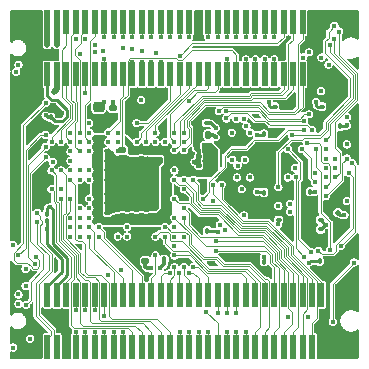
<source format=gbr>
%TF.GenerationSoftware,KiCad,Pcbnew,9.0.6-r1*%
%TF.CreationDate,2025-12-20T23:12:14+08:00*%
%TF.ProjectId,H750XB_V2,48373530-5842-45f5-9632-2e6b69636164,rev?*%
%TF.SameCoordinates,Original*%
%TF.FileFunction,Copper,L4,Bot*%
%TF.FilePolarity,Positive*%
%FSLAX46Y46*%
G04 Gerber Fmt 4.6, Leading zero omitted, Abs format (unit mm)*
G04 Created by KiCad (PCBNEW 9.0.6-r1) date 2025-12-20 23:12:14*
%MOMM*%
%LPD*%
G01*
G04 APERTURE LIST*
G04 Aperture macros list*
%AMRoundRect*
0 Rectangle with rounded corners*
0 $1 Rounding radius*
0 $2 $3 $4 $5 $6 $7 $8 $9 X,Y pos of 4 corners*
0 Add a 4 corners polygon primitive as box body*
4,1,4,$2,$3,$4,$5,$6,$7,$8,$9,$2,$3,0*
0 Add four circle primitives for the rounded corners*
1,1,$1+$1,$2,$3*
1,1,$1+$1,$4,$5*
1,1,$1+$1,$6,$7*
1,1,$1+$1,$8,$9*
0 Add four rect primitives between the rounded corners*
20,1,$1+$1,$2,$3,$4,$5,0*
20,1,$1+$1,$4,$5,$6,$7,0*
20,1,$1+$1,$6,$7,$8,$9,0*
20,1,$1+$1,$8,$9,$2,$3,0*%
G04 Aperture macros list end*
%TA.AperFunction,SMDPad,CuDef*%
%ADD10RoundRect,0.135000X0.185000X-0.135000X0.185000X0.135000X-0.185000X0.135000X-0.185000X-0.135000X0*%
%TD*%
%TA.AperFunction,SMDPad,CuDef*%
%ADD11RoundRect,0.100000X0.100000X-0.130000X0.100000X0.130000X-0.100000X0.130000X-0.100000X-0.130000X0*%
%TD*%
%TA.AperFunction,SMDPad,CuDef*%
%ADD12RoundRect,0.100000X-0.100000X0.130000X-0.100000X-0.130000X0.100000X-0.130000X0.100000X0.130000X0*%
%TD*%
%TA.AperFunction,SMDPad,CuDef*%
%ADD13RoundRect,0.100000X0.130000X0.100000X-0.130000X0.100000X-0.130000X-0.100000X0.130000X-0.100000X0*%
%TD*%
%TA.AperFunction,SMDPad,CuDef*%
%ADD14RoundRect,0.225000X-0.250000X0.225000X-0.250000X-0.225000X0.250000X-0.225000X0.250000X0.225000X0*%
%TD*%
%TA.AperFunction,SMDPad,CuDef*%
%ADD15RoundRect,0.100000X-0.130000X-0.100000X0.130000X-0.100000X0.130000X0.100000X-0.130000X0.100000X0*%
%TD*%
%TA.AperFunction,SMDPad,CuDef*%
%ADD16RoundRect,0.100000X0.021213X0.162635X-0.162635X-0.021213X-0.021213X-0.162635X0.162635X0.021213X0*%
%TD*%
%TA.AperFunction,SMDPad,CuDef*%
%ADD17RoundRect,0.100000X0.162635X-0.021213X-0.021213X0.162635X-0.162635X0.021213X0.021213X-0.162635X0*%
%TD*%
%TA.AperFunction,SMDPad,CuDef*%
%ADD18RoundRect,0.140000X0.140000X0.170000X-0.140000X0.170000X-0.140000X-0.170000X0.140000X-0.170000X0*%
%TD*%
%TA.AperFunction,SMDPad,CuDef*%
%ADD19RoundRect,0.140000X-0.170000X0.140000X-0.170000X-0.140000X0.170000X-0.140000X0.170000X0.140000X0*%
%TD*%
%TA.AperFunction,SMDPad,CuDef*%
%ADD20RoundRect,0.140000X0.170000X-0.140000X0.170000X0.140000X-0.170000X0.140000X-0.170000X-0.140000X0*%
%TD*%
%TA.AperFunction,SMDPad,CuDef*%
%ADD21R,0.500000X2.000000*%
%TD*%
%TA.AperFunction,ViaPad*%
%ADD22C,0.400000*%
%TD*%
%TA.AperFunction,Conductor*%
%ADD23C,0.101600*%
%TD*%
%TA.AperFunction,Conductor*%
%ADD24C,0.254000*%
%TD*%
%TA.AperFunction,Conductor*%
%ADD25C,0.088900*%
%TD*%
%TA.AperFunction,Conductor*%
%ADD26C,0.500000*%
%TD*%
%TA.AperFunction,Conductor*%
%ADD27C,0.304800*%
%TD*%
G04 APERTURE END LIST*
D10*
%TO.P,R1,1*%
%TO.N,GND*%
X9748800Y16890000D03*
%TO.P,R1,2*%
%TO.N,/BOOT0*%
X9748800Y17910000D03*
%TD*%
D11*
%TO.P,C64,1*%
%TO.N,GND*%
X21748800Y7835000D03*
%TO.P,C64,2*%
%TO.N,+3V3*%
X21748800Y8475000D03*
%TD*%
D12*
%TO.P,C61,1*%
%TO.N,GND*%
X3698800Y21320000D03*
%TO.P,C61,2*%
%TO.N,/VBAT*%
X3698800Y20680000D03*
%TD*%
D13*
%TO.P,C59,1*%
%TO.N,/VCAP*%
X16868800Y20200000D03*
%TO.P,C59,2*%
%TO.N,GND*%
X16228800Y20200000D03*
%TD*%
D11*
%TO.P,C62,1*%
%TO.N,GND*%
X26448800Y7860000D03*
%TO.P,C62,2*%
%TO.N,+3V3*%
X26448800Y8500000D03*
%TD*%
%TO.P,C58,1*%
%TO.N,/VCAP*%
X13298800Y8680000D03*
%TO.P,C58,2*%
%TO.N,GND*%
X13298800Y9320000D03*
%TD*%
D14*
%TO.P,C60,1*%
%TO.N,/VCAP*%
X7748800Y21575000D03*
%TO.P,C60,2*%
%TO.N,GND*%
X7748800Y20025000D03*
%TD*%
D12*
%TO.P,C52,1*%
%TO.N,+3V3*%
X28148800Y19920000D03*
%TO.P,C52,2*%
%TO.N,GND*%
X28148800Y19280000D03*
%TD*%
D15*
%TO.P,C51,1*%
%TO.N,+3V3*%
X22628800Y21600000D03*
%TO.P,C51,2*%
%TO.N,GND*%
X23268800Y21600000D03*
%TD*%
D16*
%TO.P,C50,1*%
%TO.N,+3V3*%
X27975074Y12626274D03*
%TO.P,C50,2*%
%TO.N,GND*%
X27522526Y12173726D03*
%TD*%
D13*
%TO.P,C39,1*%
%TO.N,+3V3*%
X26523800Y11200000D03*
%TO.P,C39,2*%
%TO.N,GND*%
X25883800Y11200000D03*
%TD*%
%TO.P,C44,1*%
%TO.N,+3V3*%
X26523800Y12000000D03*
%TO.P,C44,2*%
%TO.N,GND*%
X25883800Y12000000D03*
%TD*%
D15*
%TO.P,C48,1*%
%TO.N,+3V3*%
X22994800Y12000000D03*
%TO.P,C48,2*%
%TO.N,GND*%
X23634800Y12000000D03*
%TD*%
D11*
%TO.P,C43,1*%
%TO.N,+3V3*%
X21748800Y19280000D03*
%TO.P,C43,2*%
%TO.N,GND*%
X21748800Y19920000D03*
%TD*%
D12*
%TO.P,C42,1*%
%TO.N,+3V3*%
X25648800Y14400000D03*
%TO.P,C42,2*%
%TO.N,GND*%
X25648800Y13760000D03*
%TD*%
%TO.P,C45,1*%
%TO.N,+3V3*%
X21748800Y14320000D03*
%TO.P,C45,2*%
%TO.N,GND*%
X21748800Y13680000D03*
%TD*%
D17*
%TO.P,C34,1*%
%TO.N,+3V3*%
X12975074Y12573726D03*
%TO.P,C34,2*%
%TO.N,GND*%
X12522526Y13026274D03*
%TD*%
D13*
%TO.P,C30,1*%
%TO.N,+3V3*%
X13268800Y16200000D03*
%TO.P,C30,2*%
%TO.N,GND*%
X12628800Y16200000D03*
%TD*%
D12*
%TO.P,C31,1*%
%TO.N,+3V3*%
X12948800Y17720000D03*
%TO.P,C31,2*%
%TO.N,GND*%
X12948800Y17080000D03*
%TD*%
D11*
%TO.P,C35,1*%
%TO.N,+3V3*%
X10948800Y12280000D03*
%TO.P,C35,2*%
%TO.N,GND*%
X10948800Y12920000D03*
%TD*%
D13*
%TO.P,C28,1*%
%TO.N,+3V3*%
X13268800Y14600000D03*
%TO.P,C28,2*%
%TO.N,GND*%
X12628800Y14600000D03*
%TD*%
D15*
%TO.P,C37,1*%
%TO.N,+3V3*%
X26628800Y21600000D03*
%TO.P,C37,2*%
%TO.N,GND*%
X27268800Y21600000D03*
%TD*%
%TO.P,C33,1*%
%TO.N,+3V3*%
X7828800Y14200000D03*
%TO.P,C33,2*%
%TO.N,GND*%
X8468800Y14200000D03*
%TD*%
%TO.P,C32,1*%
%TO.N,+3V3*%
X7828800Y16200000D03*
%TO.P,C32,2*%
%TO.N,GND*%
X8468800Y16200000D03*
%TD*%
D13*
%TO.P,C29,1*%
%TO.N,+3V3*%
X13268800Y13800000D03*
%TO.P,C29,2*%
%TO.N,GND*%
X12628800Y13800000D03*
%TD*%
D15*
%TO.P,C24,1*%
%TO.N,+3V3*%
X7828800Y15400000D03*
%TO.P,C24,2*%
%TO.N,GND*%
X8468800Y15400000D03*
%TD*%
D12*
%TO.P,C22,1*%
%TO.N,+3V3*%
X10548800Y17720000D03*
%TO.P,C22,2*%
%TO.N,GND*%
X10548800Y17080000D03*
%TD*%
D15*
%TO.P,C18,1*%
%TO.N,+3V3*%
X7828800Y12600000D03*
%TO.P,C18,2*%
%TO.N,GND*%
X8468800Y12600000D03*
%TD*%
D11*
%TO.P,C16,1*%
%TO.N,+3V3*%
X11748800Y12280000D03*
%TO.P,C16,2*%
%TO.N,GND*%
X11748800Y12920000D03*
%TD*%
D18*
%TO.P,C14,1*%
%TO.N,+3V3*%
X17028800Y18200000D03*
%TO.P,C14,2*%
%TO.N,GND*%
X16068800Y18200000D03*
%TD*%
D13*
%TO.P,C21,1*%
%TO.N,+3V3*%
X13268800Y15400000D03*
%TO.P,C21,2*%
%TO.N,GND*%
X12628800Y15400000D03*
%TD*%
D11*
%TO.P,C27,1*%
%TO.N,+3V3*%
X10148800Y12280000D03*
%TO.P,C27,2*%
%TO.N,GND*%
X10148800Y12920000D03*
%TD*%
%TO.P,C26,1*%
%TO.N,+3V3*%
X9348800Y12280000D03*
%TO.P,C26,2*%
%TO.N,GND*%
X9348800Y12920000D03*
%TD*%
D15*
%TO.P,C25,1*%
%TO.N,+3V3*%
X7828800Y13400000D03*
%TO.P,C25,2*%
%TO.N,GND*%
X8468800Y13400000D03*
%TD*%
D11*
%TO.P,C23,1*%
%TO.N,+3V3*%
X16948800Y11080000D03*
%TO.P,C23,2*%
%TO.N,GND*%
X16948800Y11720000D03*
%TD*%
D12*
%TO.P,C20,1*%
%TO.N,+3V3*%
X12148800Y17720000D03*
%TO.P,C20,2*%
%TO.N,GND*%
X12148800Y17080000D03*
%TD*%
D15*
%TO.P,C17,1*%
%TO.N,+3V3*%
X7828800Y17800000D03*
%TO.P,C17,2*%
%TO.N,GND*%
X8468800Y17800000D03*
%TD*%
%TO.P,C15,1*%
%TO.N,+3V3*%
X7828800Y17000000D03*
%TO.P,C15,2*%
%TO.N,GND*%
X8468800Y17000000D03*
%TD*%
D13*
%TO.P,C12,1*%
%TO.N,+3V3*%
X16868800Y17400000D03*
%TO.P,C12,2*%
%TO.N,GND*%
X16228800Y17400000D03*
%TD*%
%TO.P,C10,1*%
%TO.N,+3V3*%
X16868800Y16600000D03*
%TO.P,C10,2*%
%TO.N,GND*%
X16228800Y16600000D03*
%TD*%
D19*
%TO.P,C3,1*%
%TO.N,/core/V_{CORE1}*%
X8948800Y21480000D03*
%TO.P,C3,2*%
%TO.N,GND*%
X8948800Y20520000D03*
%TD*%
D12*
%TO.P,C11,1*%
%TO.N,/VDDA*%
X3348800Y12520000D03*
%TO.P,C11,2*%
%TO.N,/VSSA*%
X3348800Y11880000D03*
%TD*%
D20*
%TO.P,C9,1*%
%TO.N,/core/V_{CORE3}*%
X11698800Y8520000D03*
%TO.P,C9,2*%
%TO.N,GND*%
X11698800Y9480000D03*
%TD*%
D18*
%TO.P,C6,1*%
%TO.N,/core/V_{CORE2}*%
X17028800Y19200000D03*
%TO.P,C6,2*%
%TO.N,GND*%
X16068800Y19200000D03*
%TD*%
D21*
%TO.P,CN1,60,60*%
%TO.N,GND*%
X26600000Y28750000D03*
%TO.P,CN1,59,59*%
X26600000Y24350000D03*
%TO.P,CN1,58,58*%
X25800000Y28750000D03*
%TO.P,CN1,57,57*%
X25800000Y24350000D03*
%TO.P,CN1,56,56*%
%TO.N,PC9*%
X25000000Y28750000D03*
%TO.P,CN1,55,55*%
%TO.N,PC6*%
X25000000Y24350000D03*
%TO.P,CN1,54,54*%
%TO.N,PC7*%
X24200000Y28750000D03*
%TO.P,CN1,53,53*%
%TO.N,PA9*%
X24200000Y24350000D03*
%TO.P,CN1,52,52*%
%TO.N,PD5*%
X23400000Y28750000D03*
%TO.P,CN1,51,51*%
%TO.N,PA10*%
X23400000Y24350000D03*
%TO.P,CN1,50,50*%
%TO.N,PA15*%
X22600000Y28750000D03*
%TO.P,CN1,49,49*%
%TO.N,PG7*%
X22600000Y24350000D03*
%TO.P,CN1,48,48*%
%TO.N,PA8*%
X21800000Y28750000D03*
%TO.P,CN1,47,47*%
%TO.N,PG6*%
X21800000Y24350000D03*
%TO.P,CN1,46,46*%
%TO.N,PC11*%
X21000000Y28750000D03*
%TO.P,CN1,45,45*%
%TO.N,USB_FS-*%
X21000000Y24350000D03*
%TO.P,CN1,44,44*%
%TO.N,PC10*%
X20200000Y28750000D03*
%TO.P,CN1,43,43*%
%TO.N,USB_FS+*%
X20200000Y24350000D03*
%TO.P,CN1,42,42*%
%TO.N,PC12*%
X19400000Y28750000D03*
%TO.P,CN1,41,41*%
%TO.N,/BOOT0*%
X19400000Y24350000D03*
%TO.P,CN1,40,40*%
%TO.N,PD3*%
X18600000Y28750000D03*
%TO.P,CN1,39,39*%
%TO.N,PA14*%
X18600000Y24350000D03*
%TO.P,CN1,38,38*%
%TO.N,PD4*%
X17800000Y28750000D03*
%TO.P,CN1,37,37*%
%TO.N,PA13*%
X17800000Y24350000D03*
%TO.P,CN1,36,36*%
%TO.N,PD7*%
X17000000Y28750000D03*
%TO.P,CN1,35,35*%
%TO.N,PC8*%
X17000000Y24350000D03*
%TO.P,CN1,34,34*%
%TO.N,GND*%
X16200000Y28750000D03*
%TO.P,CN1,33,33*%
%TO.N,PD2*%
X16200000Y24350000D03*
%TO.P,CN1,32,32*%
%TO.N,PD6*%
X15400000Y28750000D03*
%TO.P,CN1,31,31*%
%TO.N,PJ13*%
X15400000Y24350000D03*
%TO.P,CN1,30,30*%
%TO.N,PJ12*%
X14600000Y28750000D03*
%TO.P,CN1,29,29*%
%TO.N,PG13*%
X14600000Y24350000D03*
%TO.P,CN1,28,28*%
%TO.N,PJ14*%
X13800000Y28750000D03*
%TO.P,CN1,27,27*%
%TO.N,PG12*%
X13800000Y24350000D03*
%TO.P,CN1,26,26*%
%TO.N,PG11*%
X13000000Y28750000D03*
%TO.P,CN1,25,25*%
%TO.N,PJ15*%
X13000000Y24350000D03*
%TO.P,CN1,24,24*%
%TO.N,PK4*%
X12200000Y28750000D03*
%TO.P,CN1,23,23*%
%TO.N,PG10*%
X12200000Y24350000D03*
%TO.P,CN1,22,22*%
%TO.N,PK6*%
X11400000Y28750000D03*
%TO.P,CN1,21,21*%
%TO.N,PK3*%
X11400000Y24350000D03*
%TO.P,CN1,20,20*%
%TO.N,PB4*%
X10600000Y28750000D03*
%TO.P,CN1,19,19*%
%TO.N,PK5*%
X10600000Y24350000D03*
%TO.P,CN1,18,18*%
%TO.N,PB3*%
X9800000Y28750000D03*
%TO.P,CN1,17,17*%
%TO.N,PK7*%
X9800000Y24350000D03*
%TO.P,CN1,16,16*%
%TO.N,PB7*%
X9000000Y28750000D03*
%TO.P,CN1,15,15*%
%TO.N,/PDR_ON*%
X9000000Y24350000D03*
%TO.P,CN1,14,14*%
%TO.N,PB5*%
X8200000Y28750000D03*
%TO.P,CN1,13,13*%
%TO.N,PB8*%
X8200000Y24350000D03*
%TO.P,CN1,12,12*%
%TO.N,PE6*%
X7400000Y28750000D03*
%TO.P,CN1,11,11*%
%TO.N,PI11*%
X7400000Y24350000D03*
%TO.P,CN1,10,10*%
%TO.N,PB9*%
X6600000Y28750000D03*
%TO.P,CN1,9,9*%
%TO.N,PC13*%
X6600000Y24350000D03*
%TO.P,CN1,8,8*%
%TO.N,PE3*%
X5800000Y28750000D03*
%TO.P,CN1,7,7*%
%TO.N,PI8*%
X5800000Y24350000D03*
%TO.P,CN1,6,6*%
%TO.N,PE5*%
X5000000Y28750000D03*
%TO.P,CN1,5,5*%
%TO.N,PE4*%
X5000000Y24350000D03*
%TO.P,CN1,4,4*%
%TO.N,+3V3*%
X4200000Y28750000D03*
%TO.P,CN1,3,3*%
%TO.N,/VCAP*%
X4200000Y24350000D03*
%TO.P,CN1,2,2*%
%TO.N,+3V3*%
X3400000Y28750000D03*
%TO.P,CN1,1,1*%
%TO.N,/VBAT*%
X3400000Y24350000D03*
%TD*%
%TO.P,CN3,60,60*%
%TO.N,PK2*%
X26600000Y5650000D03*
%TO.P,CN3,59,59*%
%TO.N,GND*%
X26600000Y1250000D03*
%TO.P,CN3,58,58*%
%TO.N,PK1*%
X25800000Y5650000D03*
%TO.P,CN3,57,57*%
%TO.N,PG2*%
X25800000Y1250000D03*
%TO.P,CN3,56,56*%
%TO.N,PK0*%
X25000000Y5650000D03*
%TO.P,CN3,55,55*%
%TO.N,PG3*%
X25000000Y1250000D03*
%TO.P,CN3,54,54*%
%TO.N,PJ10*%
X24200000Y5650000D03*
%TO.P,CN3,53,53*%
%TO.N,PJ11*%
X24200000Y1250000D03*
%TO.P,CN3,52,52*%
%TO.N,PD13*%
X23400000Y5650000D03*
%TO.P,CN3,51,51*%
%TO.N,PJ9*%
X23400000Y1250000D03*
%TO.P,CN3,50,50*%
%TO.N,PD12*%
X22600000Y5650000D03*
%TO.P,CN3,49,49*%
%TO.N,PJ6*%
X22600000Y1250000D03*
%TO.P,CN3,48,48*%
%TO.N,PJ8*%
X21800000Y5650000D03*
%TO.P,CN3,47,47*%
%TO.N,PJ7*%
X21800000Y1250000D03*
%TO.P,CN3,46,46*%
%TO.N,PB11*%
X21000000Y5650000D03*
%TO.P,CN3,45,45*%
%TO.N,PB10*%
X21000000Y1250000D03*
%TO.P,CN3,44,44*%
%TO.N,PB12*%
X20200000Y5650000D03*
%TO.P,CN3,43,43*%
%TO.N,PB0*%
X20200000Y1250000D03*
%TO.P,CN3,42,42*%
%TO.N,PJ3*%
X19400000Y5650000D03*
%TO.P,CN3,41,41*%
%TO.N,PB1*%
X19400000Y1250000D03*
%TO.P,CN3,40,40*%
%TO.N,PJ2*%
X18600000Y5650000D03*
%TO.P,CN3,39,39*%
%TO.N,PA7*%
X18600000Y1250000D03*
%TO.P,CN3,38,38*%
%TO.N,PB2*%
X17800000Y5650000D03*
%TO.P,CN3,37,37*%
%TO.N,PJ4*%
X17800000Y1250000D03*
%TO.P,CN3,36,36*%
%TO.N,PB15*%
X17000000Y5650000D03*
%TO.P,CN3,35,35*%
%TO.N,PC1*%
X17000000Y1250000D03*
%TO.P,CN3,34,34*%
%TO.N,PB14*%
X16200000Y5650000D03*
%TO.P,CN3,33,33*%
%TO.N,PA2*%
X16200000Y1250000D03*
%TO.P,CN3,32,32*%
%TO.N,PD11*%
X15400000Y5650000D03*
%TO.P,CN3,31,31*%
%TO.N,PH4*%
X15400000Y1250000D03*
%TO.P,CN3,30,30*%
%TO.N,PB13*%
X14600000Y5650000D03*
%TO.P,CN3,29,29*%
%TO.N,PA1*%
X14600000Y1250000D03*
%TO.P,CN3,28,28*%
%TO.N,PH7*%
X13800000Y5650000D03*
%TO.P,CN3,27,27*%
%TO.N,PI14*%
X13800000Y1250000D03*
%TO.P,CN3,26,26*%
%TO.N,PJ5*%
X13000000Y5650000D03*
%TO.P,CN3,25,25*%
%TO.N,PF7*%
X13000000Y1250000D03*
%TO.P,CN3,24,24*%
%TO.N,PH6*%
X12200000Y5650000D03*
%TO.P,CN3,23,23*%
%TO.N,PI13*%
X12200000Y1250000D03*
%TO.P,CN3,22,22*%
%TO.N,PJ0*%
X11400000Y5650000D03*
%TO.P,CN3,21,21*%
%TO.N,PC0*%
X11400000Y1250000D03*
%TO.P,CN3,20,20*%
%TO.N,PJ1*%
X10600000Y5650000D03*
%TO.P,CN3,19,19*%
%TO.N,PI12*%
X10600000Y1250000D03*
%TO.P,CN3,18,18*%
%TO.N,PA0*%
X9800000Y5650000D03*
%TO.P,CN3,17,17*%
%TO.N,PC5*%
X9800000Y1250000D03*
%TO.P,CN3,16,16*%
%TO.N,PI15*%
X9000000Y5650000D03*
%TO.P,CN3,15,15*%
%TO.N,PC4*%
X9000000Y1250000D03*
%TO.P,CN3,14,14*%
%TO.N,PA6*%
X8200000Y5650000D03*
%TO.P,CN3,13,13*%
%TO.N,PA1_C*%
X8200000Y1250000D03*
%TO.P,CN3,12,12*%
%TO.N,PA5*%
X7400000Y5650000D03*
%TO.P,CN3,11,11*%
%TO.N,PC3_C*%
X7400000Y1250000D03*
%TO.P,CN3,10,10*%
%TO.N,PA4*%
X6600000Y5650000D03*
%TO.P,CN3,9,9*%
%TO.N,PA0_C*%
X6600000Y1250000D03*
%TO.P,CN3,8,8*%
%TO.N,PA3*%
X5800000Y5650000D03*
%TO.P,CN3,7,7*%
%TO.N,PC2_C*%
X5800000Y1250000D03*
%TO.P,CN3,6,6*%
%TO.N,/NRST*%
X5000000Y5650000D03*
%TO.P,CN3,5,5*%
%TO.N,GND*%
X5000000Y1250000D03*
%TO.P,CN3,4,4*%
%TO.N,/VDDA*%
X4200000Y5650000D03*
%TO.P,CN3,3,3*%
%TO.N,/VREF+*%
X4200000Y1250000D03*
%TO.P,CN3,2,2*%
%TO.N,/VSSA*%
X3400000Y5650000D03*
%TO.P,CN3,1,1*%
%TO.N,/VREF-*%
X3400000Y1250000D03*
%TD*%
D22*
%TO.N,/core/FMC_SDNCAS*%
X26048800Y15200000D03*
%TO.N,/core/FMC_NBL0*%
X28098800Y27950000D03*
%TO.N,/core/FMC_D14*%
X20048800Y12400000D03*
%TO.N,/core/FMC_D3*%
X26948800Y14000000D03*
%TO.N,/core/FMC_A2*%
X3848800Y16900000D03*
X26948800Y18000000D03*
%TO.N,/core/FMC_D3*%
X28748800Y17200000D03*
%TO.N,/core/FMC_D14*%
X22948800Y13200000D03*
%TO.N,/core/FMC_D17*%
X14148800Y10600000D03*
%TO.N,/core/FMC_D3*%
X12548800Y18600000D03*
%TO.N,/core/FMC_D21*%
X25798800Y19600000D03*
%TO.N,/core/FMC_NBL2*%
X27698800Y27350000D03*
%TO.N,/core/FMC_A5*%
X19498800Y16600000D03*
%TO.N,/core/FMC_D2*%
X26948800Y14800000D03*
%TO.N,/core/FMC_SDNCAS*%
X8548800Y18600000D03*
%TO.N,/core/FMC_NBL2*%
X26948800Y18800000D03*
%TO.N,/core/FMC_D18*%
X14148800Y11400000D03*
%TO.N,/core/FMC_NBL0*%
X7398800Y26850000D03*
%TO.N,/core/FMC_NBL2*%
X7398800Y26200000D03*
%TO.N,/core/FMC_D17*%
X26598800Y25750000D03*
X10598800Y26450000D03*
%TO.N,/core/FMC_NBL0*%
X27748800Y15600000D03*
%TO.N,/core/FMC_D21*%
X18548800Y20600000D03*
%TO.N,/core/FMC_A0*%
X26948800Y17200000D03*
%TO.N,/core/FMC_A1*%
X5348800Y16200000D03*
%TO.N,/core/FMC_D1*%
X17998800Y11600000D03*
X23948800Y13350000D03*
%TO.N,/core/FMC_D2*%
X13348800Y18600000D03*
%TO.N,/core/FMC_A5*%
X6148800Y15400000D03*
%TO.N,/core/FMC_SDNCAS*%
X24948800Y18000000D03*
%TO.N,/core/FMC_D7*%
X9648800Y7750000D03*
%TO.N,/core/FMC_A0*%
X6148800Y16200000D03*
%TO.N,/core/FMC_D18*%
X25548800Y26200000D03*
X11398800Y26300000D03*
%TO.N,/core/FMC_BA0*%
X26048800Y16000000D03*
%TO.N,/core/FMC_A3*%
X6948800Y16200000D03*
%TO.N,/core/FMC_D2*%
X25348800Y18500000D03*
%TO.N,/core/FMC_D23*%
X17898800Y21200000D03*
%TO.N,/core/FMC_SDNRAS*%
X28903600Y16000000D03*
%TO.N,/core/FMC_D7*%
X10148800Y11400000D03*
%TO.N,/core/FMC_A3*%
X19048800Y17100000D03*
%TO.N,/core/FMC_SDNRAS*%
X26348800Y9400000D03*
%TO.N,/core/FMC_D23*%
X25548800Y20950000D03*
%TO.N,/core/FMC_D30*%
X5348800Y17800000D03*
%TO.N,/core/FMC_A6*%
X25698800Y9300000D03*
%TO.N,/core/FMC_SDNE0*%
X6148800Y12200000D03*
%TO.N,/core/FMC_A6*%
X23748800Y18000000D03*
%TO.N,/core/FMC_SDNE0*%
X26948800Y16400000D03*
%TO.N,/core/FMC_NBL1*%
X27298800Y26800000D03*
X8098800Y26300000D03*
X22948800Y14800000D03*
%TO.N,/core/FMC_D30*%
X5798800Y27350000D03*
%TO.N,/core/FMC_BA0*%
X19848800Y14600000D03*
%TO.N,GND*%
X17298800Y21400000D03*
X13348800Y19400000D03*
X23948800Y11200000D03*
%TO.N,/core/FMC_D22*%
X25098800Y20400000D03*
%TO.N,GND*%
X6148800Y9800000D03*
X29348800Y25300000D03*
X454000Y13900000D03*
%TO.N,/core/FMC_D22*%
X18548800Y21215103D03*
%TO.N,GND*%
X15748800Y12200000D03*
X25800000Y27500000D03*
X6148800Y13800000D03*
X27748800Y22000000D03*
X21148800Y20800000D03*
%TO.N,/core/FMC_NBL3*%
X24098800Y19200000D03*
X27698800Y28450000D03*
%TO.N,GND*%
X25348800Y11200000D03*
X22198800Y7450000D03*
%TO.N,/core/FMC_NBL3*%
X6198800Y26050000D03*
%TO.N,/core/FMC_SDNWE*%
X26948800Y15600000D03*
%TO.N,/core/FMC_D19*%
X16548800Y13800000D03*
%TO.N,GND*%
X15748800Y20200000D03*
X18448800Y22950000D03*
X9348800Y13800000D03*
X29348800Y9800000D03*
%TO.N,/core/FMC_D19*%
X25098800Y19600000D03*
%TO.N,/core/FMC_SDNWE*%
X6148800Y10600000D03*
%TO.N,GND*%
X4648800Y17700000D03*
X26648800Y7300000D03*
X4148800Y8100000D03*
X4548800Y17000000D03*
X25248800Y13760000D03*
X2548800Y25200000D03*
X1748800Y22200000D03*
X25348800Y12000000D03*
X23948800Y12000000D03*
X2548800Y18200000D03*
X17248800Y8300000D03*
X4548800Y21000000D03*
X8548800Y20200000D03*
X29448800Y4700000D03*
X21148800Y20000000D03*
X9348800Y9800000D03*
X5000000Y2502400D03*
X29348800Y28450000D03*
X3848800Y17700000D03*
X28098800Y2400000D03*
X29345600Y17564600D03*
X11748800Y15400000D03*
X2548800Y29050000D03*
X11748800Y14600000D03*
X27748800Y11600000D03*
X21248800Y13600000D03*
X2548800Y24000000D03*
X16200000Y27500000D03*
X23748800Y22000000D03*
X14948800Y13800000D03*
X1248800Y1200000D03*
X23748800Y14800000D03*
X28748800Y19200000D03*
X1248800Y550000D03*
%TO.N,+3V3*%
X21148800Y19200000D03*
X11348800Y12200000D03*
X13348800Y14200000D03*
%TO.N,GND*%
X21248800Y12800000D03*
X2048800Y19100000D03*
X16548800Y15000000D03*
X1748800Y21480000D03*
X9348800Y16200000D03*
X15848800Y16900000D03*
X21148800Y18400000D03*
X29348800Y19600000D03*
X12548800Y9800000D03*
X998800Y27700000D03*
X9348800Y14550000D03*
X11748800Y16200000D03*
X2548800Y27700000D03*
X28798800Y9200000D03*
X23398800Y25750000D03*
X26600000Y27500000D03*
X10948800Y19400000D03*
X25798800Y23000000D03*
X19848800Y13150000D03*
X28648800Y29100000D03*
X3548800Y13800000D03*
X27748800Y23800000D03*
%TO.N,+3V3*%
X26548800Y22900000D03*
X26048800Y14400000D03*
X17448800Y16600000D03*
X13348800Y15000000D03*
X21148800Y14400000D03*
X7848800Y15800000D03*
X22148800Y22000000D03*
X13348800Y12200000D03*
X25548800Y8400000D03*
X7748800Y12200000D03*
X13348800Y15800000D03*
X17448800Y17400000D03*
X26948800Y11600000D03*
X26148800Y22000000D03*
X28748800Y13600000D03*
X21748800Y8900000D03*
X12148800Y12200000D03*
X498800Y1200000D03*
X28748800Y18400000D03*
X7748800Y13800000D03*
X11698800Y17700000D03*
X454000Y9900000D03*
X28748800Y20000000D03*
X1948800Y1950000D03*
X7828800Y17400000D03*
X3398800Y26850000D03*
X13348800Y13400000D03*
X12548800Y17700000D03*
X9748800Y12200000D03*
X28772671Y20720000D03*
%TO.N,/VCAP*%
X12948800Y7900000D03*
%TO.N,PK7*%
X8548800Y19400000D03*
%TO.N,PI12*%
X3748800Y16200000D03*
%TO.N,PJ7*%
X14148800Y12200000D03*
%TO.N,PG6*%
X21800000Y25600000D03*
X20248800Y19950000D03*
%TO.N,PK4*%
X12200000Y27500000D03*
%TO.N,PI14*%
X5348800Y15400000D03*
%TO.N,PJ11*%
X14948800Y14600000D03*
%TO.N,+3V3*%
X22914800Y11618000D03*
%TO.N,PJ13*%
X11748800Y18600000D03*
%TO.N,/VCAP*%
X17648800Y19800000D03*
%TO.N,PH4*%
X15400000Y2500000D03*
%TO.N,+3V3*%
X28548800Y12400000D03*
%TO.N,PJ6*%
X14948800Y12200000D03*
%TO.N,PG11*%
X13000000Y27500000D03*
%TO.N,PJ1*%
X7748800Y10600000D03*
%TO.N,PK6*%
X11400000Y27500000D03*
%TO.N,+3V3*%
X10998800Y17700000D03*
X7748800Y13000000D03*
X17848800Y11000000D03*
X4198800Y26850000D03*
%TO.N,PJ9*%
X14948800Y13000000D03*
%TO.N,/VCAP*%
X8148800Y22000000D03*
%TO.N,PJ5*%
X13748800Y7500000D03*
%TO.N,+3V3*%
X8948800Y12200000D03*
%TO.N,PH4*%
X5348800Y10600000D03*
%TO.N,PK3*%
X11398800Y25350000D03*
%TO.N,PI8*%
X6148800Y17800000D03*
%TO.N,PG2*%
X17448800Y15000000D03*
%TO.N,PK2*%
X18148800Y15000000D03*
%TO.N,PK0*%
X14148800Y15400000D03*
%TO.N,PJ0*%
X7748800Y11400000D03*
%TO.N,PJ14*%
X13800000Y27500000D03*
%TO.N,PJ12*%
X14600000Y27500000D03*
%TO.N,PI13*%
X4548800Y16200000D03*
%TO.N,PG10*%
X12198800Y25350000D03*
%TO.N,PJ15*%
X12998800Y25350000D03*
%TO.N,PJ4*%
X8548800Y7300000D03*
X16798800Y4250000D03*
%TO.N,PG12*%
X10948800Y20200000D03*
%TO.N,PJ10*%
X14148800Y13800000D03*
%TO.N,PB0*%
X20200000Y2500000D03*
%TO.N,USB_FS+*%
X20200000Y25600000D03*
%TO.N,PB12*%
X14148800Y9000000D03*
%TO.N,PE5*%
X3748800Y18600000D03*
%TO.N,PC13*%
X6148800Y18600000D03*
%TO.N,PJ8*%
X13348800Y11400000D03*
%TO.N,PB8*%
X6948800Y19400000D03*
%TO.N,PB5*%
X8200000Y27500000D03*
%TO.N,USB_FS+*%
X19396400Y20550000D03*
%TO.N,PC9*%
X14948800Y18600000D03*
%TO.N,PD7*%
X17000000Y27500000D03*
%TO.N,/VBAT*%
X3248800Y20850000D03*
%TO.N,PD4*%
X17800000Y27500000D03*
%TO.N,PD11*%
X14948800Y8000000D03*
%TO.N,PC5*%
X9800000Y2500000D03*
%TO.N,PA3*%
X5800000Y4400000D03*
%TO.N,USB_FS-*%
X21000000Y25600000D03*
%TO.N,PC12*%
X19400000Y27500000D03*
%TO.N,PD13*%
X17648800Y10200000D03*
%TO.N,PC8*%
X14148800Y18600000D03*
%TO.N,PA10*%
X14148800Y19400000D03*
%TO.N,PC6*%
X14948800Y17900000D03*
%TO.N,PC13*%
X6598800Y22750000D03*
%TO.N,PA5*%
X7400000Y4400000D03*
%TO.N,PA1*%
X6148800Y11400000D03*
X14600000Y2500000D03*
%TO.N,USB_FS-*%
X20001200Y20550000D03*
%TO.N,PB8*%
X8200000Y25600000D03*
%TO.N,PA4*%
X6600000Y4400000D03*
%TO.N,PC11*%
X21000000Y27500000D03*
%TO.N,PA8*%
X21800000Y27500000D03*
%TO.N,PC1*%
X5348800Y12200000D03*
%TO.N,PC2_C*%
X5800000Y2500000D03*
%TO.N,PA0_C*%
X6600000Y2500000D03*
%TO.N,PC4*%
X9000000Y2500000D03*
%TO.N,PD5*%
X14598800Y25900000D03*
%TO.N,PB7*%
X9000000Y27500000D03*
%TO.N,PC10*%
X20200000Y27500000D03*
%TO.N,PA7*%
X18600000Y2500000D03*
%TO.N,PB1*%
X19400000Y2500000D03*
%TO.N,PC0*%
X4548800Y13800000D03*
%TO.N,PE6*%
X6948800Y18600000D03*
%TO.N,PD3*%
X18600000Y27500000D03*
%TO.N,PC3_C*%
X7400000Y2500000D03*
%TO.N,PA0*%
X6948800Y11400000D03*
%TO.N,PA8*%
X18998800Y19400000D03*
%TO.N,PE3*%
X5348800Y18600000D03*
%TO.N,PA6*%
X8198800Y3850000D03*
%TO.N,PB4*%
X10600000Y27500000D03*
%TO.N,PB2*%
X17800000Y4150000D03*
%TO.N,PA15*%
X22600000Y27500000D03*
%TO.N,PE4*%
X4548800Y18600000D03*
%TO.N,PA2*%
X5348800Y11400000D03*
%TO.N,PD2*%
X12548800Y19400000D03*
%TO.N,PA9*%
X14948800Y19400000D03*
%TO.N,PC1*%
X17000000Y2500000D03*
%TO.N,PA2*%
X16200000Y2500000D03*
%TO.N,PC7*%
X14148800Y17900000D03*
%TO.N,PA14*%
X18598800Y25600000D03*
%TO.N,PD12*%
X17648800Y9400000D03*
%TO.N,PB14*%
X15348800Y7500000D03*
%TO.N,PF7*%
X5348800Y13800000D03*
%TO.N,PA13*%
X15398800Y22100000D03*
%TO.N,PB3*%
X9800000Y27500000D03*
%TO.N,/core/PG9*%
X2448800Y8850000D03*
%TO.N,/core/PF9*%
X6948800Y13000000D03*
%TO.N,/core/PG14*%
X3248800Y18200000D03*
%TO.N,PJ2*%
X18600000Y4150000D03*
%TO.N,PG13*%
X10948800Y18600000D03*
%TO.N,PI11*%
X6948800Y17800000D03*
%TO.N,PG7*%
X22598800Y25600000D03*
X20548800Y19400000D03*
%TO.N,PH7*%
X14148800Y8000000D03*
%TO.N,PK1*%
X15748800Y15400000D03*
%TO.N,/core/PB6*%
X6948800Y20200000D03*
%TO.N,PI15*%
X6948800Y10600000D03*
%TO.N,PH6*%
X12548800Y9000000D03*
%TO.N,/core/V_{CORE1}*%
X8948800Y22000000D03*
%TO.N,/core/V_{CORE2}*%
X17648800Y19000000D03*
%TO.N,PG3*%
X14948800Y15400000D03*
%TO.N,/core/PB6*%
X23748800Y3800000D03*
%TO.N,PJ3*%
X19400000Y4150000D03*
%TO.N,/core/V_{CORE3}*%
X12148800Y7900000D03*
%TO.N,PI11*%
X7400000Y23550000D03*
%TO.N,PK5*%
X10598800Y25350000D03*
%TO.N,/core/PB6*%
X3248800Y19200000D03*
X948800Y9000000D03*
X25498800Y3750000D03*
%TO.N,/core/PF10*%
X1548800Y7850000D03*
X6148800Y13000000D03*
%TO.N,/core/PG9*%
X3248800Y21900000D03*
X11348800Y22150000D03*
%TO.N,/core/PF9*%
X1548800Y6400000D03*
%TO.N,/core/PF6*%
X4548800Y14600000D03*
X948800Y5700000D03*
%TO.N,/core/PF8*%
X948800Y4900000D03*
X27568800Y3380000D03*
%TO.N,/core/PG14*%
X9348800Y19400000D03*
X2348800Y8250000D03*
%TO.N,/core/PF8*%
X29348800Y8400000D03*
%TO.N,/core/PE2*%
X1598800Y4800000D03*
X5348800Y19400000D03*
%TO.N,/core/PF8*%
X6948800Y13800000D03*
%TO.N,PB13*%
X14548800Y7500000D03*
%TO.N,/core/PE2*%
X3248800Y17300000D03*
%TO.N,PB11*%
X13348800Y10600000D03*
%TO.N,PB10*%
X12548800Y10600000D03*
%TO.N,/VREF+*%
X2548800Y12600000D03*
%TO.N,PA1_C*%
X8200000Y2500000D03*
%TO.N,/PDR_ON*%
X8998800Y23550000D03*
%TO.N,/VREF-*%
X2548800Y11800000D03*
%TO.N,/VDDA*%
X3648800Y13100000D03*
%TO.N,/BOOT0*%
X9348800Y17800000D03*
%TO.N,PB15*%
X15748800Y8000000D03*
%TO.N,/NRST*%
X3748800Y14600000D03*
%TO.N,/PDR_ON*%
X9348800Y18600000D03*
%TO.N,PB9*%
X6148800Y19400000D03*
%TO.N,PD6*%
X15400000Y27500000D03*
%TO.N,/VSSA*%
X3348800Y11223100D03*
%TO.N,/core/FMC_A1*%
X27748800Y17200000D03*
%TO.N,+3V3*%
X948800Y25150000D03*
%TO.N,/VCAP*%
X3948800Y22850000D03*
%TO.N,+3V3*%
X748800Y24550000D03*
%TO.N,/core/FMC_SDCKE0*%
X6948800Y12200000D03*
%TO.N,/core/FMC_D31*%
X5348800Y17000000D03*
%TO.N,/core/FMC_A7*%
X24448800Y15600000D03*
%TO.N,/core/FMC_A8*%
X24348800Y16400000D03*
%TO.N,/core/FMC_A9*%
X20548800Y15600000D03*
%TO.N,/core/FMC_D16*%
X9798800Y26600000D03*
X27198800Y25150000D03*
%TO.N,/core/FMC_D31*%
X6598800Y27350000D03*
%TO.N,/core/FMC_D20*%
X14948800Y10600000D03*
%TO.N,/core/FMC_A9*%
X19448800Y15600000D03*
%TO.N,/core/FMC_A7*%
X25148800Y8900000D03*
%TO.N,/core/FMC_D16*%
X14148800Y9800000D03*
%TO.N,/core/FMC_SDCKE0*%
X17448800Y13600000D03*
%TO.N,/core/FMC_D20*%
X12598800Y26100000D03*
%TO.N,/core/FMC_A9*%
X10148800Y10600000D03*
X23748800Y15600000D03*
%TO.N,/core/FMC_A11*%
X29218600Y16800000D03*
%TO.N,/core/FMC_D20*%
X25048800Y25750000D03*
%TO.N,/core/FMC_A11*%
X28248800Y9800000D03*
%TO.N,/core/FMC_A4*%
X20098800Y17100000D03*
%TO.N,/core/FMC_A8*%
X9348800Y10600000D03*
%TO.N,/core/FMC_A4*%
X6948800Y15400000D03*
%TO.N,/core/FMC_BA1*%
X27748800Y16400000D03*
X14148800Y16200000D03*
%TO.N,/core/FMC_D0*%
X18448800Y11150000D03*
X23948800Y12700000D03*
%TO.N,/core/FMC_A10*%
X26148800Y18000000D03*
X27348800Y9500000D03*
%TD*%
D23*
%TO.N,PE4*%
X4548800Y19579178D02*
X4548800Y18600000D01*
%TO.N,PA15*%
X22600000Y27500000D02*
X22600000Y28750000D01*
%TO.N,PB4*%
X10600000Y27500000D02*
X10600000Y28750000D01*
%TO.N,PE4*%
X5508000Y21811622D02*
X5508000Y20538378D01*
%TO.N,PA4*%
X6600000Y4400000D02*
X6600000Y5650000D01*
%TO.N,PE3*%
X5348800Y18600000D02*
X4948800Y19000000D01*
X5800000Y28001200D02*
X5800000Y28750000D01*
%TO.N,PE4*%
X5000000Y22319622D02*
X5508000Y21811622D01*
X5000000Y24350000D02*
X5000000Y22319622D01*
%TO.N,PE3*%
X4948800Y19708356D02*
X5699500Y20459056D01*
X4948800Y19000000D02*
X4948800Y19708356D01*
X5699500Y20459056D02*
X5699500Y21890944D01*
X5699500Y21890944D02*
X5398800Y22191644D01*
X5398800Y22191644D02*
X5398800Y27600000D01*
%TO.N,PC3_C*%
X7400000Y2500000D02*
X7400000Y1250000D01*
%TO.N,PE4*%
X5508000Y20538378D02*
X4548800Y19579178D01*
%TO.N,PB7*%
X9000000Y27500000D02*
X9000000Y28750000D01*
%TO.N,PE3*%
X5398800Y27600000D02*
X5800000Y28001200D01*
%TO.N,PB10*%
X12548800Y10600000D02*
X12915700Y10966900D01*
X20289756Y7891644D02*
X21398800Y6782600D01*
X17098800Y7891644D02*
X20289756Y7891644D01*
%TO.N,PB11*%
X20148656Y7700144D02*
X21000000Y6848800D01*
X15319622Y9400000D02*
X17019478Y7700144D01*
%TO.N,PB10*%
X12915700Y10966900D02*
X13581900Y10966900D01*
X21398800Y6782600D02*
X21398800Y2900000D01*
D24*
%TO.N,/VBAT*%
X4648800Y20350000D02*
X5048800Y20750000D01*
D23*
%TO.N,PB10*%
X13748800Y10800000D02*
X13748800Y10300000D01*
D24*
%TO.N,/VBAT*%
X3748800Y22150000D02*
X3400000Y22498800D01*
X3400000Y22498800D02*
X3400000Y24350000D01*
D23*
%TO.N,PB10*%
X14790444Y10200000D02*
X17098800Y7891644D01*
%TO.N,PB11*%
X21000000Y6848800D02*
X21000000Y5650000D01*
X13998800Y9400000D02*
X15319622Y9400000D01*
D24*
%TO.N,/VBAT*%
X3248800Y20850000D02*
X3418800Y20680000D01*
D23*
%TO.N,PB13*%
X14548800Y5701200D02*
X14600000Y5650000D01*
%TO.N,USB_FS-*%
X21000000Y25600000D02*
X21000000Y24350000D01*
D24*
%TO.N,/VBAT*%
X4028800Y20350000D02*
X4648800Y20350000D01*
X5048800Y21350000D02*
X4248800Y22150000D01*
D23*
%TO.N,PB10*%
X20998800Y2500000D02*
X21000000Y2498800D01*
D24*
%TO.N,/VBAT*%
X5048800Y20750000D02*
X5048800Y21350000D01*
D23*
%TO.N,PB11*%
X13348800Y10600000D02*
X13348800Y10050000D01*
X17019478Y7700144D02*
X20148656Y7700144D01*
%TO.N,PB10*%
X21398800Y2900000D02*
X20998800Y2500000D01*
D24*
%TO.N,/VBAT*%
X3698800Y20680000D02*
X4028800Y20350000D01*
D23*
%TO.N,PB11*%
X13348800Y10050000D02*
X13998800Y9400000D01*
%TO.N,PB10*%
X13581900Y10966900D02*
X13748800Y10800000D01*
%TO.N,PB13*%
X14548800Y7500000D02*
X14548800Y5701200D01*
%TO.N,PB10*%
X21000000Y2498800D02*
X21000000Y1250000D01*
D24*
%TO.N,/VBAT*%
X4248800Y22150000D02*
X3748800Y22150000D01*
X3418800Y20680000D02*
X3698800Y20680000D01*
D23*
%TO.N,PB10*%
X13848800Y10200000D02*
X14790444Y10200000D01*
X13748800Y10300000D02*
X13848800Y10200000D01*
%TO.N,PJ8*%
X20444978Y8083000D02*
X21800000Y6727978D01*
X16561266Y8700000D02*
X17648800Y8700000D01*
X21800000Y6727978D02*
X21800000Y5650000D01*
%TO.N,PC6*%
X15381900Y20383100D02*
X16772303Y21773503D01*
%TO.N,PJ8*%
X17648800Y8700000D02*
X18265800Y8083000D01*
%TO.N,PC6*%
X15548800Y18500000D02*
X15548800Y19790562D01*
X15381900Y19957462D02*
X15381900Y20383100D01*
%TO.N,PB12*%
X14148800Y9000000D02*
X15448800Y9000000D01*
%TO.N,PJ8*%
X15348800Y10718875D02*
X15348800Y9912466D01*
%TO.N,PC6*%
X15548800Y19790562D02*
X15381900Y19957462D01*
%TO.N,PD4*%
X17800000Y27500000D02*
X17800000Y28750000D01*
%TO.N,PD11*%
X14948800Y8000000D02*
X14948800Y7350000D01*
%TO.N,PB12*%
X20200000Y7098800D02*
X20200000Y5650000D01*
%TO.N,PC9*%
X24609300Y26910500D02*
X25000000Y27301200D01*
X16692981Y21965003D02*
X21360257Y21965003D01*
X15348800Y19000000D02*
X15348800Y19719740D01*
%TO.N,PJ8*%
X13498800Y11400000D02*
X13898800Y11000000D01*
%TO.N,PC9*%
X15190400Y20462422D02*
X16692981Y21965003D01*
X15348800Y19719740D02*
X15190400Y19878140D01*
%TO.N,PC6*%
X24356300Y20958500D02*
X25000000Y21602200D01*
X16772303Y21773503D02*
X21280935Y21773503D01*
%TO.N,PC9*%
X24276978Y21150000D02*
X24609300Y21482322D01*
%TO.N,PB12*%
X15448800Y9000000D02*
X16940156Y7508644D01*
%TO.N,PD11*%
X15400000Y6898800D02*
X15400000Y5650000D01*
%TO.N,PJ8*%
X15067675Y11000000D02*
X15348800Y10718875D01*
%TO.N,PC9*%
X14948800Y18600000D02*
X15348800Y19000000D01*
X21360257Y21965003D02*
X22175260Y21150000D01*
%TO.N,USB_FS+*%
X20200000Y25600000D02*
X20200000Y24350000D01*
%TO.N,PC9*%
X15190400Y19878140D02*
X15190400Y20462422D01*
X25000000Y27301200D02*
X25000000Y28750000D01*
%TO.N,PB12*%
X16940156Y7508644D02*
X19790156Y7508644D01*
X19790156Y7508644D02*
X20200000Y7098800D01*
%TO.N,PJ8*%
X13898800Y11000000D02*
X15067675Y11000000D01*
X13348800Y11400000D02*
X13498800Y11400000D01*
%TO.N,PC6*%
X25000000Y21602200D02*
X25000000Y24350000D01*
%TO.N,PD11*%
X14948800Y7350000D02*
X15400000Y6898800D01*
%TO.N,PC9*%
X22175260Y21150000D02*
X24276978Y21150000D01*
%TO.N,PJ8*%
X18265800Y8083000D02*
X20444978Y8083000D01*
%TO.N,PC6*%
X14948800Y17900000D02*
X15548800Y18500000D01*
%TO.N,PJ8*%
X15348800Y9912466D02*
X16561266Y8700000D01*
%TO.N,PC6*%
X22095938Y20958500D02*
X24356300Y20958500D01*
X21280935Y21773503D02*
X22095938Y20958500D01*
%TO.N,PC13*%
X6600000Y22751200D02*
X6600000Y24350000D01*
%TO.N,PE5*%
X5316500Y21732300D02*
X5316500Y20617700D01*
%TO.N,PC8*%
X13748800Y20968875D02*
X15771425Y22991500D01*
%TO.N,PE5*%
X3748800Y19050000D02*
X3748800Y18600000D01*
X5000000Y26801200D02*
X4598800Y26400000D01*
%TO.N,PC8*%
X13748800Y19000000D02*
X13748800Y20968875D01*
%TO.N,PE5*%
X5316500Y20617700D02*
X3748800Y19050000D01*
%TO.N,PA3*%
X5800000Y4400000D02*
X5800000Y5650000D01*
%TO.N,PD13*%
X22641300Y8522049D02*
X23398800Y7764549D01*
X17648800Y10200000D02*
X21644690Y10200000D01*
X21644690Y10200000D02*
X22641300Y9203390D01*
X23398800Y6950000D02*
X23400000Y6948800D01*
%TO.N,PC8*%
X16840300Y22991500D02*
X17000000Y23151200D01*
%TO.N,PE5*%
X5000000Y28750000D02*
X5000000Y26801200D01*
%TO.N,PD7*%
X17000000Y27500000D02*
X17000000Y28750000D01*
%TO.N,PC8*%
X14148800Y18600000D02*
X13748800Y19000000D01*
%TO.N,PE5*%
X4598800Y26400000D02*
X4598800Y22450000D01*
X4598800Y22450000D02*
X5316500Y21732300D01*
%TO.N,PC5*%
X9800000Y2500000D02*
X9800000Y1250000D01*
%TO.N,PD13*%
X23400000Y6948800D02*
X23400000Y5650000D01*
%TO.N,PC8*%
X15771425Y22991500D02*
X16840300Y22991500D01*
%TO.N,PA10*%
X23400000Y23051200D02*
X23400000Y24350000D01*
X23098700Y22749900D02*
X23400000Y23051200D01*
%TO.N,PB5*%
X8200000Y27500000D02*
X8200000Y28750000D01*
%TO.N,PA10*%
X14148800Y20233288D02*
X16455015Y22539503D01*
X14148800Y19400000D02*
X14148800Y20233288D01*
X20650553Y22749900D02*
X23098700Y22749900D01*
X20440156Y22539503D02*
X20650553Y22749900D01*
%TO.N,PC12*%
X19400000Y27500000D02*
X19400000Y28750000D01*
%TO.N,PC8*%
X17000000Y23151200D02*
X17000000Y24350000D01*
%TO.N,PD13*%
X23398800Y7764549D02*
X23398800Y6950000D01*
%TO.N,PA10*%
X16455015Y22539503D02*
X20440156Y22539503D01*
%TO.N,PC9*%
X24609300Y21482322D02*
X24609300Y26910500D01*
%TO.N,PD13*%
X22641300Y9203390D02*
X22641300Y8522049D01*
%TO.N,PC13*%
X6598800Y22750000D02*
X6600000Y22751200D01*
%TO.N,PB0*%
X20200000Y2500000D02*
X20200000Y1250000D01*
%TO.N,PA9*%
X20809197Y22366900D02*
X23515700Y22366900D01*
%TO.N,PA1*%
X14600000Y2500000D02*
X14600000Y1250000D01*
%TO.N,PA9*%
X23515700Y22366900D02*
X24200000Y23051200D01*
X16613659Y22156503D02*
X20598800Y22156503D01*
X20598800Y22156503D02*
X20809197Y22366900D01*
X24200000Y23051200D02*
X24200000Y24350000D01*
%TO.N,PC4*%
X9000000Y2500000D02*
X9000000Y1250000D01*
%TO.N,PA9*%
X14948800Y20491644D02*
X16613659Y22156503D01*
X14948800Y19400000D02*
X14948800Y20491644D01*
%TO.N,PC2_C*%
X5800000Y2500000D02*
X5800000Y1250000D01*
%TO.N,PA5*%
X7400000Y4400000D02*
X7400000Y5650000D01*
%TO.N,PB8*%
X8200000Y25600000D02*
X8200000Y24350000D01*
%TO.N,PB1*%
X19400000Y2500000D02*
X19400000Y1250000D01*
%TO.N,PE6*%
X7400000Y28750000D02*
X7400000Y27570075D01*
%TO.N,PA0_C*%
X6600000Y2500000D02*
X6600000Y1250000D01*
%TO.N,PA0*%
X6948800Y11400000D02*
X7348800Y11000000D01*
X7348800Y9531125D02*
X9800000Y7079925D01*
X7348800Y11000000D02*
X7348800Y9531125D01*
%TO.N,PE6*%
X6548800Y19000000D02*
X6948800Y18600000D01*
X7400000Y27570075D02*
X6990700Y27160775D01*
X6990700Y27160775D02*
X6990700Y22191900D01*
X6990700Y22191900D02*
X6548800Y21750000D01*
X6548800Y21750000D02*
X6548800Y19000000D01*
%TO.N,PA0*%
X9800000Y7079925D02*
X9800000Y5650000D01*
%TO.N,/core/FMC_A7*%
X24448800Y9600000D02*
X25148800Y8900000D01*
X24448800Y15600000D02*
X24448800Y9600000D01*
%TO.N,/core/FMC_A11*%
X29447200Y16571400D02*
X29447200Y10998400D01*
X29447200Y10998400D02*
X28248800Y9800000D01*
X29218600Y16800000D02*
X29447200Y16571400D01*
%TO.N,/core/FMC_A10*%
X26148800Y16500000D02*
X26548800Y16100000D01*
X26548800Y12623202D02*
X27348800Y11823202D01*
X26548800Y16100000D02*
X26548800Y12623202D01*
X26148800Y18000000D02*
X26148800Y16500000D01*
X27348800Y11823202D02*
X27348800Y9500000D01*
%TO.N,/core/FMC_NBL0*%
X29610600Y24461884D02*
X28098800Y25973684D01*
X27748800Y20288158D02*
X29610600Y22149958D01*
X28148800Y17700000D02*
X27748800Y18100000D01*
X28148800Y16000000D02*
X28148800Y17700000D01*
X27748800Y15600000D02*
X28148800Y16000000D01*
X29610600Y22149958D02*
X29610600Y24461884D01*
X27748800Y18100000D02*
X27748800Y20288158D01*
X28098800Y25973684D02*
X28098800Y27950000D01*
%TO.N,/core/FMC_D3*%
X26948800Y14000000D02*
X28340300Y15391500D01*
X28340300Y15391500D02*
X28340300Y16708500D01*
X28340300Y16791500D02*
X28748800Y17200000D01*
D25*
%TO.N,/core/FMC_NBL2*%
X27348800Y19200000D02*
X27348800Y20150000D01*
X29425450Y22226650D02*
X29425450Y24385192D01*
X27348800Y20150000D02*
X29425450Y22226650D01*
D23*
%TO.N,/core/FMC_D21*%
X25398800Y20000000D02*
X25798800Y19600000D01*
%TO.N,/core/FMC_D3*%
X28340300Y16708500D02*
X28340300Y16791500D01*
%TO.N,/core/FMC_D21*%
X22241972Y20000000D02*
X25398800Y20000000D01*
X21841972Y20400000D02*
X22241972Y20000000D01*
X18972403Y21023603D02*
X20325197Y21023603D01*
D25*
%TO.N,/core/FMC_NBL2*%
X27698800Y26111842D02*
X27698800Y27350000D01*
X29425450Y24385192D02*
X27698800Y26111842D01*
D23*
%TO.N,/core/FMC_D21*%
X18548800Y20600000D02*
X18972403Y21023603D01*
X20325197Y21023603D02*
X20948800Y20400000D01*
X20948800Y20400000D02*
X21841972Y20400000D01*
%TO.N,/core/FMC_SDNCAS*%
X24948800Y18000000D02*
X25681900Y17266900D01*
D25*
%TO.N,/core/FMC_NBL2*%
X26948800Y18800000D02*
X27348800Y19200000D01*
D23*
%TO.N,/core/FMC_SDNCAS*%
X25681900Y15566900D02*
X26048800Y15200000D01*
X25681900Y17266900D02*
X25681900Y15566900D01*
%TO.N,/core/FMC_D2*%
X26548800Y18304000D02*
X26548800Y16990562D01*
X26739362Y16800000D02*
X27148800Y16800000D01*
X26548800Y16990562D02*
X26739362Y16800000D01*
X27348800Y16600000D02*
X27348800Y15200000D01*
X26352800Y18500000D02*
X26548800Y18304000D01*
X27348800Y15200000D02*
X26948800Y14800000D01*
X27148800Y16800000D02*
X27348800Y16600000D01*
X25348800Y18500000D02*
X26352800Y18500000D01*
%TO.N,/core/FMC_D23*%
X25129925Y20950000D02*
X25548800Y20950000D01*
X17898800Y21200000D02*
X18280803Y21582003D01*
X24771425Y20591500D02*
X25129925Y20950000D01*
X21201613Y21582003D02*
X22192116Y20591500D01*
X22192116Y20591500D02*
X24771425Y20591500D01*
X18280803Y21582003D02*
X21201613Y21582003D01*
%TO.N,/core/FMC_D19*%
X17081900Y14333100D02*
X17081900Y15183100D01*
%TO.N,/core/FMC_NBL1*%
X25098800Y18950000D02*
X24948800Y18800000D01*
%TO.N,/core/FMC_D19*%
X20181900Y18033100D02*
X20915700Y18766900D01*
X18981900Y18033100D02*
X20181900Y18033100D01*
X23748800Y19600000D02*
X25098800Y19600000D01*
X18398800Y17450000D02*
X18981900Y18033100D01*
%TO.N,/core/FMC_NBL1*%
X27298800Y26800000D02*
X27298800Y26250000D01*
%TO.N,/core/FMC_D19*%
X18398800Y16500000D02*
X18398800Y17450000D01*
X17081900Y15183100D02*
X18398800Y16500000D01*
X22915700Y18766900D02*
X23748800Y19600000D01*
X20915700Y18766900D02*
X22915700Y18766900D01*
%TO.N,/core/FMC_NBL1*%
X29240300Y22303342D02*
X27163650Y20226692D01*
%TO.N,/core/FMC_D19*%
X16548800Y13800000D02*
X17081900Y14333100D01*
%TO.N,/core/FMC_NBL1*%
X27298800Y26250000D02*
X29240300Y24308500D01*
X29240300Y24308500D02*
X29240300Y22303342D01*
X26498800Y18950000D02*
X25098800Y18950000D01*
X22948800Y17718875D02*
X22948800Y14800000D01*
X27163650Y20226692D02*
X27163650Y19614850D01*
X24948800Y18800000D02*
X24029925Y18800000D01*
X24029925Y18800000D02*
X22948800Y17718875D01*
X27163650Y19614850D02*
X26498800Y18950000D01*
%TO.N,/core/FMC_NBL3*%
X27698800Y28450000D02*
X27198800Y27950000D01*
%TO.N,/core/FMC_D22*%
X21297691Y21215103D02*
X22112794Y20400000D01*
X18548800Y21215103D02*
X21297691Y21215103D01*
%TO.N,/core/FMC_NBL3*%
X29048800Y24034672D02*
X29048800Y22382664D01*
X26931900Y27142538D02*
X26931900Y26151572D01*
X26972150Y19694172D02*
X26477978Y19200000D01*
X27198800Y27950000D02*
X27198800Y27409438D01*
%TO.N,/core/FMC_D22*%
X22112794Y20400000D02*
X25098800Y20400000D01*
%TO.N,/core/FMC_NBL3*%
X27198800Y27409438D02*
X26931900Y27142538D01*
X29048800Y22382664D02*
X26972150Y20306014D01*
X26972150Y20306014D02*
X26972150Y19694172D01*
X26931900Y26151572D02*
X29048800Y24034672D01*
X26477978Y19200000D02*
X24098800Y19200000D01*
%TO.N,/core/FMC_SDNRAS*%
X28903600Y16000000D02*
X29255700Y15647900D01*
X29255700Y11325775D02*
X27848800Y9918875D01*
%TO.N,/core/FMC_A6*%
X24815700Y15448025D02*
X24815700Y16933100D01*
%TO.N,/core/FMC_SDNRAS*%
X27848800Y9400000D02*
X27581900Y9133100D01*
%TO.N,/core/FMC_A6*%
X24648800Y15281125D02*
X24815700Y15448025D01*
%TO.N,/core/FMC_SDNRAS*%
X27581900Y9133100D02*
X26615700Y9133100D01*
X29255700Y15647900D02*
X29255700Y11325775D01*
X26615700Y9133100D02*
X26348800Y9400000D01*
%TO.N,/core/FMC_A6*%
X24648800Y10350000D02*
X24648800Y15281125D01*
%TO.N,/core/FMC_SDNRAS*%
X27848800Y9918875D02*
X27848800Y9400000D01*
%TO.N,/core/FMC_A6*%
X24815700Y16933100D02*
X23748800Y18000000D01*
X25698800Y9300000D02*
X24648800Y10350000D01*
D24*
%TO.N,GND*%
X16228800Y17000000D02*
X16228800Y18040000D01*
D26*
X25800000Y24350000D02*
X25800000Y23001200D01*
D24*
X28668800Y19280000D02*
X28148800Y19280000D01*
X15848800Y16900000D02*
X15948800Y17000000D01*
X27648800Y21600000D02*
X27268800Y21600000D01*
X23748800Y22000000D02*
X23748800Y21700000D01*
D26*
X16200000Y27500000D02*
X16200000Y28750000D01*
D24*
X26448800Y7860000D02*
X26448800Y7500000D01*
X21668800Y13600000D02*
X21748800Y13680000D01*
X15928800Y16900000D02*
X16228800Y16600000D01*
X13298800Y9700000D02*
X13298800Y9320000D01*
X22198800Y7450000D02*
X22198800Y7770000D01*
X16228800Y18040000D02*
X16068800Y18200000D01*
X4548800Y21000000D02*
X4228800Y21320000D01*
X23948800Y12000000D02*
X23634800Y12000000D01*
X4228800Y21320000D02*
X3698800Y21320000D01*
D26*
X26600000Y27500000D02*
X26600000Y28750000D01*
D24*
X16228800Y16600000D02*
X16228800Y17000000D01*
D23*
X27198800Y1250000D02*
X26600000Y1250000D01*
D24*
X8628800Y20200000D02*
X8948800Y20520000D01*
X8548800Y20200000D02*
X8628800Y20200000D01*
X21668800Y20000000D02*
X21748800Y19920000D01*
X27748800Y11947452D02*
X27522526Y12173726D01*
X27748800Y11600000D02*
X27748800Y11947452D01*
X12548800Y9800000D02*
X13198800Y9800000D01*
X27748800Y21700000D02*
X27648800Y21600000D01*
X22133800Y7835000D02*
X21748800Y7835000D01*
X12548800Y9800000D02*
X12228800Y9480000D01*
X22198800Y7770000D02*
X22133800Y7835000D01*
X15748800Y12200000D02*
X16228800Y11720000D01*
X15848800Y16900000D02*
X15928800Y16900000D01*
X25883800Y11200000D02*
X25348800Y11200000D01*
X21248800Y13600000D02*
X21668800Y13600000D01*
X25883800Y12000000D02*
X25348800Y12000000D01*
D23*
X26600000Y24350000D02*
X27198800Y24350000D01*
D24*
X16228800Y11720000D02*
X16948800Y11720000D01*
D23*
X25800000Y23001200D02*
X25798800Y23000000D01*
D24*
X28748800Y19200000D02*
X28668800Y19280000D01*
D26*
X25800000Y27500000D02*
X25800000Y28750000D01*
D24*
X13198800Y9800000D02*
X13298800Y9700000D01*
X21148800Y20000000D02*
X21668800Y20000000D01*
X16228800Y20200000D02*
X16228800Y19360000D01*
X16068800Y18200000D02*
X16068800Y19200000D01*
X5000000Y2502400D02*
X5000000Y1250000D01*
X26448800Y7500000D02*
X26648800Y7300000D01*
D23*
X27498800Y1550000D02*
X27198800Y1250000D01*
D24*
X23748800Y21700000D02*
X23648800Y21600000D01*
X27748800Y22000000D02*
X27748800Y21700000D01*
X8548800Y20200000D02*
X7923800Y20200000D01*
X15748800Y20200000D02*
X16228800Y20200000D01*
X7923800Y20200000D02*
X7748800Y20025000D01*
D23*
X27198800Y24350000D02*
X27748800Y23800000D01*
D24*
X12228800Y9480000D02*
X11698800Y9480000D01*
X16228800Y19360000D02*
X16068800Y19200000D01*
X23648800Y21600000D02*
X23268800Y21600000D01*
X15948800Y17000000D02*
X16228800Y17000000D01*
X25248800Y13760000D02*
X25648800Y13760000D01*
%TO.N,+3V3*%
X26048800Y14400000D02*
X25648800Y14400000D01*
X28201348Y12400000D02*
X27975074Y12626274D01*
D26*
%TO.N,/VCAP*%
X3948800Y22850000D02*
X4200000Y23101200D01*
D27*
X16868800Y20200000D02*
X17248800Y20200000D01*
D24*
%TO.N,+3V3*%
X7848800Y16220000D02*
X7828800Y16200000D01*
D27*
%TO.N,/VCAP*%
X17248800Y20200000D02*
X17648800Y19800000D01*
D24*
%TO.N,+3V3*%
X28748800Y20000000D02*
X28668800Y19920000D01*
D26*
X3400000Y26851200D02*
X3400000Y28750000D01*
D24*
X11028800Y12200000D02*
X10948800Y12280000D01*
X21148800Y19200000D02*
X21668800Y19200000D01*
X8948800Y12200000D02*
X9268800Y12200000D01*
X17448800Y16600000D02*
X16868800Y16600000D01*
D26*
X4200000Y26851200D02*
X4200000Y28750000D01*
X4198800Y26850000D02*
X4200000Y26851200D01*
D24*
X26948800Y11600000D02*
X26923800Y11600000D01*
X26248800Y21600000D02*
X26628800Y21600000D01*
D27*
%TO.N,/VCAP*%
X12948800Y7900000D02*
X13298800Y8250000D01*
D24*
%TO.N,+3V3*%
X13348800Y15800000D02*
X13348800Y16120000D01*
X9748800Y12200000D02*
X10068800Y12200000D01*
D27*
%TO.N,/VCAP*%
X8148800Y21975000D02*
X7748800Y21575000D01*
D24*
%TO.N,+3V3*%
X21668800Y19200000D02*
X21748800Y19280000D01*
X7848800Y17820000D02*
X7828800Y17800000D01*
X7848800Y15420000D02*
X7828800Y15400000D01*
X7848800Y15800000D02*
X7848800Y15420000D01*
X7748800Y13800000D02*
X7748800Y14120000D01*
X7848800Y15800000D02*
X7848800Y16180000D01*
X7748800Y14120000D02*
X7828800Y14200000D01*
X11698800Y17700000D02*
X12128800Y17700000D01*
X28548800Y12400000D02*
X28201348Y12400000D01*
X25548800Y8400000D02*
X25648800Y8500000D01*
X22148800Y22000000D02*
X22148800Y21700000D01*
X12928800Y17700000D02*
X12948800Y17720000D01*
X7848800Y16180000D02*
X7828800Y16200000D01*
X22914800Y11920000D02*
X22994800Y12000000D01*
D27*
%TO.N,/VCAP*%
X13298800Y8250000D02*
X13298800Y8680000D01*
X8148800Y22000000D02*
X8148800Y21975000D01*
D26*
X4200000Y23101200D02*
X4200000Y24350000D01*
D24*
%TO.N,+3V3*%
X17768800Y11080000D02*
X16948800Y11080000D01*
X7828800Y17400000D02*
X7828800Y17000000D01*
X13348800Y14200000D02*
X13348800Y14520000D01*
D23*
%TO.N,PJ9*%
X22832800Y9282712D02*
X22832800Y8601371D01*
X16323544Y10566900D02*
X21548612Y10566900D01*
X23400000Y2500000D02*
X23400000Y1250000D01*
X23798800Y4519800D02*
X24115700Y4202900D01*
%TO.N,PG11*%
X13000000Y27500000D02*
X13000000Y28750000D01*
%TO.N,PJ13*%
X15400000Y23161719D02*
X11748800Y19510519D01*
X11748800Y19510519D02*
X11748800Y18600000D01*
%TO.N,PJ5*%
X13748800Y7500000D02*
X13248800Y7500000D01*
%TO.N,PH4*%
X15400000Y2500000D02*
X15400000Y1250000D01*
%TO.N,PJ1*%
X7748800Y10600000D02*
X10600000Y7748800D01*
%TO.N,PJ6*%
X16819622Y9800000D02*
X21773868Y9800000D01*
%TO.N,PK7*%
X9800000Y22472022D02*
X9800000Y24350000D01*
X9557300Y22229322D02*
X9800000Y22472022D01*
%TO.N,PJ6*%
X22600000Y2500000D02*
X22600000Y1250000D01*
%TO.N,PJ9*%
X14948800Y13000000D02*
X15348800Y12600000D01*
X23798800Y7635371D02*
X23798800Y4519800D01*
%TO.N,PJ6*%
X21773868Y9800000D02*
X22449800Y9124068D01*
%TO.N,PJ9*%
X15348800Y11541644D02*
X16323544Y10566900D01*
X21548612Y10566900D02*
X22832800Y9282712D01*
%TO.N,PK7*%
X8548800Y19400000D02*
X9557300Y20408500D01*
%TO.N,PJ5*%
X13248800Y7500000D02*
X13000000Y7251200D01*
%TO.N,PJ9*%
X24115700Y4202900D02*
X24115700Y3215700D01*
X22832800Y8601371D02*
X23798800Y7635371D01*
%TO.N,PK7*%
X9557300Y20408500D02*
X9557300Y22229322D01*
%TO.N,PJ6*%
X14948800Y12200000D02*
X14948800Y11670822D01*
%TO.N,PJ5*%
X13000000Y7251200D02*
X13000000Y5650000D01*
%TO.N,PJ9*%
X15348800Y12600000D02*
X15348800Y11541644D01*
%TO.N,PJ6*%
X22998800Y7893727D02*
X22998800Y2898800D01*
X22449800Y9124068D02*
X22449800Y8442727D01*
X22449800Y8442727D02*
X22998800Y7893727D01*
X14948800Y11670822D02*
X16819622Y9800000D01*
%TO.N,PK6*%
X11400000Y27500000D02*
X11400000Y28750000D01*
%TO.N,PJ13*%
X15400000Y24350000D02*
X15400000Y23161719D01*
%TO.N,PJ1*%
X10600000Y7748800D02*
X10600000Y5650000D01*
%TO.N,PJ6*%
X22998800Y2898800D02*
X22600000Y2500000D01*
%TO.N,PJ9*%
X24115700Y3215700D02*
X23400000Y2500000D01*
D24*
%TO.N,+3V3*%
X10068800Y12200000D02*
X10148800Y12280000D01*
X17848800Y11000000D02*
X17768800Y11080000D01*
X28668800Y19920000D02*
X28148800Y19920000D01*
X12128800Y17700000D02*
X12148800Y17720000D01*
X7748800Y13320000D02*
X7828800Y13400000D01*
X13348800Y16120000D02*
X13268800Y16200000D01*
X22248800Y21600000D02*
X22628800Y21600000D01*
X10568800Y17700000D02*
X10548800Y17720000D01*
X25648800Y8500000D02*
X26448800Y8500000D01*
X21148800Y14400000D02*
X21668800Y14400000D01*
X26923800Y11600000D02*
X26523800Y11200000D01*
X21668800Y14400000D02*
X21748800Y14320000D01*
X13348800Y15320000D02*
X13268800Y15400000D01*
X13348800Y13720000D02*
X13268800Y13800000D01*
X9268800Y12200000D02*
X9348800Y12280000D01*
X26148800Y21700000D02*
X26248800Y21600000D01*
D26*
X3398800Y26850000D02*
X3400000Y26851200D01*
D24*
X17448800Y17400000D02*
X16868800Y17400000D01*
X13348800Y14520000D02*
X13268800Y14600000D01*
X7748800Y12520000D02*
X7828800Y12600000D01*
X13348800Y13400000D02*
X13348800Y13720000D01*
X22914800Y11618000D02*
X22914800Y11920000D01*
X10998800Y17700000D02*
X10568800Y17700000D01*
X12148800Y12200000D02*
X11828800Y12200000D01*
X26148800Y22000000D02*
X26148800Y21700000D01*
X11348800Y12200000D02*
X11028800Y12200000D01*
X26923800Y11600000D02*
X26523800Y12000000D01*
X22148800Y21700000D02*
X22248800Y21600000D01*
X21748800Y8900000D02*
X21748800Y8475000D01*
X11828800Y12200000D02*
X11748800Y12280000D01*
X13348800Y12200000D02*
X12975074Y12573726D01*
X7748800Y12200000D02*
X7748800Y12520000D01*
X7748800Y13000000D02*
X7748800Y13320000D01*
X7828800Y17400000D02*
X7828800Y17800000D01*
X12548800Y17700000D02*
X12928800Y17700000D01*
X13348800Y15000000D02*
X13348800Y15320000D01*
D23*
%TO.N,PI13*%
X6998800Y6782600D02*
X6998800Y3450000D01*
%TO.N,PJ11*%
X23215800Y9441356D02*
X23215800Y8760015D01*
X17886090Y12658600D02*
X19594790Y10949900D01*
X16358859Y12658600D02*
X17886090Y12658600D01*
X24598800Y2898800D02*
X24200000Y2500000D01*
%TO.N,PJ12*%
X14600000Y27500000D02*
X14600000Y28750000D01*
%TO.N,PI14*%
X5948600Y10200000D02*
X6348800Y10200000D01*
%TO.N,PI13*%
X4757300Y10353966D02*
X5993300Y9117966D01*
%TO.N,PI14*%
X6548800Y10000000D02*
X6548800Y7600000D01*
X8865900Y3632900D02*
X12667100Y3632900D01*
%TO.N,PJ14*%
X13800000Y27500000D02*
X13800000Y28750000D01*
%TO.N,PI13*%
X5993300Y7520678D02*
X6563978Y6950000D01*
X7198900Y3249900D02*
X11450100Y3249900D01*
X4548800Y16200000D02*
X4948800Y15800000D01*
%TO.N,PJ11*%
X24598800Y7377015D02*
X24598800Y2898800D01*
%TO.N,PI13*%
X6998800Y3450000D02*
X7198900Y3249900D01*
%TO.N,PJ11*%
X21707256Y10949900D02*
X23215800Y9441356D01*
%TO.N,PJ15*%
X13000000Y24350000D02*
X13000000Y25348800D01*
%TO.N,PI14*%
X12667100Y3632900D02*
X13800000Y2500000D01*
%TO.N,PI13*%
X11450100Y3249900D02*
X12200000Y2500000D01*
%TO.N,PI14*%
X8598800Y3900000D02*
X8865900Y3632900D01*
X13800000Y2500000D02*
X13800000Y1250000D01*
X7965800Y7333000D02*
X8598800Y6700000D01*
%TO.N,PJ11*%
X23215800Y8760015D02*
X24598800Y7377015D01*
%TO.N,PI14*%
X6815800Y7333000D02*
X7965800Y7333000D01*
X6548800Y7600000D02*
X6815800Y7333000D01*
X8598800Y6700000D02*
X8598800Y3900000D01*
X5749000Y10399600D02*
X5948600Y10200000D01*
%TO.N,PJ11*%
X15574300Y13974500D02*
X15574300Y13443159D01*
%TO.N,PI14*%
X5749000Y14999800D02*
X5749000Y10399600D01*
%TO.N,PI13*%
X5993300Y9117966D02*
X5993300Y7520678D01*
%TO.N,PI14*%
X5348800Y15400000D02*
X5749000Y14999800D01*
%TO.N,PJ11*%
X19594790Y10949900D02*
X21707256Y10949900D01*
X15574300Y13443159D02*
X16358859Y12658600D01*
X24200000Y2500000D02*
X24200000Y1250000D01*
%TO.N,PI13*%
X6563978Y6950000D02*
X6831400Y6950000D01*
X4948800Y15800000D02*
X4948800Y12589697D01*
%TO.N,PJ11*%
X14948800Y14600000D02*
X15574300Y13974500D01*
%TO.N,PI13*%
X6831400Y6950000D02*
X6998800Y6782600D01*
X12200000Y2500000D02*
X12200000Y1250000D01*
%TO.N,PI14*%
X6348800Y10200000D02*
X6548800Y10000000D01*
%TO.N,PI13*%
X4948800Y12589697D02*
X4757300Y12398197D01*
X4757300Y12398197D02*
X4757300Y10353966D01*
%TO.N,PJ7*%
X22198800Y2898800D02*
X21800000Y2500000D01*
%TO.N,PI12*%
X5610300Y6991700D02*
X5398800Y6780200D01*
%TO.N,PJ7*%
X20524300Y8274500D02*
X21798800Y7000000D01*
%TO.N,PK4*%
X12200000Y27500000D02*
X12200000Y28750000D01*
%TO.N,PI8*%
X6148800Y17800000D02*
X5748800Y18200000D01*
%TO.N,PJ7*%
X15540300Y9991788D02*
X16640588Y8891500D01*
%TO.N,PI12*%
X5398800Y6780200D02*
X5398800Y3116125D01*
X3748800Y16200000D02*
X4148800Y15800000D01*
%TO.N,PJ7*%
X16640588Y8891500D02*
X17728122Y8891500D01*
%TO.N,PG2*%
X23981800Y9077303D02*
X26209300Y6849803D01*
X26209300Y6849803D02*
X26209300Y3710500D01*
%TO.N,PI8*%
X5748800Y18200000D02*
X5748800Y20237534D01*
%TO.N,PJ7*%
X22198800Y6800000D02*
X22198800Y2898800D01*
%TO.N,PI12*%
X10600000Y2500000D02*
X10600000Y1250000D01*
X4148800Y15800000D02*
X4148800Y13644422D01*
%TO.N,PJ7*%
X21800000Y2500000D02*
X21800000Y1250000D01*
%TO.N,PI12*%
X4148800Y13644422D02*
X4357300Y13435922D01*
%TO.N,PG2*%
X17448800Y15000000D02*
X17448800Y14179178D01*
%TO.N,PI12*%
X5610300Y8959322D02*
X5610300Y6991700D01*
X5648025Y2866900D02*
X10233100Y2866900D01*
%TO.N,PJ7*%
X21798800Y7000000D02*
X21998800Y7000000D01*
%TO.N,PG2*%
X22024544Y11715900D02*
X23981800Y9758644D01*
X26209300Y3710500D02*
X25800000Y3301200D01*
%TO.N,PI12*%
X4357300Y10212322D02*
X5610300Y8959322D01*
%TO.N,PG2*%
X19912078Y11715900D02*
X22024544Y11715900D01*
X25800000Y3301200D02*
X25800000Y1250000D01*
%TO.N,PI8*%
X5891000Y21970266D02*
X5798800Y22062466D01*
%TO.N,PG2*%
X23981800Y9758644D02*
X23981800Y9077303D01*
X17448800Y14179178D02*
X19912078Y11715900D01*
%TO.N,PI12*%
X4357300Y13435922D02*
X4357300Y10212322D01*
%TO.N,PK3*%
X11400000Y24350000D02*
X11400000Y25348800D01*
%TO.N,PI12*%
X5398800Y3116125D02*
X5648025Y2866900D01*
X10233100Y2866900D02*
X10600000Y2500000D01*
%TO.N,PK4*%
X12200000Y27500000D02*
X12200000Y28750000D01*
%TO.N,PI8*%
X5798800Y22062466D02*
X5798800Y24348800D01*
X5891000Y20379734D02*
X5891000Y21970266D01*
%TO.N,PJ7*%
X14148800Y12200000D02*
X15540300Y10808500D01*
X18345122Y8274500D02*
X20524300Y8274500D01*
%TO.N,PI8*%
X5748800Y20237534D02*
X5891000Y20379734D01*
%TO.N,PJ7*%
X17728122Y8891500D02*
X18345122Y8274500D01*
X15540300Y10808500D02*
X15540300Y9991788D01*
X21998800Y7000000D02*
X22198800Y6800000D01*
%TO.N,PI8*%
X5798800Y24348800D02*
X5800000Y24350000D01*
%TO.N,PJ0*%
X8148800Y10470822D02*
X11400000Y7219622D01*
%TO.N,PG6*%
X21800000Y25600000D02*
X21800000Y24350000D01*
%TO.N,PJ0*%
X8148800Y11000000D02*
X8148800Y10470822D01*
X7748800Y11400000D02*
X8148800Y11000000D01*
%TO.N,PK0*%
X23407300Y9520678D02*
X23407300Y8839337D01*
%TO.N,PJ0*%
X11400000Y7219622D02*
X11400000Y5650000D01*
%TO.N,PK0*%
X15765800Y14312178D02*
X15765800Y13522481D01*
%TO.N,PK2*%
X22103866Y11907400D02*
X24173300Y9837966D01*
X19991400Y11907400D02*
X22103866Y11907400D01*
X18148800Y15000000D02*
X18148800Y13750000D01*
X24173300Y9156625D02*
X26600000Y6729925D01*
%TO.N,PK0*%
X16438181Y12850100D02*
X17965412Y12850100D01*
%TO.N,PK2*%
X18148800Y13750000D02*
X19991400Y11907400D01*
X24173300Y9837966D02*
X24173300Y9156625D01*
%TO.N,PK0*%
X25000000Y7246637D02*
X25000000Y5650000D01*
X21786578Y11141400D02*
X23407300Y9520678D01*
X14148800Y15400000D02*
X14548800Y15000000D01*
X19674112Y11141400D02*
X21786578Y11141400D01*
X23407300Y8839337D02*
X25000000Y7246637D01*
X15765800Y13522481D02*
X16438181Y12850100D01*
%TO.N,PK2*%
X26600000Y6729925D02*
X26600000Y5650000D01*
%TO.N,PK0*%
X14548800Y15000000D02*
X15077978Y15000000D01*
X15077978Y15000000D02*
X15765800Y14312178D01*
X17965412Y12850100D02*
X19674112Y11141400D01*
D25*
%TO.N,/core/PG9*%
X548800Y8650000D02*
X548800Y9200000D01*
X1988250Y8100655D02*
X1988250Y8110550D01*
X548800Y9200000D02*
X1370000Y10021200D01*
X798800Y8400000D02*
X548800Y8650000D01*
X1698800Y8400000D02*
X798800Y8400000D01*
%TO.N,/core/PB6*%
X1548800Y17950000D02*
X1548800Y9600000D01*
%TO.N,/core/PG9*%
X2448800Y8850000D02*
X2709350Y8589450D01*
X2709350Y8100655D02*
X2498145Y7889450D01*
X2199455Y7889450D02*
X1988250Y8100655D01*
X1370000Y20021200D02*
X3248800Y21900000D01*
X2709350Y8589450D02*
X2709350Y8100655D01*
X2498145Y7889450D02*
X2199455Y7889450D01*
%TO.N,/core/PB6*%
X2798800Y19200000D02*
X1548800Y17950000D01*
X1548800Y9600000D02*
X948800Y9000000D01*
X3248800Y19200000D02*
X2798800Y19200000D01*
%TO.N,/core/PG9*%
X1370000Y10021200D02*
X1370000Y20021200D01*
X1988250Y8110550D02*
X1698800Y8400000D01*
%TO.N,/core/PG14*%
X1727600Y8871200D02*
X2348800Y8250000D01*
X1727600Y16678800D02*
X1727600Y8871200D01*
X3248800Y18200000D02*
X1727600Y16678800D01*
D23*
%TO.N,/core/PF8*%
X27568800Y3380000D02*
X27568800Y6620000D01*
D25*
%TO.N,/core/PE2*%
X1998800Y6750000D02*
X1998800Y5200000D01*
X1906400Y15957600D02*
X1906400Y10242400D01*
X1998800Y5200000D02*
X1598800Y4800000D01*
X3059350Y9089450D02*
X3059350Y7810550D01*
X3248800Y17300000D02*
X1906400Y15957600D01*
X3059350Y7810550D02*
X1998800Y6750000D01*
D23*
%TO.N,/core/PF8*%
X27568800Y6620000D02*
X29348800Y8400000D01*
D25*
%TO.N,/core/PE2*%
X1906400Y10242400D02*
X3059350Y9089450D01*
D23*
%TO.N,PJ3*%
X19400000Y5650000D02*
X19400000Y4150000D01*
%TO.N,PJ10*%
X23024300Y9362034D02*
X23024300Y8680693D01*
X19515468Y10758400D02*
X21627934Y10758400D01*
%TO.N,PJ2*%
X18600000Y5650000D02*
X18600000Y4150000D01*
%TO.N,PG13*%
X14600000Y22632541D02*
X11348800Y19381341D01*
X11348800Y19381341D02*
X11348800Y19000000D01*
X11348800Y19000000D02*
X10948800Y18600000D01*
%TO.N,PJ4*%
X17800000Y3248800D02*
X16798800Y4250000D01*
%TO.N,PG10*%
X12200000Y24350000D02*
X12200000Y25348800D01*
%TO.N,PJ10*%
X16279537Y12467100D02*
X17806768Y12467100D01*
%TO.N,PG13*%
X14600000Y24350000D02*
X14600000Y22632541D01*
%TO.N,PJ10*%
X14548800Y13400000D02*
X15346637Y13400000D01*
X24200000Y7504993D02*
X24200000Y5650000D01*
%TO.N,PJ4*%
X17800000Y1250000D02*
X17800000Y3248800D01*
%TO.N,PJ10*%
X14148800Y13800000D02*
X14548800Y13400000D01*
%TO.N,PG12*%
X13800000Y22103363D02*
X13800000Y24350000D01*
%TO.N,PJ10*%
X17806768Y12467100D02*
X19515468Y10758400D01*
%TO.N,PG12*%
X11896637Y20200000D02*
X13800000Y22103363D01*
%TO.N,PJ10*%
X21627934Y10758400D02*
X23024300Y9362034D01*
X23024300Y8680693D02*
X24200000Y7504993D01*
%TO.N,PG12*%
X10948800Y20200000D02*
X11896637Y20200000D01*
%TO.N,PJ10*%
X15346637Y13400000D02*
X16279537Y12467100D01*
%TO.N,PH7*%
X14148800Y8000000D02*
X14148800Y7300000D01*
%TO.N,PG3*%
X25396825Y7120634D02*
X25396825Y4470850D01*
%TO.N,PK1*%
X23790300Y8997981D02*
X25800000Y6988281D01*
X15748800Y15400000D02*
X16148800Y15000000D01*
X23790300Y9679322D02*
X23790300Y8997981D01*
%TO.N,PK5*%
X10600000Y24350000D02*
X10600000Y25348800D01*
D27*
%TO.N,/core/V_{CORE1}*%
X8948800Y22000000D02*
X8948800Y21480000D01*
D23*
%TO.N,PH7*%
X13800000Y6951200D02*
X13800000Y5650000D01*
%TO.N,PG3*%
X23598800Y9600000D02*
X23598800Y8918659D01*
X21865900Y11332900D02*
X23598800Y9600000D01*
X14948800Y15400000D02*
X15957300Y14391500D01*
X19753434Y11332900D02*
X21865900Y11332900D01*
X16517503Y13041600D02*
X18044734Y13041600D01*
X15957300Y14391500D02*
X15957300Y13601803D01*
%TO.N,PH6*%
X12200000Y7051200D02*
X12200000Y5650000D01*
%TO.N,PG3*%
X18044734Y13041600D02*
X19753434Y11332900D01*
%TO.N,PG7*%
X22598800Y25600000D02*
X22600000Y25598800D01*
%TO.N,PG3*%
X25000000Y4074025D02*
X25000000Y1250000D01*
%TO.N,PK1*%
X25800000Y6988281D02*
X25800000Y5650000D01*
X16148800Y13681125D02*
X16596825Y13233100D01*
%TO.N,PH7*%
X14148800Y7300000D02*
X13800000Y6951200D01*
%TO.N,PH6*%
X12548800Y9000000D02*
X12548800Y7400000D01*
X12548800Y7400000D02*
X12200000Y7051200D01*
%TO.N,PG3*%
X15957300Y13601803D02*
X16517503Y13041600D01*
X25396825Y4470850D02*
X25000000Y4074025D01*
%TO.N,PI15*%
X6948800Y9660303D02*
X9000000Y7609103D01*
%TO.N,PK1*%
X16148800Y15000000D02*
X16148800Y13681125D01*
%TO.N,PI15*%
X9000000Y7609103D02*
X9000000Y5650000D01*
%TO.N,PK1*%
X18124056Y13233100D02*
X19832756Y11524400D01*
%TO.N,PG3*%
X23598800Y8918659D02*
X25396825Y7120634D01*
%TO.N,PK1*%
X21945222Y11524400D02*
X23790300Y9679322D01*
X19832756Y11524400D02*
X21945222Y11524400D01*
%TO.N,PK5*%
X10600000Y25348800D02*
X10598800Y25350000D01*
D27*
%TO.N,/core/V_{CORE2}*%
X17028800Y19200000D02*
X17448800Y19200000D01*
D23*
%TO.N,PK1*%
X16596825Y13233100D02*
X18124056Y13233100D01*
%TO.N,PI15*%
X6948800Y10600000D02*
X6948800Y9660303D01*
D27*
%TO.N,/core/V_{CORE2}*%
X17448800Y19200000D02*
X17648800Y19000000D01*
D23*
%TO.N,PG7*%
X22600000Y25598800D02*
X22600000Y24350000D01*
D27*
%TO.N,/core/V_{CORE3}*%
X11698800Y8520000D02*
X11698800Y8050000D01*
X11848800Y7900000D02*
X12148800Y7900000D01*
X11698800Y8050000D02*
X11848800Y7900000D01*
D23*
%TO.N,PC11*%
X21000000Y27500000D02*
X21000000Y28750000D01*
%TO.N,PC1*%
X17000000Y2500000D02*
X17000000Y1250000D01*
%TO.N,PD2*%
X12548800Y20039697D02*
X12548800Y19400000D01*
%TO.N,PC0*%
X4548800Y13800000D02*
X4548800Y10291644D01*
%TO.N,PA6*%
X8198800Y5648800D02*
X8200000Y5650000D01*
%TO.N,PD2*%
X16200000Y23596048D02*
X15786952Y23183000D01*
%TO.N,PC10*%
X20200000Y27500000D02*
X20200000Y28750000D01*
%TO.N,PD2*%
X15786952Y23183000D02*
X15692103Y23183000D01*
%TO.N,PC0*%
X11400000Y2500000D02*
X11400000Y1250000D01*
X5801800Y7179600D02*
X6198800Y6782600D01*
%TO.N,PD2*%
X16200000Y24350000D02*
X16200000Y23596048D01*
%TO.N,PD3*%
X18600000Y27500000D02*
X18600000Y28750000D01*
%TO.N,PC0*%
X6198800Y6782600D02*
X6198800Y3250000D01*
X10841600Y3058400D02*
X11400000Y2500000D01*
%TO.N,PB2*%
X17800000Y5650000D02*
X17800000Y4150000D01*
%TO.N,PC0*%
X6390400Y3058400D02*
X10841600Y3058400D01*
X6198800Y3250000D02*
X6390400Y3058400D01*
%TO.N,PD2*%
X15692103Y23183000D02*
X12548800Y20039697D01*
%TO.N,PA7*%
X18600000Y2500000D02*
X18600000Y1250000D01*
%TO.N,PC0*%
X5801800Y9038644D02*
X5801800Y7179600D01*
X4548800Y10291644D02*
X5801800Y9038644D01*
%TO.N,PF7*%
X7798800Y6782600D02*
X7798800Y3600000D01*
%TO.N,PC7*%
X23809300Y26875600D02*
X24200000Y27266300D01*
%TO.N,PA14*%
X18598800Y25600000D02*
X18600000Y25598800D01*
%TO.N,PF7*%
X7439900Y7141500D02*
X7798800Y6782600D01*
X5348800Y12718875D02*
X4948800Y12318875D01*
%TO.N,PA6*%
X8198800Y3850000D02*
X8198800Y5648800D01*
%TO.N,PC7*%
X16534337Y22348003D02*
X20519478Y22348003D01*
%TO.N,PF7*%
X7957400Y3441400D02*
X12058600Y3441400D01*
X12058600Y3441400D02*
X13000000Y2500000D01*
X6184800Y7600000D02*
X6643300Y7141500D01*
X6643300Y7141500D02*
X7439900Y7141500D01*
%TO.N,PA8*%
X21800000Y27500000D02*
X21800000Y28750000D01*
%TO.N,PC7*%
X20729875Y22558400D02*
X23257200Y22558400D01*
X14581900Y20395566D02*
X16534337Y22348003D01*
%TO.N,PA14*%
X18600000Y25598800D02*
X18600000Y24350000D01*
%TO.N,PC7*%
X14581900Y18333100D02*
X14581900Y20395566D01*
%TO.N,PD12*%
X22598800Y6790700D02*
X22600000Y6789500D01*
X22258300Y9040500D02*
X22258300Y8363405D01*
X22598800Y8022905D02*
X22598800Y6790700D01*
X17648800Y9400000D02*
X21898800Y9400000D01*
X22600000Y6789500D02*
X22600000Y5650000D01*
%TO.N,PF7*%
X13000000Y2500000D02*
X13000000Y1250000D01*
%TO.N,PC7*%
X24200000Y27266300D02*
X24200000Y28750000D01*
%TO.N,PD12*%
X22258300Y8363405D02*
X22598800Y8022905D01*
%TO.N,PF7*%
X7798800Y3600000D02*
X7957400Y3441400D01*
%TO.N,PC7*%
X20519478Y22348003D02*
X20729875Y22558400D01*
%TO.N,PA2*%
X16200000Y2500000D02*
X16200000Y1250000D01*
%TO.N,PC7*%
X23257200Y22558400D02*
X23809300Y23110500D01*
X23809300Y23110500D02*
X23809300Y26875600D01*
%TO.N,PF7*%
X4948800Y12318875D02*
X4948800Y10433288D01*
X5348800Y13800000D02*
X5348800Y12718875D01*
X6184800Y9197288D02*
X6184800Y7600000D01*
%TO.N,PD12*%
X21898800Y9400000D02*
X22258300Y9040500D01*
%TO.N,PF7*%
X4948800Y10433288D02*
X6184800Y9197288D01*
%TO.N,PC7*%
X14148800Y17900000D02*
X14581900Y18333100D01*
%TO.N,PB9*%
X5748800Y25981125D02*
X5748800Y26483801D01*
X6231900Y26966901D02*
X6231900Y27633100D01*
%TO.N,/VREF+*%
X3927000Y2701406D02*
X3927000Y2273000D01*
%TO.N,PB9*%
X5748800Y26483801D02*
X6231900Y26966901D01*
%TO.N,PD5*%
X23400000Y27500000D02*
X23400000Y28750000D01*
%TO.N,/VREF+*%
X2675800Y6547394D02*
X2675800Y3952606D01*
%TO.N,PB15*%
X16177978Y8000000D02*
X17000000Y7177978D01*
%TO.N,PB9*%
X6148800Y19400000D02*
X6148800Y20650000D01*
X6198800Y25531125D02*
X5748800Y25981125D01*
%TO.N,PB3*%
X9800000Y27500000D02*
X9800000Y28750000D01*
%TO.N,PA13*%
X16098800Y22800000D02*
X17548800Y22800000D01*
%TO.N,PB14*%
X15348800Y7500000D02*
X15748800Y7500000D01*
X15748800Y7500000D02*
X16200000Y7048800D01*
%TO.N,PA13*%
X17800000Y23051200D02*
X17800000Y24350000D01*
%TO.N,PB9*%
X6198800Y20700000D02*
X6198800Y25531125D01*
%TO.N,PA13*%
X15398800Y22100000D02*
X16098800Y22800000D01*
X17548800Y22800000D02*
X17800000Y23051200D01*
%TO.N,PD5*%
X14598800Y25900000D02*
X15648800Y26950000D01*
%TO.N,PB9*%
X6148800Y20650000D02*
X6198800Y20700000D01*
X6600000Y28001200D02*
X6600000Y28750000D01*
%TO.N,PB15*%
X17000000Y7177978D02*
X17000000Y5650000D01*
%TO.N,PD5*%
X22850000Y26950000D02*
X23400000Y27500000D01*
%TO.N,PA1_C*%
X8200000Y2500000D02*
X8200000Y1250000D01*
%TO.N,PD6*%
X15400000Y27500000D02*
X15400000Y28750000D01*
%TO.N,PD5*%
X15648800Y26950000D02*
X22850000Y26950000D01*
%TO.N,PB9*%
X6231900Y27633100D02*
X6600000Y28001200D01*
%TO.N,PB14*%
X16200000Y7048800D02*
X16200000Y5650000D01*
%TO.N,PB15*%
X15748800Y8000000D02*
X16177978Y8000000D01*
D24*
%TO.N,/VDDA*%
X3848800Y12900000D02*
X3848800Y9957866D01*
D23*
%TO.N,/VREF+*%
X2675800Y3952606D02*
X3927000Y2701406D01*
D24*
%TO.N,/VSSA*%
X3348800Y11223100D02*
X3348800Y9971518D01*
D23*
%TO.N,/VREF-*%
X3521800Y9018588D02*
X3521800Y7752606D01*
D24*
%TO.N,/VSSA*%
X3348800Y9971518D02*
X4591900Y8728418D01*
D23*
%TO.N,/VREF+*%
X3927000Y2273000D02*
X4200000Y2000000D01*
%TO.N,/NRST*%
X3915700Y14433100D02*
X3915700Y13606700D01*
X4165800Y10133000D02*
X5418800Y8880000D01*
%TO.N,/VREF+*%
X3775800Y7647394D02*
X2675800Y6547394D01*
X2802800Y11535125D02*
X2802800Y10096800D01*
X4200000Y2000000D02*
X4200000Y1250000D01*
D24*
%TO.N,/VDDA*%
X3648800Y13100000D02*
X3448800Y13100000D01*
X5048800Y7300000D02*
X4200000Y6451200D01*
D23*
%TO.N,/NRST*%
X5418800Y7201400D02*
X5000000Y6782600D01*
D24*
%TO.N,/VDDA*%
X3448800Y13100000D02*
X3348800Y13000000D01*
X3348800Y13000000D02*
X3348800Y12520000D01*
D23*
%TO.N,/VREF+*%
X2802800Y12346000D02*
X2802800Y12064875D01*
%TO.N,/VREF-*%
X3673000Y2596194D02*
X3673000Y2273000D01*
X2421800Y6652606D02*
X2421800Y3847394D01*
%TO.N,/NRST*%
X3748800Y14600000D02*
X3915700Y14433100D01*
%TO.N,/VREF+*%
X2802800Y12064875D02*
X2915700Y11951975D01*
%TO.N,/NRST*%
X3915700Y13606700D02*
X4165800Y13356600D01*
%TO.N,/VREF+*%
X2915700Y11951975D02*
X2915700Y11648025D01*
X3775800Y9123800D02*
X3775800Y7647394D01*
%TO.N,/VREF-*%
X2421800Y3847394D02*
X3673000Y2596194D01*
X2548800Y11800000D02*
X2548800Y9991588D01*
%TO.N,/NRST*%
X5418800Y8880000D02*
X5418800Y7201400D01*
%TO.N,/VREF-*%
X3673000Y2273000D02*
X3400000Y2000000D01*
%TO.N,/NRST*%
X4165800Y13356600D02*
X4165800Y10133000D01*
X5000000Y6782600D02*
X5000000Y5650000D01*
%TO.N,/VREF-*%
X3521800Y7752606D02*
X2421800Y6652606D01*
D24*
%TO.N,/VDDA*%
X4200000Y6451200D02*
X4200000Y5650000D01*
X5048800Y8757866D02*
X5048800Y7300000D01*
D23*
%TO.N,/VREF+*%
X2915700Y11648025D02*
X2802800Y11535125D01*
D24*
%TO.N,/VDDA*%
X3848800Y9957866D02*
X5048800Y8757866D01*
D23*
%TO.N,/VREF+*%
X2802800Y10096800D02*
X3775800Y9123800D01*
D24*
%TO.N,/VDDA*%
X3648800Y13100000D02*
X3848800Y12900000D01*
D23*
%TO.N,/VREF+*%
X2548800Y12600000D02*
X2802800Y12346000D01*
%TO.N,/VREF-*%
X3400000Y2000000D02*
X3400000Y1250000D01*
X2548800Y9991588D02*
X3521800Y9018588D01*
%TO.N,/BOOT0*%
X10198800Y25500000D02*
X10431900Y25733100D01*
X14813025Y25533100D02*
X15629925Y26350000D01*
X15629925Y26350000D02*
X18998800Y26350000D01*
X9458800Y17910000D02*
X9748800Y17910000D01*
X10198800Y22600000D02*
X10198800Y25500000D01*
X14246825Y25733100D02*
X14446825Y25533100D01*
X9748800Y17910000D02*
X9748800Y22150000D01*
D24*
%TO.N,/VSSA*%
X4591900Y7629781D02*
X3400000Y6437881D01*
D23*
%TO.N,/BOOT0*%
X18998800Y26350000D02*
X19400000Y25948800D01*
D24*
%TO.N,/VSSA*%
X3400000Y6437881D02*
X3400000Y5650000D01*
X4591900Y8728418D02*
X4591900Y7629781D01*
D23*
%TO.N,/BOOT0*%
X10431900Y25733100D02*
X14246825Y25733100D01*
X19400000Y25948800D02*
X19400000Y24350000D01*
X14446825Y25533100D02*
X14813025Y25533100D01*
X9348800Y17800000D02*
X9458800Y17910000D01*
X9748800Y22150000D02*
X10198800Y22600000D01*
D24*
%TO.N,/VSSA*%
X3348800Y11223100D02*
X3348800Y11880000D01*
%TD*%
%TA.AperFunction,Conductor*%
%TO.N,GND*%
G36*
X8692069Y17995925D02*
G01*
X8713841Y17984143D01*
X8720826Y17977974D01*
X9004346Y17694454D01*
X9018731Y17674308D01*
X9020647Y17670059D01*
X9031613Y17643585D01*
X9054747Y17603516D01*
X9082903Y17566823D01*
X9082919Y17566805D01*
X9115604Y17534120D01*
X9115613Y17534112D01*
X9115618Y17534107D01*
X9152319Y17505945D01*
X9192382Y17482815D01*
X9192389Y17482812D01*
X9192391Y17482811D01*
X9218854Y17471850D01*
X9239854Y17458742D01*
X9243252Y17455548D01*
X9298800Y17400000D01*
X10255459Y17400000D01*
X10279876Y17395925D01*
X10298284Y17386614D01*
X10323476Y17369161D01*
X10323480Y17369159D01*
X10323487Y17369154D01*
X10364935Y17350327D01*
X10409078Y17339204D01*
X10409082Y17339204D01*
X10409085Y17339203D01*
X10419665Y17338371D01*
X10435813Y17337100D01*
X10661786Y17337101D01*
X10672136Y17337916D01*
X10688512Y17339203D01*
X10688514Y17339204D01*
X10688522Y17339204D01*
X10732665Y17350327D01*
X10774113Y17369154D01*
X10778285Y17372045D01*
X10800673Y17382600D01*
X10825279Y17385314D01*
X10849433Y17379892D01*
X10849888Y17379706D01*
X10885116Y17365114D01*
X10885124Y17365111D01*
X10929795Y17353140D01*
X10929799Y17353140D01*
X10929805Y17353138D01*
X10975670Y17347100D01*
X10975673Y17347100D01*
X11021927Y17347100D01*
X11021930Y17347100D01*
X11067795Y17353138D01*
X11067800Y17353140D01*
X11067804Y17353140D01*
X11112475Y17365111D01*
X11112474Y17365111D01*
X11112479Y17365112D01*
X11155218Y17382815D01*
X11167535Y17389927D01*
X11190715Y17398605D01*
X11205132Y17400000D01*
X11492468Y17400000D01*
X11516885Y17395925D01*
X11530062Y17389928D01*
X11542382Y17382815D01*
X11581147Y17366758D01*
X11585116Y17365114D01*
X11585124Y17365111D01*
X11629795Y17353140D01*
X11629799Y17353140D01*
X11629805Y17353138D01*
X11675670Y17347100D01*
X11675673Y17347100D01*
X11721927Y17347100D01*
X11721930Y17347100D01*
X11767795Y17353138D01*
X11767800Y17353140D01*
X11767804Y17353140D01*
X11812475Y17365111D01*
X11812474Y17365111D01*
X11812479Y17365112D01*
X11847712Y17379707D01*
X11871830Y17385285D01*
X11896453Y17382732D01*
X11918913Y17372322D01*
X11919138Y17372167D01*
X11923487Y17369154D01*
X11964935Y17350327D01*
X12009078Y17339204D01*
X12009082Y17339204D01*
X12009085Y17339203D01*
X12019665Y17338371D01*
X12035813Y17337100D01*
X12261786Y17337101D01*
X12272136Y17337916D01*
X12288512Y17339203D01*
X12288514Y17339204D01*
X12288522Y17339204D01*
X12332665Y17350327D01*
X12368841Y17366760D01*
X12392752Y17373147D01*
X12417447Y17371424D01*
X12428706Y17367770D01*
X12435121Y17365112D01*
X12460276Y17358371D01*
X12479795Y17353140D01*
X12479799Y17353140D01*
X12479805Y17353138D01*
X12525670Y17347100D01*
X12525673Y17347100D01*
X12571927Y17347100D01*
X12571930Y17347100D01*
X12617795Y17353138D01*
X12617800Y17353140D01*
X12617804Y17353140D01*
X12632088Y17356969D01*
X12662479Y17365112D01*
X12668881Y17367765D01*
X12692999Y17373345D01*
X12717622Y17370793D01*
X12728761Y17366758D01*
X12753201Y17355657D01*
X12764935Y17350327D01*
X12809078Y17339204D01*
X12809082Y17339204D01*
X12809085Y17339203D01*
X12819665Y17338371D01*
X12835813Y17337100D01*
X13061786Y17337101D01*
X13067701Y17337567D01*
X13092356Y17335422D01*
X13114986Y17325386D01*
X13133130Y17308547D01*
X13144824Y17286727D01*
X13148800Y17262599D01*
X13148800Y16881148D01*
X13144725Y16856731D01*
X13132943Y16834959D01*
X13126774Y16827974D01*
X12858800Y16560001D01*
X12858800Y13068427D01*
X12854725Y13044010D01*
X12842943Y13022238D01*
X12836774Y13015253D01*
X12565765Y12744244D01*
X12545619Y12729859D01*
X12521893Y12722795D01*
X12512591Y12722218D01*
X9181018Y12722218D01*
X9033294Y12574496D01*
X9013147Y12560112D01*
X8989421Y12553048D01*
X8974409Y12553096D01*
X8974386Y12552739D01*
X8971930Y12552900D01*
X8925670Y12552900D01*
X8902859Y12549897D01*
X8879795Y12546861D01*
X8835124Y12534890D01*
X8835116Y12534887D01*
X8792380Y12517185D01*
X8752315Y12494053D01*
X8715622Y12465897D01*
X8715604Y12465881D01*
X8682919Y12433196D01*
X8682907Y12433182D01*
X8680019Y12429418D01*
X8661921Y12412528D01*
X8639319Y12402429D01*
X8620361Y12400000D01*
X8314000Y12400000D01*
X8289583Y12404075D01*
X8267811Y12415857D01*
X8251045Y12434069D01*
X8241101Y12456739D01*
X8238800Y12475200D01*
X8238800Y17924800D01*
X8242875Y17949217D01*
X8254657Y17970989D01*
X8272869Y17987755D01*
X8295539Y17997699D01*
X8314000Y18000000D01*
X8667652Y18000000D01*
X8692069Y17995925D01*
G37*
%TD.AperFunction*%
%TD*%
%TA.AperFunction,Conductor*%
%TO.N,+3V3*%
G36*
X8244778Y19195925D02*
G01*
X8266550Y19184143D01*
X8280017Y19170584D01*
X8282907Y19166818D01*
X8282913Y19166812D01*
X8282919Y19166805D01*
X8315604Y19134120D01*
X8315613Y19134112D01*
X8315618Y19134107D01*
X8352319Y19105945D01*
X8380465Y19089695D01*
X8392380Y19082816D01*
X8424585Y19069476D01*
X8445584Y19056367D01*
X8461190Y19037150D01*
X8469710Y19013908D01*
X8470221Y18989158D01*
X8462669Y18965583D01*
X8447871Y18945738D01*
X8427431Y18931773D01*
X8424585Y18930524D01*
X8392380Y18917185D01*
X8352315Y18894053D01*
X8315622Y18865897D01*
X8315604Y18865881D01*
X8282919Y18833196D01*
X8282903Y18833178D01*
X8254747Y18796485D01*
X8231615Y18756420D01*
X8213913Y18713684D01*
X8213910Y18713676D01*
X8201939Y18669005D01*
X8195900Y18623128D01*
X8195900Y18576873D01*
X8201939Y18530996D01*
X8213910Y18486325D01*
X8213913Y18486317D01*
X8231615Y18443581D01*
X8254747Y18403516D01*
X8282903Y18366823D01*
X8282919Y18366805D01*
X8315604Y18334120D01*
X8315610Y18334115D01*
X8315618Y18334107D01*
X8352319Y18305945D01*
X8364305Y18299025D01*
X8372619Y18294225D01*
X8391728Y18278488D01*
X8404691Y18257399D01*
X8410105Y18233243D01*
X8407382Y18208638D01*
X8396817Y18186251D01*
X8379555Y18168507D01*
X8357468Y18157329D01*
X8335019Y18153900D01*
X8313989Y18153900D01*
X8294959Y18152718D01*
X8276497Y18150417D01*
X8266639Y18148861D01*
X8266628Y18148859D01*
X8233716Y18138636D01*
X8211046Y18128692D01*
X8211037Y18128687D01*
X8196450Y18121342D01*
X8196437Y18121334D01*
X8168635Y18100983D01*
X8150406Y18084201D01*
X8139000Y18072522D01*
X8138996Y18072518D01*
X8119306Y18044237D01*
X8119303Y18044232D01*
X8107516Y18022450D01*
X8100517Y18007696D01*
X8100517Y18007695D01*
X8091074Y17974548D01*
X8086999Y17950131D01*
X8086999Y17950130D01*
X8084900Y17924797D01*
X8084900Y12475190D01*
X8086082Y12456160D01*
X8088383Y12437698D01*
X8089939Y12427840D01*
X8089941Y12427829D01*
X8100164Y12394917D01*
X8110108Y12372247D01*
X8110113Y12372238D01*
X8112107Y12368277D01*
X8117463Y12357642D01*
X8137819Y12329833D01*
X8154585Y12311621D01*
X8154596Y12311611D01*
X8154599Y12311607D01*
X8163682Y12302736D01*
X8166282Y12300197D01*
X8194565Y12280505D01*
X8216337Y12268723D01*
X8216350Y12268717D01*
X8231104Y12261718D01*
X8239391Y12259358D01*
X8264249Y12252275D01*
X8288666Y12248200D01*
X8314000Y12246100D01*
X8314003Y12246100D01*
X8620370Y12246100D01*
X8631133Y12246788D01*
X8639920Y12247348D01*
X8658878Y12249777D01*
X8669261Y12251470D01*
X8702102Y12261918D01*
X8724704Y12272017D01*
X8739256Y12279469D01*
X8766925Y12300014D01*
X8785023Y12316904D01*
X8791213Y12323723D01*
X8793672Y12326303D01*
X8813830Y12346461D01*
X8821199Y12352925D01*
X8834100Y12362825D01*
X8842248Y12368269D01*
X8856336Y12376403D01*
X8865145Y12380747D01*
X8880155Y12386964D01*
X8889448Y12390118D01*
X8905135Y12394322D01*
X8914769Y12396238D01*
X8921002Y12397058D01*
X8930878Y12398357D01*
X8940688Y12399000D01*
X8994499Y12399000D01*
X8996685Y12399170D01*
X8996684Y12399188D01*
X8999412Y12399473D01*
X8999414Y12399473D01*
X9033337Y12405547D01*
X9057063Y12412611D01*
X9072458Y12418100D01*
X9102572Y12434859D01*
X9122719Y12449243D01*
X9142117Y12465672D01*
X9191521Y12515077D01*
X9211664Y12529459D01*
X9235390Y12536523D01*
X9244677Y12537101D01*
X9461786Y12537101D01*
X9472136Y12537916D01*
X9488512Y12539203D01*
X9488514Y12539204D01*
X9488522Y12539204D01*
X9532665Y12550327D01*
X9543708Y12555344D01*
X9557451Y12561585D01*
X9581368Y12567974D01*
X9588552Y12568318D01*
X9909048Y12568318D01*
X9933465Y12564243D01*
X9940149Y12561585D01*
X9959270Y12552900D01*
X9964935Y12550327D01*
X10009078Y12539204D01*
X10009082Y12539204D01*
X10009085Y12539203D01*
X10019665Y12538371D01*
X10035813Y12537100D01*
X10261786Y12537101D01*
X10272136Y12537916D01*
X10288512Y12539203D01*
X10288514Y12539204D01*
X10288522Y12539204D01*
X10332665Y12550327D01*
X10343708Y12555344D01*
X10357451Y12561585D01*
X10381368Y12567974D01*
X10388552Y12568318D01*
X10709048Y12568318D01*
X10733465Y12564243D01*
X10740149Y12561585D01*
X10759270Y12552900D01*
X10764935Y12550327D01*
X10809078Y12539204D01*
X10809082Y12539204D01*
X10809085Y12539203D01*
X10819665Y12538371D01*
X10835813Y12537100D01*
X11061786Y12537101D01*
X11072136Y12537916D01*
X11088512Y12539203D01*
X11088514Y12539204D01*
X11088522Y12539204D01*
X11132665Y12550327D01*
X11143708Y12555344D01*
X11157451Y12561585D01*
X11181368Y12567974D01*
X11188552Y12568318D01*
X11509048Y12568318D01*
X11533465Y12564243D01*
X11540149Y12561585D01*
X11559270Y12552900D01*
X11564935Y12550327D01*
X11609078Y12539204D01*
X11609082Y12539204D01*
X11609085Y12539203D01*
X11619665Y12538371D01*
X11635813Y12537100D01*
X11861786Y12537101D01*
X11872136Y12537916D01*
X11888512Y12539203D01*
X11888514Y12539204D01*
X11888522Y12539204D01*
X11932665Y12550327D01*
X11943708Y12555344D01*
X11957451Y12561585D01*
X11981368Y12567974D01*
X11988552Y12568318D01*
X12512591Y12568318D01*
X12522119Y12568613D01*
X12531421Y12569190D01*
X12531886Y12569220D01*
X12565809Y12575294D01*
X12589535Y12582358D01*
X12604938Y12587850D01*
X12635051Y12604611D01*
X12655197Y12618996D01*
X12674589Y12635420D01*
X12945598Y12906429D01*
X12952127Y12913376D01*
X12958296Y12920361D01*
X12958603Y12920709D01*
X12978295Y12948992D01*
X12990077Y12970764D01*
X12997082Y12985532D01*
X13006525Y13018676D01*
X13010600Y13043093D01*
X13012700Y13068427D01*
X13012700Y16465104D01*
X13016775Y16489521D01*
X13028557Y16511293D01*
X13034726Y16518279D01*
X13122395Y16605948D01*
X13235598Y16719150D01*
X13242127Y16726097D01*
X13248296Y16733082D01*
X13248603Y16733430D01*
X13268295Y16761713D01*
X13280077Y16783485D01*
X13287082Y16798253D01*
X13296525Y16831397D01*
X13300600Y16855814D01*
X13302700Y16881148D01*
X13302700Y17262599D01*
X13300702Y17287006D01*
X13300652Y17287623D01*
X13300651Y17287628D01*
X13296679Y17311732D01*
X13296678Y17311733D01*
X13296676Y17311750D01*
X13293247Y17327418D01*
X13280472Y17359425D01*
X13268778Y17381245D01*
X13260298Y17395228D01*
X13237821Y17421352D01*
X13219677Y17438191D01*
X13219676Y17438192D01*
X13207119Y17448662D01*
X13177385Y17466068D01*
X13177383Y17466069D01*
X13177378Y17466072D01*
X13177369Y17466076D01*
X13154766Y17476101D01*
X13154719Y17476120D01*
X13139480Y17481931D01*
X13128217Y17484202D01*
X13105695Y17488743D01*
X13098836Y17489340D01*
X13087357Y17490339D01*
X13084788Y17491001D01*
X13061785Y17491001D01*
X12845842Y17491001D01*
X12842168Y17491457D01*
X12839721Y17491251D01*
X12827475Y17493279D01*
X12822531Y17494525D01*
X12809812Y17498976D01*
X12792413Y17506880D01*
X12781176Y17511458D01*
X12774610Y17513836D01*
X12770038Y17515492D01*
X12767602Y17516348D01*
X12767145Y17516508D01*
X12733493Y17523873D01*
X12733475Y17523875D01*
X12708872Y17526425D01*
X12708863Y17526426D01*
X12692546Y17527244D01*
X12692545Y17527244D01*
X12692543Y17527244D01*
X12658309Y17523284D01*
X12634191Y17517704D01*
X12634186Y17517703D01*
X12634184Y17517702D01*
X12619831Y17513104D01*
X12616362Y17512085D01*
X12608151Y17509884D01*
X12593391Y17505929D01*
X12593105Y17505855D01*
X12592386Y17505662D01*
X12582809Y17503761D01*
X12566735Y17501644D01*
X12556916Y17501000D01*
X12540693Y17501000D01*
X12530876Y17501644D01*
X12514776Y17503764D01*
X12505125Y17505684D01*
X12486708Y17510620D01*
X12480172Y17512695D01*
X12476207Y17514157D01*
X12465018Y17517788D01*
X12464188Y17518049D01*
X12462053Y17518718D01*
X12462051Y17518719D01*
X12462046Y17518720D01*
X12437224Y17523284D01*
X12428159Y17524951D01*
X12428156Y17524952D01*
X12428152Y17524952D01*
X12403464Y17526674D01*
X12387117Y17526944D01*
X12387116Y17526944D01*
X12387113Y17526944D01*
X12353034Y17521834D01*
X12329124Y17515448D01*
X12305215Y17506890D01*
X12305205Y17506887D01*
X12305191Y17506881D01*
X12305180Y17506876D01*
X12287781Y17498974D01*
X12287124Y17498745D01*
X12286822Y17498547D01*
X12275071Y17494526D01*
X12272958Y17493994D01*
X12270136Y17493283D01*
X12251756Y17491001D01*
X12045844Y17491001D01*
X12027456Y17493284D01*
X12022523Y17494528D01*
X12009813Y17498976D01*
X11996017Y17505242D01*
X11989756Y17508447D01*
X11983634Y17511952D01*
X11983629Y17511954D01*
X11961196Y17522352D01*
X11961164Y17522366D01*
X11945988Y17528443D01*
X11945985Y17528444D01*
X11912335Y17535810D01*
X11887708Y17538364D01*
X11887683Y17538366D01*
X11871388Y17539184D01*
X11871385Y17539184D01*
X11862907Y17538204D01*
X11837151Y17535227D01*
X11832097Y17534058D01*
X11813027Y17529648D01*
X11788825Y17521895D01*
X11788803Y17521887D01*
X11767448Y17513042D01*
X11758147Y17509885D01*
X11758141Y17509883D01*
X11742467Y17505682D01*
X11732817Y17503762D01*
X11716733Y17501644D01*
X11706915Y17501000D01*
X11690693Y17501000D01*
X11680875Y17501644D01*
X11664776Y17503764D01*
X11655128Y17505683D01*
X11639452Y17509884D01*
X11630139Y17513046D01*
X11615145Y17519257D01*
X11607846Y17522836D01*
X11607812Y17522773D01*
X11607026Y17523202D01*
X11593810Y17530005D01*
X11593806Y17530007D01*
X11584893Y17534063D01*
X11580635Y17536001D01*
X11580612Y17536011D01*
X11575367Y17538281D01*
X11575365Y17538282D01*
X11548739Y17545868D01*
X11542219Y17547725D01*
X11542217Y17547726D01*
X11542215Y17547726D01*
X11517797Y17551801D01*
X11500016Y17553275D01*
X11492468Y17553900D01*
X11205132Y17553900D01*
X11190310Y17553185D01*
X11175854Y17551787D01*
X11170186Y17551131D01*
X11136754Y17542736D01*
X11113587Y17534063D01*
X11113576Y17534058D01*
X11090561Y17523197D01*
X11089206Y17522487D01*
X11089176Y17522544D01*
X11089172Y17522541D01*
X11089161Y17522563D01*
X11082453Y17519257D01*
X11082439Y17519250D01*
X11067454Y17513044D01*
X11058149Y17509885D01*
X11042468Y17505682D01*
X11032817Y17503762D01*
X11016733Y17501644D01*
X11006915Y17501000D01*
X10990693Y17501000D01*
X10980875Y17501644D01*
X10964776Y17503764D01*
X10955130Y17505683D01*
X10939456Y17509883D01*
X10930146Y17513043D01*
X10908827Y17521873D01*
X10908782Y17521891D01*
X10908123Y17522163D01*
X10907668Y17522349D01*
X10907669Y17522349D01*
X10907661Y17522352D01*
X10883154Y17530052D01*
X10883130Y17530059D01*
X10858987Y17535478D01*
X10842876Y17538204D01*
X10842873Y17538205D01*
X10842869Y17538205D01*
X10823175Y17538252D01*
X10808409Y17538286D01*
X10808408Y17538286D01*
X10808406Y17538286D01*
X10795960Y17536914D01*
X10783788Y17535571D01*
X10783758Y17535567D01*
X10767674Y17532922D01*
X10767665Y17532920D01*
X10767665Y17532919D01*
X10751008Y17527244D01*
X10735044Y17521805D01*
X10735039Y17521803D01*
X10712669Y17511257D01*
X10712638Y17511241D01*
X10707834Y17508469D01*
X10701362Y17505143D01*
X10687789Y17498978D01*
X10675075Y17494528D01*
X10670137Y17493283D01*
X10651752Y17491001D01*
X10445844Y17491001D01*
X10427456Y17493284D01*
X10422523Y17494528D01*
X10421872Y17494756D01*
X10421514Y17494790D01*
X10409819Y17498973D01*
X10405910Y17500748D01*
X10394179Y17507404D01*
X10385937Y17513114D01*
X10385923Y17513123D01*
X10382020Y17515447D01*
X10375634Y17519250D01*
X10367762Y17523938D01*
X10367757Y17523941D01*
X10367748Y17523946D01*
X10349340Y17533257D01*
X10338525Y17538204D01*
X10338352Y17538283D01*
X10338346Y17538285D01*
X10305207Y17547726D01*
X10305211Y17547726D01*
X10280789Y17551801D01*
X10280791Y17551801D01*
X10260167Y17553510D01*
X10236170Y17559588D01*
X10215446Y17573128D01*
X10200242Y17592663D01*
X10192204Y17616077D01*
X10192205Y17640832D01*
X10196320Y17655778D01*
X10210677Y17692570D01*
X10220469Y17739267D01*
X10221700Y17759099D01*
X10221699Y18060900D01*
X10220469Y18080733D01*
X10217829Y18093321D01*
X10210679Y18127421D01*
X10210678Y18127423D01*
X10210677Y18127430D01*
X10210674Y18127436D01*
X10210673Y18127442D01*
X10193335Y18171874D01*
X10193333Y18171877D01*
X10193333Y18171878D01*
X10168910Y18212866D01*
X10168905Y18212872D01*
X10138074Y18249275D01*
X10101671Y18280106D01*
X10101669Y18280108D01*
X10101666Y18280110D01*
X10101663Y18280112D01*
X10101660Y18280114D01*
X10060676Y18304534D01*
X10060673Y18304536D01*
X10016241Y18321874D01*
X10016222Y18321879D01*
X10012260Y18322710D01*
X9989199Y18331711D01*
X9970311Y18347712D01*
X9957641Y18368980D01*
X9952564Y18393208D01*
X9952500Y18396308D01*
X9952500Y19014752D01*
X9956575Y19039169D01*
X9968357Y19060941D01*
X9986569Y19077707D01*
X10009239Y19087651D01*
X10033910Y19089695D01*
X10057907Y19083618D01*
X10078632Y19070078D01*
X10080874Y19067926D01*
X10581885Y18566915D01*
X10596270Y18546769D01*
X10601348Y18533206D01*
X10613911Y18486325D01*
X10613913Y18486317D01*
X10631615Y18443581D01*
X10654747Y18403516D01*
X10682903Y18366823D01*
X10682919Y18366805D01*
X10715604Y18334120D01*
X10715610Y18334115D01*
X10715618Y18334107D01*
X10752319Y18305945D01*
X10792382Y18282815D01*
X10814429Y18273683D01*
X10835116Y18265114D01*
X10835124Y18265111D01*
X10879795Y18253140D01*
X10879799Y18253140D01*
X10879805Y18253138D01*
X10925670Y18247100D01*
X10925673Y18247100D01*
X10971927Y18247100D01*
X10971930Y18247100D01*
X11017795Y18253138D01*
X11017800Y18253140D01*
X11017804Y18253140D01*
X11062475Y18265111D01*
X11062474Y18265111D01*
X11062479Y18265112D01*
X11105218Y18282815D01*
X11145281Y18305945D01*
X11181982Y18334107D01*
X11214693Y18366818D01*
X11242855Y18403519D01*
X11265985Y18443582D01*
X11266201Y18444102D01*
X11274267Y18463576D01*
X11274683Y18464244D01*
X11274877Y18465007D01*
X11281229Y18474731D01*
X11287375Y18484576D01*
X11287985Y18485073D01*
X11288417Y18485732D01*
X11297570Y18492857D01*
X11306591Y18500182D01*
X11307332Y18500454D01*
X11307952Y18500936D01*
X11318925Y18504704D01*
X11329834Y18508702D01*
X11330848Y18508797D01*
X11331365Y18508974D01*
X11343743Y18510000D01*
X11353857Y18510000D01*
X11378274Y18505925D01*
X11400046Y18494143D01*
X11416812Y18475931D01*
X11423333Y18463576D01*
X11431612Y18443586D01*
X11454747Y18403516D01*
X11482903Y18366823D01*
X11482919Y18366805D01*
X11515604Y18334120D01*
X11515610Y18334115D01*
X11515618Y18334107D01*
X11552319Y18305945D01*
X11592382Y18282815D01*
X11614429Y18273683D01*
X11635116Y18265114D01*
X11635124Y18265111D01*
X11679795Y18253140D01*
X11679799Y18253140D01*
X11679805Y18253138D01*
X11725670Y18247100D01*
X11725673Y18247100D01*
X11771927Y18247100D01*
X11771930Y18247100D01*
X11817795Y18253138D01*
X11817800Y18253140D01*
X11817804Y18253140D01*
X11862475Y18265111D01*
X11862474Y18265111D01*
X11862479Y18265112D01*
X11905218Y18282815D01*
X11945281Y18305945D01*
X11981982Y18334107D01*
X12014693Y18366818D01*
X12042855Y18403519D01*
X12065985Y18443582D01*
X12066201Y18444102D01*
X12074267Y18463576D01*
X12074683Y18464244D01*
X12074877Y18465007D01*
X12081229Y18474731D01*
X12087375Y18484576D01*
X12087985Y18485073D01*
X12088417Y18485732D01*
X12097570Y18492857D01*
X12106591Y18500182D01*
X12107332Y18500454D01*
X12107952Y18500936D01*
X12118925Y18504704D01*
X12129834Y18508702D01*
X12130848Y18508797D01*
X12131365Y18508974D01*
X12143743Y18510000D01*
X12153857Y18510000D01*
X12178274Y18505925D01*
X12200046Y18494143D01*
X12216812Y18475931D01*
X12223333Y18463576D01*
X12231612Y18443586D01*
X12254747Y18403516D01*
X12282903Y18366823D01*
X12282919Y18366805D01*
X12315604Y18334120D01*
X12315610Y18334115D01*
X12315618Y18334107D01*
X12352319Y18305945D01*
X12392382Y18282815D01*
X12414429Y18273683D01*
X12435116Y18265114D01*
X12435124Y18265111D01*
X12479795Y18253140D01*
X12479799Y18253140D01*
X12479805Y18253138D01*
X12525670Y18247100D01*
X12525673Y18247100D01*
X12571927Y18247100D01*
X12571930Y18247100D01*
X12617795Y18253138D01*
X12617800Y18253140D01*
X12617804Y18253140D01*
X12662475Y18265111D01*
X12662474Y18265111D01*
X12662479Y18265112D01*
X12705218Y18282815D01*
X12745281Y18305945D01*
X12781982Y18334107D01*
X12814693Y18366818D01*
X12842855Y18403519D01*
X12865985Y18443582D01*
X12866201Y18444102D01*
X12874267Y18463576D01*
X12874683Y18464244D01*
X12874877Y18465007D01*
X12881229Y18474731D01*
X12887375Y18484576D01*
X12887985Y18485073D01*
X12888417Y18485732D01*
X12897570Y18492857D01*
X12906591Y18500182D01*
X12907332Y18500454D01*
X12907952Y18500936D01*
X12918925Y18504704D01*
X12929834Y18508702D01*
X12930848Y18508797D01*
X12931365Y18508974D01*
X12943743Y18510000D01*
X12953857Y18510000D01*
X12978274Y18505925D01*
X13000046Y18494143D01*
X13016812Y18475931D01*
X13023333Y18463576D01*
X13031612Y18443586D01*
X13054747Y18403516D01*
X13082903Y18366823D01*
X13082919Y18366805D01*
X13115604Y18334120D01*
X13115610Y18334115D01*
X13115618Y18334107D01*
X13152319Y18305945D01*
X13192382Y18282815D01*
X13214429Y18273683D01*
X13235116Y18265114D01*
X13235124Y18265111D01*
X13279795Y18253140D01*
X13279799Y18253140D01*
X13279805Y18253138D01*
X13325670Y18247100D01*
X13325673Y18247100D01*
X13371927Y18247100D01*
X13371930Y18247100D01*
X13417795Y18253138D01*
X13417800Y18253140D01*
X13417804Y18253140D01*
X13462475Y18265111D01*
X13462474Y18265111D01*
X13462479Y18265112D01*
X13505218Y18282815D01*
X13545281Y18305945D01*
X13581982Y18334107D01*
X13614693Y18366818D01*
X13642855Y18403519D01*
X13665985Y18443582D01*
X13666201Y18444102D01*
X13674267Y18463576D01*
X13674683Y18464244D01*
X13674877Y18465007D01*
X13681229Y18474731D01*
X13687375Y18484576D01*
X13687985Y18485073D01*
X13688417Y18485732D01*
X13697570Y18492857D01*
X13706591Y18500182D01*
X13707332Y18500454D01*
X13707952Y18500936D01*
X13718925Y18504704D01*
X13729834Y18508702D01*
X13730848Y18508797D01*
X13731365Y18508974D01*
X13743743Y18510000D01*
X13753857Y18510000D01*
X13778274Y18505925D01*
X13800046Y18494143D01*
X13816812Y18475931D01*
X13823333Y18463576D01*
X13831612Y18443586D01*
X13854747Y18403516D01*
X13882903Y18366823D01*
X13882919Y18366805D01*
X13915604Y18334120D01*
X13915610Y18334115D01*
X13915618Y18334107D01*
X13915622Y18334104D01*
X13947478Y18309659D01*
X13964369Y18291562D01*
X13974468Y18268961D01*
X13976682Y18244305D01*
X13970770Y18220266D01*
X13957373Y18199450D01*
X13947478Y18190341D01*
X13915622Y18165897D01*
X13915604Y18165881D01*
X13882919Y18133196D01*
X13882903Y18133178D01*
X13854747Y18096485D01*
X13831615Y18056420D01*
X13813913Y18013684D01*
X13813910Y18013676D01*
X13801939Y17969005D01*
X13800282Y17956418D01*
X13795900Y17923130D01*
X13795900Y17876870D01*
X13800013Y17845622D01*
X13801939Y17830996D01*
X13813910Y17786325D01*
X13813913Y17786317D01*
X13831615Y17743581D01*
X13847413Y17716218D01*
X13854575Y17703813D01*
X13854747Y17703516D01*
X13882903Y17666823D01*
X13882919Y17666805D01*
X13915604Y17634120D01*
X13915613Y17634112D01*
X13915618Y17634107D01*
X13952319Y17605945D01*
X13985048Y17587049D01*
X13992380Y17582816D01*
X14035116Y17565114D01*
X14035124Y17565111D01*
X14079795Y17553140D01*
X14079799Y17553140D01*
X14079805Y17553138D01*
X14125670Y17547100D01*
X14125673Y17547100D01*
X14171927Y17547100D01*
X14171930Y17547100D01*
X14217795Y17553138D01*
X14217800Y17553140D01*
X14217804Y17553140D01*
X14262475Y17565111D01*
X14262474Y17565111D01*
X14262479Y17565112D01*
X14305218Y17582815D01*
X14345281Y17605945D01*
X14381982Y17634107D01*
X14414693Y17666818D01*
X14442855Y17703519D01*
X14465985Y17743582D01*
X14479324Y17775785D01*
X14492432Y17796785D01*
X14511649Y17812390D01*
X14534892Y17820911D01*
X14559641Y17821422D01*
X14583216Y17813870D01*
X14603062Y17799072D01*
X14617027Y17778633D01*
X14618276Y17775785D01*
X14630318Y17746712D01*
X14631615Y17743582D01*
X14654575Y17703813D01*
X14654747Y17703516D01*
X14682903Y17666823D01*
X14682919Y17666805D01*
X14715604Y17634120D01*
X14715613Y17634112D01*
X14715618Y17634107D01*
X14752319Y17605945D01*
X14785048Y17587049D01*
X14792380Y17582816D01*
X14835116Y17565114D01*
X14835124Y17565111D01*
X14879795Y17553140D01*
X14879799Y17553140D01*
X14879805Y17553138D01*
X14925670Y17547100D01*
X14925673Y17547100D01*
X14971927Y17547100D01*
X14971930Y17547100D01*
X15017795Y17553138D01*
X15017800Y17553140D01*
X15017804Y17553140D01*
X15062475Y17565111D01*
X15062474Y17565111D01*
X15062479Y17565112D01*
X15105218Y17582815D01*
X15145281Y17605945D01*
X15181982Y17634107D01*
X15214693Y17666818D01*
X15242855Y17703519D01*
X15265985Y17743582D01*
X15283688Y17786321D01*
X15290674Y17812390D01*
X15295660Y17830996D01*
X15295660Y17831000D01*
X15295662Y17831005D01*
X15301700Y17876870D01*
X15301700Y17923130D01*
X15301691Y17923199D01*
X15301692Y17923244D01*
X15301539Y17925587D01*
X15301773Y17925603D01*
X15302540Y17947938D01*
X15311376Y17971062D01*
X15323068Y17986195D01*
X15507528Y18170654D01*
X15527673Y18185036D01*
X15551399Y18192100D01*
X15576132Y18191076D01*
X15599194Y18182078D01*
X15618084Y18166079D01*
X15630756Y18144813D01*
X15635836Y18120584D01*
X15635900Y18117477D01*
X15635900Y18013813D01*
X15637152Y17993651D01*
X15637153Y17993642D01*
X15646737Y17947938D01*
X15647114Y17946139D01*
X15655127Y17925603D01*
X15664759Y17900917D01*
X15689611Y17859213D01*
X15720977Y17822178D01*
X15758012Y17790812D01*
X15758015Y17790810D01*
X15758019Y17790807D01*
X15799718Y17765959D01*
X15844939Y17748314D01*
X15844941Y17748314D01*
X15847836Y17747184D01*
X15847651Y17746712D01*
X15865725Y17737884D01*
X15883235Y17720385D01*
X15894115Y17698149D01*
X15897185Y17673585D01*
X15892113Y17649356D01*
X15883865Y17633846D01*
X15877957Y17625318D01*
X15877954Y17625313D01*
X15859127Y17583865D01*
X15853010Y17559588D01*
X15848002Y17539715D01*
X15845900Y17512995D01*
X15845900Y17321512D01*
X15841825Y17297095D01*
X15830043Y17275323D01*
X15811831Y17258557D01*
X15789161Y17248613D01*
X15780519Y17246956D01*
X15779801Y17246862D01*
X15779800Y17246862D01*
X15735124Y17234890D01*
X15735116Y17234887D01*
X15692380Y17217185D01*
X15652315Y17194053D01*
X15615622Y17165897D01*
X15615604Y17165881D01*
X15582919Y17133196D01*
X15582903Y17133178D01*
X15554747Y17096485D01*
X15531615Y17056420D01*
X15513913Y17013684D01*
X15513910Y17013676D01*
X15501939Y16969005D01*
X15501938Y16968995D01*
X15495900Y16923130D01*
X15495900Y16876870D01*
X15498672Y16855814D01*
X15501939Y16830996D01*
X15513910Y16786325D01*
X15513913Y16786317D01*
X15531615Y16743581D01*
X15554747Y16703516D01*
X15582903Y16666823D01*
X15582919Y16666805D01*
X15615604Y16634120D01*
X15615613Y16634112D01*
X15615618Y16634107D01*
X15652319Y16605945D01*
X15685048Y16587049D01*
X15692380Y16582816D01*
X15735116Y16565114D01*
X15735124Y16565111D01*
X15779800Y16553139D01*
X15779803Y16553139D01*
X15779805Y16553138D01*
X15780955Y16552987D01*
X15781683Y16552765D01*
X15782209Y16552660D01*
X15782198Y16552608D01*
X15804631Y16545763D01*
X15824679Y16531241D01*
X15838926Y16510997D01*
X15845828Y16487223D01*
X15846112Y16484327D01*
X15848002Y16460288D01*
X15848003Y16460282D01*
X15848003Y16460279D01*
X15848004Y16460278D01*
X15859127Y16416135D01*
X15877953Y16374690D01*
X15877956Y16374683D01*
X15890609Y16356420D01*
X15903878Y16337268D01*
X15936068Y16305078D01*
X15956236Y16291106D01*
X15973482Y16279157D01*
X15973483Y16279157D01*
X15973487Y16279154D01*
X16014935Y16260327D01*
X16059078Y16249204D01*
X16059082Y16249204D01*
X16059085Y16249203D01*
X16069665Y16248371D01*
X16085813Y16247100D01*
X16371786Y16247101D01*
X16382136Y16247916D01*
X16398512Y16249203D01*
X16398514Y16249204D01*
X16398522Y16249204D01*
X16442665Y16260327D01*
X16484113Y16279154D01*
X16521532Y16305078D01*
X16553722Y16337268D01*
X16579646Y16374687D01*
X16598473Y16416135D01*
X16609596Y16460278D01*
X16611700Y16487013D01*
X16611699Y16712986D01*
X16609596Y16739722D01*
X16598473Y16783865D01*
X16579646Y16825313D01*
X16575428Y16831401D01*
X16567694Y16842564D01*
X16553722Y16862732D01*
X16553711Y16862743D01*
X16530725Y16885730D01*
X16524424Y16894555D01*
X16517764Y16903112D01*
X16517254Y16904597D01*
X16516340Y16905877D01*
X16513242Y16916283D01*
X16509726Y16926525D01*
X16509545Y16928701D01*
X16509277Y16929603D01*
X16508700Y16938903D01*
X16508700Y17061098D01*
X16512775Y17085515D01*
X16524557Y17107287D01*
X16530726Y17114272D01*
X16553722Y17137268D01*
X16579646Y17174687D01*
X16598473Y17216135D01*
X16609596Y17260278D01*
X16611700Y17287013D01*
X16611699Y17512986D01*
X16611058Y17521140D01*
X16609597Y17539713D01*
X16609596Y17539719D01*
X16609596Y17539722D01*
X16598473Y17583865D01*
X16579646Y17625313D01*
X16573734Y17633846D01*
X16562989Y17649356D01*
X16553722Y17662732D01*
X16542869Y17673585D01*
X16530725Y17685730D01*
X16516340Y17705877D01*
X16509277Y17729603D01*
X16508700Y17738903D01*
X16508700Y18062025D01*
X16508699Y18062037D01*
X16502626Y18100385D01*
X16501700Y18112147D01*
X16501700Y18386180D01*
X16501699Y18386188D01*
X16500448Y18406348D01*
X16497718Y18419368D01*
X16496696Y18444102D01*
X16503759Y18467828D01*
X16518144Y18487975D01*
X16538291Y18502359D01*
X16562017Y18509423D01*
X16571318Y18510000D01*
X17277652Y18510000D01*
X17302069Y18505925D01*
X17323841Y18494143D01*
X17330826Y18487974D01*
X17826774Y17992026D01*
X17841159Y17971880D01*
X17848223Y17948154D01*
X17848800Y17938852D01*
X17848800Y16269223D01*
X17844725Y16244806D01*
X17832943Y16223034D01*
X17826774Y16216049D01*
X17232751Y15622026D01*
X17212605Y15607641D01*
X17188879Y15600577D01*
X17179577Y15600000D01*
X16077239Y15600000D01*
X16052822Y15604075D01*
X16031050Y15615857D01*
X16017581Y15629418D01*
X16014693Y15633182D01*
X16014686Y15633189D01*
X16014680Y15633196D01*
X15981995Y15665881D01*
X15981986Y15665889D01*
X15981982Y15665893D01*
X15981977Y15665897D01*
X15945284Y15694053D01*
X15905219Y15717185D01*
X15862483Y15734887D01*
X15862475Y15734890D01*
X15817804Y15746861D01*
X15803178Y15748787D01*
X15771930Y15752900D01*
X15725670Y15752900D01*
X15700203Y15749548D01*
X15679795Y15746861D01*
X15635124Y15734890D01*
X15635116Y15734887D01*
X15592380Y15717185D01*
X15552315Y15694053D01*
X15515622Y15665897D01*
X15515604Y15665881D01*
X15482919Y15633196D01*
X15482907Y15633182D01*
X15480019Y15629418D01*
X15477540Y15627105D01*
X15475687Y15624268D01*
X15468542Y15618708D01*
X15461921Y15612528D01*
X15458825Y15611146D01*
X15456152Y15609064D01*
X15447589Y15606125D01*
X15439319Y15602429D01*
X15435341Y15601920D01*
X15432739Y15601026D01*
X15420361Y15600000D01*
X15277239Y15600000D01*
X15252822Y15604075D01*
X15231050Y15615857D01*
X15217581Y15629418D01*
X15214693Y15633182D01*
X15214686Y15633189D01*
X15214680Y15633196D01*
X15181995Y15665881D01*
X15181986Y15665889D01*
X15181982Y15665893D01*
X15181977Y15665897D01*
X15145284Y15694053D01*
X15105219Y15717185D01*
X15062483Y15734887D01*
X15062475Y15734890D01*
X15017804Y15746861D01*
X15003178Y15748787D01*
X14971930Y15752900D01*
X14925670Y15752900D01*
X14900203Y15749548D01*
X14879795Y15746861D01*
X14835124Y15734890D01*
X14835116Y15734887D01*
X14792380Y15717185D01*
X14752315Y15694053D01*
X14715622Y15665897D01*
X14715604Y15665881D01*
X14682919Y15633196D01*
X14682907Y15633182D01*
X14680019Y15629418D01*
X14677540Y15627105D01*
X14675687Y15624268D01*
X14668542Y15618708D01*
X14661921Y15612528D01*
X14658825Y15611146D01*
X14656152Y15609064D01*
X14647589Y15606125D01*
X14639319Y15602429D01*
X14635341Y15601920D01*
X14632739Y15601026D01*
X14620361Y15600000D01*
X14477239Y15600000D01*
X14452822Y15604075D01*
X14431050Y15615857D01*
X14417581Y15629418D01*
X14414693Y15633182D01*
X14414686Y15633189D01*
X14414680Y15633196D01*
X14381995Y15665881D01*
X14381986Y15665889D01*
X14381982Y15665893D01*
X14381977Y15665897D01*
X14345284Y15694053D01*
X14311671Y15713459D01*
X14305218Y15717185D01*
X14278048Y15728439D01*
X14273015Y15730524D01*
X14252015Y15743632D01*
X14236410Y15762849D01*
X14227889Y15786092D01*
X14227378Y15810841D01*
X14234930Y15834416D01*
X14249728Y15854262D01*
X14270167Y15868227D01*
X14273015Y15869476D01*
X14278048Y15871561D01*
X14305218Y15882815D01*
X14345281Y15905945D01*
X14381982Y15934107D01*
X14414693Y15966818D01*
X14442855Y16003519D01*
X14465985Y16043582D01*
X14483688Y16086321D01*
X14495662Y16131005D01*
X14501700Y16176870D01*
X14501700Y16223130D01*
X14495662Y16268995D01*
X14495660Y16269001D01*
X14495660Y16269005D01*
X14483689Y16313676D01*
X14483686Y16313684D01*
X14465984Y16356420D01*
X14461751Y16363752D01*
X14442855Y16396481D01*
X14414693Y16433182D01*
X14414688Y16433187D01*
X14414680Y16433196D01*
X14381995Y16465881D01*
X14381986Y16465889D01*
X14381982Y16465893D01*
X14381977Y16465897D01*
X14345284Y16494053D01*
X14305219Y16517185D01*
X14262483Y16534887D01*
X14262475Y16534890D01*
X14217804Y16546861D01*
X14203178Y16548787D01*
X14171930Y16552900D01*
X14125670Y16552900D01*
X14100203Y16549548D01*
X14079795Y16546861D01*
X14035124Y16534890D01*
X14035116Y16534887D01*
X13992380Y16517185D01*
X13952315Y16494053D01*
X13915622Y16465897D01*
X13915604Y16465881D01*
X13882919Y16433196D01*
X13882903Y16433178D01*
X13854747Y16396485D01*
X13831615Y16356420D01*
X13813913Y16313684D01*
X13813910Y16313676D01*
X13801939Y16269005D01*
X13795900Y16223128D01*
X13795900Y16176873D01*
X13801939Y16130996D01*
X13813910Y16086325D01*
X13813913Y16086317D01*
X13831615Y16043581D01*
X13854747Y16003516D01*
X13882903Y15966823D01*
X13882919Y15966805D01*
X13915604Y15934120D01*
X13915610Y15934115D01*
X13915618Y15934107D01*
X13952319Y15905945D01*
X13969583Y15895978D01*
X13992380Y15882816D01*
X14024585Y15869476D01*
X14045584Y15856367D01*
X14061190Y15837150D01*
X14069710Y15813908D01*
X14070221Y15789158D01*
X14062669Y15765583D01*
X14047871Y15745738D01*
X14027431Y15731773D01*
X14024585Y15730524D01*
X13992380Y15717185D01*
X13952315Y15694053D01*
X13915622Y15665897D01*
X13915604Y15665881D01*
X13882919Y15633196D01*
X13882903Y15633178D01*
X13854747Y15596485D01*
X13831615Y15556420D01*
X13813913Y15513684D01*
X13813910Y15513676D01*
X13801939Y15469005D01*
X13795900Y15423128D01*
X13795900Y15376873D01*
X13801939Y15330996D01*
X13813910Y15286325D01*
X13813913Y15286317D01*
X13831615Y15243581D01*
X13854747Y15203516D01*
X13882903Y15166823D01*
X13882919Y15166805D01*
X13915609Y15134115D01*
X13915615Y15134110D01*
X13915618Y15134107D01*
X13919378Y15131222D01*
X13936268Y15113128D01*
X13946369Y15090527D01*
X13948800Y15071561D01*
X13948800Y14128439D01*
X13944725Y14104022D01*
X13932943Y14082250D01*
X13919382Y14068781D01*
X13915618Y14065893D01*
X13915604Y14065881D01*
X13882919Y14033196D01*
X13882903Y14033178D01*
X13854747Y13996485D01*
X13831615Y13956420D01*
X13813913Y13913684D01*
X13813910Y13913676D01*
X13801939Y13869005D01*
X13798642Y13843963D01*
X13795900Y13823130D01*
X13795900Y13776870D01*
X13800013Y13745622D01*
X13801939Y13730996D01*
X13813910Y13686325D01*
X13813913Y13686317D01*
X13831615Y13643581D01*
X13854747Y13603516D01*
X13882903Y13566823D01*
X13882919Y13566805D01*
X13915609Y13534115D01*
X13915615Y13534110D01*
X13915618Y13534107D01*
X13919378Y13531222D01*
X13936268Y13513128D01*
X13946369Y13490527D01*
X13948800Y13471561D01*
X13948800Y12528439D01*
X13944725Y12504022D01*
X13932943Y12482250D01*
X13919382Y12468781D01*
X13915618Y12465893D01*
X13915604Y12465881D01*
X13882919Y12433196D01*
X13882903Y12433178D01*
X13854747Y12396485D01*
X13831615Y12356420D01*
X13813913Y12313684D01*
X13813910Y12313676D01*
X13801939Y12269005D01*
X13795900Y12223128D01*
X13795900Y12176873D01*
X13801939Y12130996D01*
X13813910Y12086325D01*
X13813913Y12086317D01*
X13831615Y12043581D01*
X13854747Y12003516D01*
X13882903Y11966823D01*
X13882919Y11966805D01*
X13915609Y11934115D01*
X13915615Y11934110D01*
X13915618Y11934107D01*
X13919378Y11931222D01*
X13921693Y11928742D01*
X13924532Y11926887D01*
X13930087Y11919750D01*
X13936268Y11913128D01*
X13937653Y11910028D01*
X13939736Y11907352D01*
X13942673Y11898796D01*
X13946369Y11890527D01*
X13946879Y11886545D01*
X13947774Y11883939D01*
X13948800Y11871561D01*
X13948800Y11831148D01*
X13944725Y11806731D01*
X13932943Y11784959D01*
X13926774Y11777974D01*
X13770826Y11622026D01*
X13750680Y11607641D01*
X13726954Y11600577D01*
X13717652Y11600000D01*
X13677239Y11600000D01*
X13652822Y11604075D01*
X13631050Y11615857D01*
X13617581Y11629418D01*
X13614693Y11633182D01*
X13614686Y11633189D01*
X13614680Y11633196D01*
X13581995Y11665881D01*
X13581986Y11665889D01*
X13581982Y11665893D01*
X13581977Y11665897D01*
X13545284Y11694053D01*
X13505219Y11717185D01*
X13462483Y11734887D01*
X13462475Y11734890D01*
X13417804Y11746861D01*
X13403178Y11748787D01*
X13371930Y11752900D01*
X13325670Y11752900D01*
X13300203Y11749548D01*
X13279795Y11746861D01*
X13235124Y11734890D01*
X13235116Y11734887D01*
X13192380Y11717185D01*
X13152315Y11694053D01*
X13115622Y11665897D01*
X13115604Y11665881D01*
X13082919Y11633196D01*
X13082907Y11633182D01*
X13080019Y11629418D01*
X13061921Y11612528D01*
X13039319Y11602429D01*
X13020361Y11600000D01*
X10477239Y11600000D01*
X10452822Y11604075D01*
X10431050Y11615857D01*
X10417581Y11629418D01*
X10414693Y11633182D01*
X10414686Y11633189D01*
X10414680Y11633196D01*
X10381995Y11665881D01*
X10381986Y11665889D01*
X10381982Y11665893D01*
X10381977Y11665897D01*
X10345284Y11694053D01*
X10305219Y11717185D01*
X10262483Y11734887D01*
X10262475Y11734890D01*
X10217804Y11746861D01*
X10203178Y11748787D01*
X10171930Y11752900D01*
X10125670Y11752900D01*
X10100203Y11749548D01*
X10079795Y11746861D01*
X10035124Y11734890D01*
X10035116Y11734887D01*
X9992380Y11717185D01*
X9952315Y11694053D01*
X9915622Y11665897D01*
X9915604Y11665881D01*
X9882919Y11633196D01*
X9882907Y11633182D01*
X9880019Y11629418D01*
X9861921Y11612528D01*
X9839319Y11602429D01*
X9820361Y11600000D01*
X8077239Y11600000D01*
X8052822Y11604075D01*
X8031050Y11615857D01*
X8017581Y11629418D01*
X8014693Y11633182D01*
X8014686Y11633189D01*
X8014680Y11633196D01*
X7981995Y11665881D01*
X7981986Y11665889D01*
X7981982Y11665893D01*
X7981977Y11665897D01*
X7945284Y11694053D01*
X7905219Y11717185D01*
X7862483Y11734887D01*
X7862475Y11734890D01*
X7817804Y11746861D01*
X7803178Y11748787D01*
X7771930Y11752900D01*
X7725670Y11752900D01*
X7700203Y11749548D01*
X7679795Y11746861D01*
X7635124Y11734890D01*
X7635116Y11734887D01*
X7592380Y11717185D01*
X7552315Y11694053D01*
X7515622Y11665897D01*
X7515604Y11665881D01*
X7482919Y11633196D01*
X7482907Y11633182D01*
X7480019Y11629418D01*
X7477540Y11627105D01*
X7475687Y11624268D01*
X7468542Y11618708D01*
X7461921Y11612528D01*
X7458825Y11611146D01*
X7456152Y11609064D01*
X7447589Y11606125D01*
X7439319Y11602429D01*
X7435341Y11601920D01*
X7432739Y11601026D01*
X7420361Y11600000D01*
X7379948Y11600000D01*
X7355531Y11604075D01*
X7333759Y11615857D01*
X7326774Y11622026D01*
X7170826Y11777974D01*
X7156441Y11798120D01*
X7149377Y11821846D01*
X7148800Y11831148D01*
X7148800Y11871561D01*
X7152875Y11895978D01*
X7164657Y11917750D01*
X7178221Y11931222D01*
X7181982Y11934107D01*
X7214693Y11966818D01*
X7242855Y12003519D01*
X7265985Y12043582D01*
X7283688Y12086321D01*
X7287567Y12100796D01*
X7295660Y12130996D01*
X7295660Y12131000D01*
X7295662Y12131005D01*
X7301700Y12176870D01*
X7301700Y12223130D01*
X7295662Y12268995D01*
X7295660Y12269001D01*
X7295660Y12269005D01*
X7283689Y12313676D01*
X7283686Y12313684D01*
X7265984Y12356420D01*
X7253027Y12378862D01*
X7242855Y12396481D01*
X7241415Y12398357D01*
X7214696Y12433178D01*
X7214693Y12433182D01*
X7214688Y12433187D01*
X7214680Y12433196D01*
X7181995Y12465881D01*
X7181988Y12465887D01*
X7181982Y12465893D01*
X7178217Y12468782D01*
X7175904Y12471260D01*
X7173068Y12473113D01*
X7167507Y12480258D01*
X7161328Y12486879D01*
X7159945Y12489975D01*
X7157864Y12492648D01*
X7154924Y12501211D01*
X7151229Y12509481D01*
X7150719Y12513459D01*
X7149826Y12516061D01*
X7148800Y12528439D01*
X7148800Y12671561D01*
X7152875Y12695978D01*
X7164657Y12717750D01*
X7178221Y12731222D01*
X7181982Y12734107D01*
X7214693Y12766818D01*
X7242855Y12803519D01*
X7265985Y12843582D01*
X7283688Y12886321D01*
X7289076Y12906429D01*
X7295660Y12930996D01*
X7295660Y12931000D01*
X7295662Y12931005D01*
X7301700Y12976870D01*
X7301700Y13023130D01*
X7295662Y13068995D01*
X7295660Y13069001D01*
X7295660Y13069005D01*
X7283689Y13113676D01*
X7283686Y13113684D01*
X7265984Y13156420D01*
X7242959Y13196300D01*
X7242855Y13196481D01*
X7214693Y13233182D01*
X7214688Y13233187D01*
X7214680Y13233196D01*
X7181995Y13265881D01*
X7181988Y13265887D01*
X7181982Y13265893D01*
X7178217Y13268782D01*
X7175904Y13271260D01*
X7173068Y13273113D01*
X7167507Y13280258D01*
X7161328Y13286879D01*
X7159945Y13289975D01*
X7157864Y13292648D01*
X7154924Y13301211D01*
X7151229Y13309481D01*
X7150719Y13313459D01*
X7149826Y13316061D01*
X7148800Y13328439D01*
X7148800Y13471561D01*
X7152875Y13495978D01*
X7164657Y13517750D01*
X7178221Y13531222D01*
X7181982Y13534107D01*
X7214693Y13566818D01*
X7242855Y13603519D01*
X7265985Y13643582D01*
X7283688Y13686321D01*
X7295662Y13731005D01*
X7301700Y13776870D01*
X7301700Y13823130D01*
X7295662Y13868995D01*
X7295660Y13869001D01*
X7295660Y13869005D01*
X7283689Y13913676D01*
X7283686Y13913684D01*
X7265984Y13956420D01*
X7257593Y13970953D01*
X7242855Y13996481D01*
X7214693Y14033182D01*
X7214688Y14033187D01*
X7214680Y14033196D01*
X7181995Y14065881D01*
X7181988Y14065887D01*
X7181982Y14065893D01*
X7178217Y14068782D01*
X7161328Y14086879D01*
X7151229Y14109481D01*
X7148800Y14128439D01*
X7148800Y15071561D01*
X7152875Y15095978D01*
X7164657Y15117750D01*
X7178221Y15131222D01*
X7181982Y15134107D01*
X7214693Y15166818D01*
X7242855Y15203519D01*
X7265985Y15243582D01*
X7283688Y15286321D01*
X7295662Y15331005D01*
X7301700Y15376870D01*
X7301700Y15423130D01*
X7295662Y15468995D01*
X7295660Y15469001D01*
X7295660Y15469005D01*
X7283689Y15513676D01*
X7283686Y15513684D01*
X7265984Y15556420D01*
X7261751Y15563752D01*
X7242855Y15596481D01*
X7239367Y15601026D01*
X7214696Y15633178D01*
X7214693Y15633182D01*
X7214688Y15633187D01*
X7214680Y15633196D01*
X7181995Y15665881D01*
X7181988Y15665887D01*
X7181982Y15665893D01*
X7178217Y15668782D01*
X7175904Y15671260D01*
X7173068Y15673113D01*
X7167507Y15680258D01*
X7161328Y15686879D01*
X7159945Y15689975D01*
X7157864Y15692648D01*
X7154924Y15701211D01*
X7151229Y15709481D01*
X7150719Y15713459D01*
X7149826Y15716061D01*
X7148800Y15728439D01*
X7148800Y15871561D01*
X7152875Y15895978D01*
X7164657Y15917750D01*
X7178221Y15931222D01*
X7181982Y15934107D01*
X7214693Y15966818D01*
X7242855Y16003519D01*
X7265985Y16043582D01*
X7283688Y16086321D01*
X7295662Y16131005D01*
X7301700Y16176870D01*
X7301700Y16223130D01*
X7295662Y16268995D01*
X7295660Y16269001D01*
X7295660Y16269005D01*
X7283689Y16313676D01*
X7283686Y16313684D01*
X7265984Y16356420D01*
X7261751Y16363752D01*
X7242855Y16396481D01*
X7214693Y16433182D01*
X7214688Y16433187D01*
X7214680Y16433196D01*
X7181995Y16465881D01*
X7181988Y16465887D01*
X7181982Y16465893D01*
X7178217Y16468782D01*
X7161328Y16486879D01*
X7151229Y16509481D01*
X7148800Y16528439D01*
X7148800Y17471561D01*
X7152875Y17495978D01*
X7164657Y17517750D01*
X7178221Y17531222D01*
X7181982Y17534107D01*
X7214693Y17566818D01*
X7242855Y17603519D01*
X7265985Y17643582D01*
X7283688Y17686321D01*
X7288375Y17703813D01*
X7295660Y17730996D01*
X7295660Y17731000D01*
X7295662Y17731005D01*
X7301700Y17776870D01*
X7301700Y17823130D01*
X7295662Y17868995D01*
X7295660Y17869001D01*
X7295660Y17869005D01*
X7283689Y17913676D01*
X7283686Y17913684D01*
X7270237Y17946152D01*
X7265985Y17956418D01*
X7242855Y17996481D01*
X7214693Y18033182D01*
X7214688Y18033187D01*
X7214680Y18033196D01*
X7181995Y18065881D01*
X7181988Y18065887D01*
X7181982Y18065893D01*
X7178217Y18068782D01*
X7175904Y18071260D01*
X7173068Y18073113D01*
X7167507Y18080258D01*
X7161328Y18086879D01*
X7159945Y18089975D01*
X7157864Y18092648D01*
X7154924Y18101211D01*
X7151229Y18109481D01*
X7150719Y18113459D01*
X7149826Y18116061D01*
X7148800Y18128439D01*
X7148800Y18271561D01*
X7152875Y18295978D01*
X7164657Y18317750D01*
X7178221Y18331222D01*
X7181982Y18334107D01*
X7214693Y18366818D01*
X7242855Y18403519D01*
X7265985Y18443582D01*
X7283688Y18486321D01*
X7289308Y18507294D01*
X7295660Y18530996D01*
X7295660Y18531000D01*
X7295662Y18531005D01*
X7301700Y18576870D01*
X7301700Y18623130D01*
X7295662Y18668995D01*
X7295660Y18669001D01*
X7295660Y18669005D01*
X7283689Y18713676D01*
X7283686Y18713684D01*
X7265984Y18756420D01*
X7256754Y18772406D01*
X7242855Y18796481D01*
X7237454Y18803519D01*
X7214696Y18833178D01*
X7214693Y18833182D01*
X7214688Y18833187D01*
X7214680Y18833196D01*
X7181995Y18865881D01*
X7181986Y18865889D01*
X7181982Y18865893D01*
X7181976Y18865898D01*
X7180136Y18867511D01*
X7180242Y18867634D01*
X7180257Y18867650D01*
X7180521Y18867952D01*
X7166711Y18882778D01*
X7156635Y18905390D01*
X7154446Y18930048D01*
X7160382Y18954080D01*
X7173800Y18974884D01*
X7176208Y18977409D01*
X7376777Y19177978D01*
X7396921Y19192359D01*
X7420647Y19199423D01*
X7429948Y19200000D01*
X8220361Y19200000D01*
X8244778Y19195925D01*
G37*
%TD.AperFunction*%
%TD*%
%TA.AperFunction,Conductor*%
%TO.N,GND*%
G36*
X359907Y8556196D02*
G01*
X380632Y8542656D01*
X392222Y8529115D01*
X395508Y8524197D01*
X645508Y8274197D01*
X672997Y8246708D01*
X705320Y8225111D01*
X741235Y8210234D01*
X772425Y8204030D01*
X772427Y8204030D01*
X772429Y8204029D01*
X779358Y8202650D01*
X779362Y8202650D01*
X779363Y8202650D01*
X1222088Y8202650D01*
X1246505Y8198575D01*
X1268277Y8186793D01*
X1285043Y8168581D01*
X1294987Y8145911D01*
X1297031Y8121240D01*
X1290954Y8097243D01*
X1281747Y8081672D01*
X1278115Y8076937D01*
X1254747Y8046485D01*
X1231615Y8006420D01*
X1213913Y7963684D01*
X1213910Y7963676D01*
X1201939Y7919005D01*
X1198642Y7893963D01*
X1195900Y7873130D01*
X1195900Y7826870D01*
X1199344Y7800711D01*
X1201939Y7780996D01*
X1213910Y7736325D01*
X1213913Y7736317D01*
X1231615Y7693581D01*
X1254747Y7653516D01*
X1282903Y7616823D01*
X1282919Y7616805D01*
X1315604Y7584120D01*
X1315613Y7584112D01*
X1315618Y7584107D01*
X1352319Y7555945D01*
X1392382Y7532815D01*
X1404376Y7527847D01*
X1435116Y7515114D01*
X1435124Y7515111D01*
X1479795Y7503140D01*
X1479799Y7503140D01*
X1479805Y7503138D01*
X1525670Y7497100D01*
X1525673Y7497100D01*
X1571927Y7497100D01*
X1571930Y7497100D01*
X1617795Y7503138D01*
X1617800Y7503140D01*
X1617804Y7503140D01*
X1662475Y7515111D01*
X1662474Y7515111D01*
X1662479Y7515112D01*
X1705218Y7532815D01*
X1745281Y7555945D01*
X1781982Y7584107D01*
X1814693Y7616818D01*
X1842855Y7653519D01*
X1865985Y7693582D01*
X1883688Y7736321D01*
X1890087Y7760202D01*
X1900342Y7782731D01*
X1917358Y7800711D01*
X1939289Y7812192D01*
X1963761Y7815930D01*
X1988120Y7811519D01*
X2009726Y7799438D01*
X2015898Y7793911D01*
X2073646Y7736163D01*
X2073649Y7736161D01*
X2073652Y7736158D01*
X2105975Y7714561D01*
X2141890Y7699684D01*
X2180017Y7692100D01*
X2480257Y7692100D01*
X2504674Y7688025D01*
X2526446Y7676243D01*
X2543212Y7658031D01*
X2553156Y7635361D01*
X2555200Y7610690D01*
X2549123Y7586693D01*
X2535583Y7565968D01*
X2533431Y7563726D01*
X1845513Y6875810D01*
X1845512Y6875809D01*
X1823910Y6843479D01*
X1809034Y6807565D01*
X1809033Y6807563D01*
X1802399Y6774207D01*
X1793639Y6751054D01*
X1777836Y6731999D01*
X1756702Y6719109D01*
X1732528Y6713778D01*
X1707933Y6716586D01*
X1699866Y6719402D01*
X1662483Y6734887D01*
X1662475Y6734890D01*
X1617804Y6746861D01*
X1595090Y6749851D01*
X1571930Y6752900D01*
X1525670Y6752900D01*
X1505032Y6750183D01*
X1479795Y6746861D01*
X1435124Y6734890D01*
X1435116Y6734887D01*
X1392380Y6717185D01*
X1352315Y6694053D01*
X1315622Y6665897D01*
X1315604Y6665881D01*
X1282919Y6633196D01*
X1282903Y6633178D01*
X1254747Y6596485D01*
X1231615Y6556420D01*
X1213913Y6513684D01*
X1213910Y6513676D01*
X1201939Y6469005D01*
X1195900Y6423128D01*
X1195900Y6376873D01*
X1201939Y6330996D01*
X1213910Y6286325D01*
X1213913Y6286317D01*
X1231615Y6243581D01*
X1254747Y6203516D01*
X1282903Y6166823D01*
X1282919Y6166805D01*
X1315604Y6134120D01*
X1315613Y6134112D01*
X1315618Y6134107D01*
X1352319Y6105945D01*
X1392382Y6082815D01*
X1422600Y6070299D01*
X1435116Y6065114D01*
X1435124Y6065111D01*
X1479795Y6053140D01*
X1479799Y6053140D01*
X1479805Y6053138D01*
X1525670Y6047100D01*
X1525673Y6047100D01*
X1571927Y6047100D01*
X1571930Y6047100D01*
X1617795Y6053138D01*
X1617800Y6053140D01*
X1617804Y6053140D01*
X1662475Y6065111D01*
X1662474Y6065111D01*
X1662479Y6065112D01*
X1697471Y6079606D01*
X1721589Y6085186D01*
X1746212Y6082633D01*
X1768672Y6072223D01*
X1786535Y6055084D01*
X1797865Y6033074D01*
X1801450Y6010131D01*
X1801450Y5312895D01*
X1799667Y5302212D01*
X1798324Y5291437D01*
X1797632Y5290024D01*
X1797375Y5288478D01*
X1792219Y5278951D01*
X1787451Y5269198D01*
X1786039Y5267532D01*
X1785593Y5266706D01*
X1779424Y5259720D01*
X1692931Y5173228D01*
X1672784Y5158844D01*
X1649058Y5151780D01*
X1629949Y5151845D01*
X1623240Y5152728D01*
X1621930Y5152900D01*
X1575670Y5152900D01*
X1550203Y5149548D01*
X1529795Y5146861D01*
X1485124Y5134890D01*
X1485116Y5134887D01*
X1442380Y5117185D01*
X1402315Y5094053D01*
X1365604Y5065883D01*
X1364715Y5065103D01*
X1364061Y5064699D01*
X1363666Y5064395D01*
X1363635Y5064435D01*
X1343667Y5052074D01*
X1319528Y5046585D01*
X1294914Y5049232D01*
X1272494Y5059728D01*
X1254697Y5076934D01*
X1250032Y5084050D01*
X1242855Y5096481D01*
X1235152Y5106519D01*
X1214696Y5133178D01*
X1214693Y5133182D01*
X1214688Y5133187D01*
X1214680Y5133196D01*
X1181995Y5165881D01*
X1181986Y5165889D01*
X1181982Y5165893D01*
X1145281Y5194055D01*
X1105218Y5217185D01*
X1073015Y5230524D01*
X1052015Y5243632D01*
X1036410Y5262849D01*
X1027889Y5286092D01*
X1027378Y5310841D01*
X1034930Y5334416D01*
X1049728Y5354262D01*
X1070167Y5368227D01*
X1073015Y5369476D01*
X1077555Y5371357D01*
X1105218Y5382815D01*
X1145281Y5405945D01*
X1181982Y5434107D01*
X1214693Y5466818D01*
X1242855Y5503519D01*
X1265985Y5543582D01*
X1283688Y5586321D01*
X1295662Y5631005D01*
X1301700Y5676870D01*
X1301700Y5723130D01*
X1295662Y5768995D01*
X1295660Y5769001D01*
X1295660Y5769005D01*
X1283689Y5813676D01*
X1283686Y5813684D01*
X1265984Y5856420D01*
X1261751Y5863752D01*
X1242855Y5896481D01*
X1214693Y5933182D01*
X1214688Y5933187D01*
X1214680Y5933196D01*
X1181995Y5965881D01*
X1181986Y5965889D01*
X1181982Y5965893D01*
X1145281Y5994055D01*
X1132582Y6001387D01*
X1105219Y6017185D01*
X1062483Y6034887D01*
X1062475Y6034890D01*
X1017804Y6046861D01*
X1003178Y6048787D01*
X971930Y6052900D01*
X925670Y6052900D01*
X900203Y6049548D01*
X879795Y6046861D01*
X835124Y6034890D01*
X835116Y6034887D01*
X792380Y6017185D01*
X752315Y5994053D01*
X715622Y5965897D01*
X715604Y5965881D01*
X682919Y5933196D01*
X682903Y5933178D01*
X654747Y5896485D01*
X631615Y5856420D01*
X613913Y5813684D01*
X613910Y5813676D01*
X601939Y5769005D01*
X595900Y5723128D01*
X595900Y5676873D01*
X601939Y5630996D01*
X613910Y5586325D01*
X613913Y5586317D01*
X631615Y5543581D01*
X654747Y5503516D01*
X682903Y5466823D01*
X682919Y5466805D01*
X715604Y5434120D01*
X715613Y5434112D01*
X715618Y5434107D01*
X752319Y5405945D01*
X785048Y5387049D01*
X792380Y5382816D01*
X824585Y5369476D01*
X845584Y5356367D01*
X861190Y5337150D01*
X869710Y5313908D01*
X870221Y5289158D01*
X862669Y5265583D01*
X847871Y5245738D01*
X827431Y5231773D01*
X824585Y5230524D01*
X792380Y5217185D01*
X752315Y5194053D01*
X715622Y5165897D01*
X715604Y5165881D01*
X682919Y5133196D01*
X682903Y5133178D01*
X654747Y5096485D01*
X631615Y5056420D01*
X613913Y5013684D01*
X613910Y5013676D01*
X601939Y4969005D01*
X595900Y4923128D01*
X595900Y4876873D01*
X601939Y4830996D01*
X613910Y4786325D01*
X613913Y4786317D01*
X631615Y4743581D01*
X654747Y4703516D01*
X682903Y4666823D01*
X682919Y4666805D01*
X715604Y4634120D01*
X715613Y4634112D01*
X715618Y4634107D01*
X715622Y4634104D01*
X739289Y4615943D01*
X752319Y4605945D01*
X785048Y4587049D01*
X792380Y4582816D01*
X835116Y4565114D01*
X835124Y4565111D01*
X879795Y4553140D01*
X879799Y4553140D01*
X879805Y4553138D01*
X925670Y4547100D01*
X925673Y4547100D01*
X971927Y4547100D01*
X971930Y4547100D01*
X1017795Y4553138D01*
X1017800Y4553140D01*
X1017804Y4553140D01*
X1062475Y4565111D01*
X1062474Y4565111D01*
X1062479Y4565112D01*
X1105218Y4582815D01*
X1145281Y4605945D01*
X1181982Y4634107D01*
X1181989Y4634115D01*
X1182862Y4634879D01*
X1183515Y4635284D01*
X1183934Y4635605D01*
X1183966Y4635564D01*
X1203905Y4647916D01*
X1228042Y4653414D01*
X1252656Y4650777D01*
X1275081Y4640290D01*
X1292885Y4623090D01*
X1297572Y4615943D01*
X1303344Y4605945D01*
X1304747Y4603516D01*
X1332903Y4566823D01*
X1332919Y4566805D01*
X1365604Y4534120D01*
X1365613Y4534112D01*
X1365618Y4534107D01*
X1402319Y4505945D01*
X1442382Y4482815D01*
X1462816Y4474351D01*
X1485116Y4465114D01*
X1485124Y4465111D01*
X1529795Y4453140D01*
X1529799Y4453140D01*
X1529805Y4453138D01*
X1575670Y4447100D01*
X1575673Y4447100D01*
X1621927Y4447100D01*
X1621930Y4447100D01*
X1667795Y4453138D01*
X1667800Y4453140D01*
X1667804Y4453140D01*
X1712475Y4465111D01*
X1712474Y4465111D01*
X1712479Y4465112D01*
X1755218Y4482815D01*
X1795281Y4505945D01*
X1831982Y4534107D01*
X1864693Y4566818D01*
X1892855Y4603519D01*
X1915985Y4643582D01*
X1933688Y4686321D01*
X1945662Y4731005D01*
X1951700Y4776870D01*
X1951700Y4823130D01*
X1950645Y4831142D01*
X1951496Y4855878D01*
X1960333Y4879002D01*
X1972023Y4894130D01*
X2089728Y5011834D01*
X2109873Y5026216D01*
X2133599Y5033280D01*
X2158333Y5032256D01*
X2181394Y5023258D01*
X2200284Y5007258D01*
X2212956Y4985993D01*
X2218036Y4961764D01*
X2218100Y4958657D01*
X2218100Y3827332D01*
X2225928Y3787976D01*
X2241284Y3750904D01*
X2263576Y3717543D01*
X2263580Y3717538D01*
X3447274Y2533845D01*
X3453575Y2525020D01*
X3460236Y2516462D01*
X3460745Y2514979D01*
X3461659Y2513699D01*
X3464757Y2503291D01*
X3468274Y2493049D01*
X3468454Y2490877D01*
X3468723Y2489973D01*
X3469300Y2480671D01*
X3469300Y2478100D01*
X3465225Y2453683D01*
X3453443Y2431911D01*
X3435231Y2415145D01*
X3412561Y2405201D01*
X3394100Y2402900D01*
X3139811Y2402900D01*
X3118872Y2400762D01*
X3118870Y2400761D01*
X3084938Y2389517D01*
X3054519Y2370754D01*
X3054514Y2370750D01*
X3029250Y2345486D01*
X3029246Y2345481D01*
X3010482Y2315061D01*
X2999239Y2281132D01*
X2999239Y2281130D01*
X2997100Y2260191D01*
X2997100Y1268995D01*
X2997101Y329700D01*
X2993026Y305283D01*
X2981244Y283511D01*
X2963032Y266745D01*
X2940362Y256801D01*
X2921901Y254500D01*
X329700Y254500D01*
X305283Y258575D01*
X283511Y270357D01*
X266745Y288569D01*
X256801Y311239D01*
X254500Y329700D01*
X254500Y806672D01*
X258575Y831089D01*
X270357Y852861D01*
X288569Y869627D01*
X311239Y879571D01*
X335910Y881615D01*
X358478Y876148D01*
X385116Y865114D01*
X385124Y865111D01*
X429795Y853140D01*
X429799Y853140D01*
X429805Y853138D01*
X475670Y847100D01*
X475673Y847100D01*
X521927Y847100D01*
X521930Y847100D01*
X567795Y853138D01*
X567800Y853140D01*
X567804Y853140D01*
X612475Y865111D01*
X612474Y865111D01*
X612479Y865112D01*
X655218Y882815D01*
X695281Y905945D01*
X731982Y934107D01*
X764693Y966818D01*
X792855Y1003519D01*
X815985Y1043582D01*
X833688Y1086321D01*
X845662Y1131005D01*
X851700Y1176870D01*
X851700Y1223130D01*
X845662Y1268995D01*
X845660Y1269001D01*
X845660Y1269005D01*
X833689Y1313676D01*
X833686Y1313684D01*
X815984Y1356420D01*
X811751Y1363752D01*
X792855Y1396481D01*
X764693Y1433182D01*
X764688Y1433187D01*
X764680Y1433196D01*
X731995Y1465881D01*
X731986Y1465889D01*
X731982Y1465893D01*
X695281Y1494055D01*
X682582Y1501387D01*
X655219Y1517185D01*
X612483Y1534887D01*
X612475Y1534890D01*
X567804Y1546861D01*
X553178Y1548787D01*
X521930Y1552900D01*
X475670Y1552900D01*
X450203Y1549548D01*
X429795Y1546861D01*
X385124Y1534890D01*
X385104Y1534883D01*
X358476Y1523853D01*
X334358Y1518273D01*
X309735Y1520828D01*
X287276Y1531239D01*
X269414Y1548378D01*
X258085Y1570388D01*
X254500Y1593329D01*
X254500Y1973128D01*
X1595900Y1973128D01*
X1595900Y1926873D01*
X1601939Y1880996D01*
X1613910Y1836325D01*
X1613913Y1836317D01*
X1631615Y1793581D01*
X1654747Y1753516D01*
X1682903Y1716823D01*
X1682919Y1716805D01*
X1715604Y1684120D01*
X1715613Y1684112D01*
X1715618Y1684107D01*
X1752319Y1655945D01*
X1785048Y1637049D01*
X1792380Y1632816D01*
X1835116Y1615114D01*
X1835124Y1615111D01*
X1879795Y1603140D01*
X1879799Y1603140D01*
X1879805Y1603138D01*
X1925670Y1597100D01*
X1925673Y1597100D01*
X1971927Y1597100D01*
X1971930Y1597100D01*
X2017795Y1603138D01*
X2017800Y1603140D01*
X2017804Y1603140D01*
X2062475Y1615111D01*
X2062474Y1615111D01*
X2062479Y1615112D01*
X2105218Y1632815D01*
X2145281Y1655945D01*
X2181982Y1684107D01*
X2214693Y1716818D01*
X2242855Y1753519D01*
X2265985Y1793582D01*
X2283688Y1836321D01*
X2295662Y1881005D01*
X2301700Y1926870D01*
X2301700Y1973130D01*
X2295662Y2018995D01*
X2295660Y2019001D01*
X2295660Y2019005D01*
X2283689Y2063676D01*
X2283686Y2063684D01*
X2265984Y2106420D01*
X2261751Y2113752D01*
X2242855Y2146481D01*
X2214693Y2183182D01*
X2214688Y2183187D01*
X2214680Y2183196D01*
X2181995Y2215881D01*
X2181986Y2215889D01*
X2181982Y2215893D01*
X2145281Y2244055D01*
X2117334Y2260190D01*
X2105219Y2267185D01*
X2062483Y2284887D01*
X2062475Y2284890D01*
X2017804Y2296861D01*
X2003178Y2298787D01*
X1971930Y2302900D01*
X1925670Y2302900D01*
X1900203Y2299548D01*
X1879795Y2296861D01*
X1835124Y2284890D01*
X1835116Y2284887D01*
X1792380Y2267185D01*
X1752315Y2244053D01*
X1715622Y2215897D01*
X1715604Y2215881D01*
X1682919Y2183196D01*
X1682903Y2183178D01*
X1654747Y2146485D01*
X1631615Y2106420D01*
X1613913Y2063684D01*
X1613910Y2063676D01*
X1601939Y2019005D01*
X1595900Y1973128D01*
X254500Y1973128D01*
X254500Y2921667D01*
X258575Y2946084D01*
X270357Y2967856D01*
X288569Y2984622D01*
X311239Y2994566D01*
X335910Y2996610D01*
X359907Y2990533D01*
X380632Y2976993D01*
X382874Y2974841D01*
X445378Y2912337D01*
X460852Y2898086D01*
X498292Y2871732D01*
X498304Y2871724D01*
X498307Y2871722D01*
X600042Y2812985D01*
X618661Y2803233D01*
X661665Y2787460D01*
X775136Y2757056D01*
X795642Y2752456D01*
X795653Y2752455D01*
X795649Y2752455D01*
X841246Y2748351D01*
X841261Y2748351D01*
X841263Y2748350D01*
X841264Y2748350D01*
X958746Y2748350D01*
X972235Y2748906D01*
X979735Y2749214D01*
X1024864Y2757056D01*
X1138335Y2787460D01*
X1158396Y2793730D01*
X1199958Y2812985D01*
X1301693Y2871722D01*
X1319446Y2882969D01*
X1354609Y2912325D01*
X1437675Y2995391D01*
X1451912Y3010850D01*
X1478278Y3048307D01*
X1537015Y3150042D01*
X1546767Y3168661D01*
X1562540Y3211665D01*
X1592944Y3325136D01*
X1597544Y3345642D01*
X1599264Y3364750D01*
X1601649Y3391247D01*
X1601650Y3391265D01*
X1601650Y3508747D01*
X1600786Y3529731D01*
X1600786Y3529735D01*
X1592944Y3574864D01*
X1562540Y3688335D01*
X1556270Y3708396D01*
X1539889Y3743754D01*
X1537014Y3749961D01*
X1478276Y3851697D01*
X1467034Y3869441D01*
X1467031Y3869446D01*
X1437675Y3904609D01*
X1437667Y3904617D01*
X1437661Y3904624D01*
X1354621Y3987664D01*
X1339147Y4001915D01*
X1301707Y4028269D01*
X1301695Y4028277D01*
X1199964Y4087012D01*
X1196243Y4088961D01*
X1181339Y4096767D01*
X1164618Y4102900D01*
X1138345Y4112537D01*
X1138329Y4112542D01*
X1060326Y4133442D01*
X1024864Y4142944D01*
X1004358Y4147544D01*
X1004352Y4147545D01*
X1004346Y4147546D01*
X1004350Y4147546D01*
X958753Y4151650D01*
X958737Y4151650D01*
X841263Y4151650D01*
X841254Y4151650D01*
X820269Y4150787D01*
X775143Y4142946D01*
X661663Y4112540D01*
X641601Y4106269D01*
X600039Y4087015D01*
X498303Y4028277D01*
X480559Y4017035D01*
X480554Y4017032D01*
X480554Y4017031D01*
X446768Y3988824D01*
X445383Y3987668D01*
X445376Y3987662D01*
X382874Y3925159D01*
X362728Y3910774D01*
X339002Y3903710D01*
X314268Y3904733D01*
X291206Y3913732D01*
X272316Y3929731D01*
X259644Y3950997D01*
X254564Y3975225D01*
X254500Y3978333D01*
X254500Y8487330D01*
X258575Y8511747D01*
X270357Y8533519D01*
X288569Y8550285D01*
X311239Y8560229D01*
X335910Y8562273D01*
X359907Y8556196D01*
G37*
%TD.AperFunction*%
%TA.AperFunction,Conductor*%
G36*
X2984907Y4601000D02*
G01*
X3005632Y4587460D01*
X3018704Y4571611D01*
X3029243Y4554524D01*
X3029250Y4554515D01*
X3054514Y4529251D01*
X3054519Y4529247D01*
X3054520Y4529246D01*
X3063968Y4523418D01*
X3084939Y4510483D01*
X3084941Y4510483D01*
X3084942Y4510482D01*
X3118870Y4499239D01*
X3139809Y4497100D01*
X3660190Y4497101D01*
X3681130Y4499239D01*
X3715058Y4510482D01*
X3745480Y4529246D01*
X3745485Y4529251D01*
X3746826Y4530591D01*
X3766972Y4544976D01*
X3790698Y4552040D01*
X3815432Y4551017D01*
X3838494Y4542018D01*
X3853174Y4530591D01*
X3854514Y4529251D01*
X3854519Y4529247D01*
X3854520Y4529246D01*
X3863968Y4523418D01*
X3884939Y4510483D01*
X3884941Y4510483D01*
X3884942Y4510482D01*
X3918870Y4499239D01*
X3939809Y4497100D01*
X4460190Y4497101D01*
X4481130Y4499239D01*
X4515058Y4510482D01*
X4545480Y4529246D01*
X4545485Y4529251D01*
X4546826Y4530591D01*
X4566972Y4544976D01*
X4590698Y4552040D01*
X4615432Y4551017D01*
X4638494Y4542018D01*
X4653174Y4530591D01*
X4654514Y4529251D01*
X4654519Y4529247D01*
X4654520Y4529246D01*
X4663968Y4523418D01*
X4684939Y4510483D01*
X4684941Y4510483D01*
X4684942Y4510482D01*
X4718870Y4499239D01*
X4739809Y4497100D01*
X5119900Y4497101D01*
X5144317Y4493027D01*
X5166089Y4481244D01*
X5182855Y4463032D01*
X5192799Y4440362D01*
X5195100Y4421901D01*
X5195100Y3136188D01*
X5195100Y3096062D01*
X5197198Y3085515D01*
X5202928Y3056707D01*
X5209411Y3041056D01*
X5217332Y3021932D01*
X5218284Y3019635D01*
X5237347Y2991106D01*
X5240576Y2986274D01*
X5474084Y2752766D01*
X5488467Y2732622D01*
X5495530Y2708896D01*
X5494508Y2684162D01*
X5486038Y2662002D01*
X5482815Y2656419D01*
X5465113Y2613684D01*
X5465110Y2613676D01*
X5453139Y2569005D01*
X5450972Y2552540D01*
X5447100Y2523130D01*
X5447100Y2476870D01*
X5452057Y2439213D01*
X5453140Y2430993D01*
X5454925Y2424331D01*
X5457308Y2399691D01*
X5451562Y2375612D01*
X5438308Y2354704D01*
X5435464Y2351699D01*
X5429247Y2345483D01*
X5429246Y2345481D01*
X5410482Y2315061D01*
X5399239Y2281132D01*
X5399239Y2281130D01*
X5397100Y2260191D01*
X5397100Y1268995D01*
X5397101Y329700D01*
X5393026Y305283D01*
X5381244Y283511D01*
X5363032Y266745D01*
X5340362Y256801D01*
X5321901Y254500D01*
X4678100Y254500D01*
X4653683Y258575D01*
X4631911Y270357D01*
X4615145Y288569D01*
X4605201Y311239D01*
X4602900Y329700D01*
X4602899Y2260189D01*
X4600761Y2281128D01*
X4600761Y2281130D01*
X4589518Y2315058D01*
X4570754Y2345480D01*
X4570751Y2345483D01*
X4570749Y2345486D01*
X4545485Y2370750D01*
X4545480Y2370754D01*
X4515060Y2389518D01*
X4481131Y2400761D01*
X4478138Y2401067D01*
X4460191Y2402900D01*
X4460185Y2402900D01*
X4205900Y2402900D01*
X4181483Y2406975D01*
X4159711Y2418757D01*
X4142945Y2436969D01*
X4133001Y2459639D01*
X4130700Y2478100D01*
X4130700Y2721469D01*
X4128933Y2730352D01*
X4122872Y2760823D01*
X4107517Y2797894D01*
X4085224Y2831257D01*
X4056851Y2859630D01*
X2901526Y4014955D01*
X2887141Y4035101D01*
X2880077Y4058827D01*
X2879500Y4068129D01*
X2879500Y4532134D01*
X2883575Y4556551D01*
X2895357Y4578323D01*
X2913569Y4595089D01*
X2936239Y4605033D01*
X2960910Y4607077D01*
X2984907Y4601000D01*
G37*
%TD.AperFunction*%
%TA.AperFunction,Conductor*%
G36*
X29695449Y10901156D02*
G01*
X29717098Y10889150D01*
X29733675Y10870766D01*
X29743385Y10847994D01*
X29745500Y10830286D01*
X29745500Y8683827D01*
X29741425Y8659410D01*
X29729643Y8637638D01*
X29711431Y8620872D01*
X29688761Y8610928D01*
X29664090Y8608884D01*
X29640093Y8614961D01*
X29619368Y8628501D01*
X29616465Y8631474D01*
X29616434Y8631442D01*
X29581995Y8665881D01*
X29581986Y8665889D01*
X29581982Y8665893D01*
X29570896Y8674400D01*
X29545284Y8694053D01*
X29505219Y8717185D01*
X29462483Y8734887D01*
X29462475Y8734890D01*
X29417804Y8746861D01*
X29403178Y8748787D01*
X29371930Y8752900D01*
X29325670Y8752900D01*
X29300203Y8749548D01*
X29279795Y8746861D01*
X29235124Y8734890D01*
X29235116Y8734887D01*
X29192380Y8717185D01*
X29152315Y8694053D01*
X29115622Y8665897D01*
X29115604Y8665881D01*
X29082919Y8633196D01*
X29082903Y8633178D01*
X29054747Y8596485D01*
X29031615Y8556420D01*
X29013913Y8513684D01*
X29013910Y8513676D01*
X29001939Y8469005D01*
X29001938Y8468995D01*
X28995939Y8423421D01*
X28995900Y8423128D01*
X28995900Y8376871D01*
X28995912Y8376779D01*
X28995909Y8376720D01*
X28996061Y8374414D01*
X28995829Y8374399D01*
X28995054Y8352039D01*
X28986210Y8328918D01*
X28974527Y8313804D01*
X27820819Y7160094D01*
X27438949Y6778224D01*
X27431479Y6770754D01*
X27410575Y6749851D01*
X27388284Y6716491D01*
X27372928Y6679419D01*
X27365100Y6640063D01*
X27365100Y3705601D01*
X27361025Y3681184D01*
X27349243Y3659412D01*
X27337376Y3647625D01*
X27337470Y3647518D01*
X27335757Y3646016D01*
X27335694Y3645953D01*
X27335626Y3645902D01*
X27335615Y3645892D01*
X27302919Y3613196D01*
X27302903Y3613178D01*
X27274747Y3576485D01*
X27251615Y3536420D01*
X27233913Y3493684D01*
X27233910Y3493676D01*
X27221939Y3449005D01*
X27221119Y3442774D01*
X27215900Y3403130D01*
X27215900Y3356870D01*
X27219109Y3332495D01*
X27221939Y3310996D01*
X27233910Y3266325D01*
X27233913Y3266317D01*
X27251615Y3223581D01*
X27261036Y3207264D01*
X27270668Y3190580D01*
X27274747Y3183516D01*
X27302903Y3146823D01*
X27302919Y3146805D01*
X27335604Y3114120D01*
X27335613Y3114112D01*
X27335618Y3114107D01*
X27372319Y3085945D01*
X27412382Y3062815D01*
X27442600Y3050299D01*
X27455116Y3045114D01*
X27455124Y3045111D01*
X27499795Y3033140D01*
X27499799Y3033140D01*
X27499805Y3033138D01*
X27545670Y3027100D01*
X27545673Y3027100D01*
X27591927Y3027100D01*
X27591930Y3027100D01*
X27637795Y3033138D01*
X27637800Y3033140D01*
X27637804Y3033140D01*
X27682475Y3045111D01*
X27682474Y3045111D01*
X27682479Y3045112D01*
X27725218Y3062815D01*
X27765281Y3085945D01*
X27801982Y3114107D01*
X27834693Y3146818D01*
X27862855Y3183519D01*
X27885985Y3223582D01*
X27903688Y3266321D01*
X27911340Y3294876D01*
X27915660Y3310996D01*
X27915660Y3311000D01*
X27915662Y3311005D01*
X27921700Y3356870D01*
X27921700Y3403130D01*
X27915662Y3448995D01*
X27915660Y3449001D01*
X27915660Y3449005D01*
X27903689Y3493676D01*
X27903686Y3493684D01*
X27895955Y3512349D01*
X27885985Y3536418D01*
X27862855Y3576481D01*
X27834693Y3613182D01*
X27834688Y3613187D01*
X27834680Y3613196D01*
X27801984Y3645892D01*
X27801973Y3645902D01*
X27801906Y3645953D01*
X27801868Y3645994D01*
X27800130Y3647518D01*
X27800283Y3647693D01*
X27785019Y3664054D01*
X27774925Y3686658D01*
X27772500Y3705601D01*
X27772500Y6504478D01*
X27776575Y6528895D01*
X27788357Y6550667D01*
X27794518Y6557644D01*
X29262604Y8025731D01*
X29282747Y8040113D01*
X29306473Y8047177D01*
X29323203Y8047119D01*
X29323213Y8047261D01*
X29325512Y8047111D01*
X29325593Y8047111D01*
X29325670Y8047100D01*
X29325673Y8047100D01*
X29371927Y8047100D01*
X29371930Y8047100D01*
X29417795Y8053138D01*
X29417800Y8053140D01*
X29417804Y8053140D01*
X29462475Y8065111D01*
X29462474Y8065111D01*
X29462479Y8065112D01*
X29505218Y8082815D01*
X29545281Y8105945D01*
X29581982Y8134107D01*
X29597963Y8150088D01*
X29616434Y8168558D01*
X29616776Y8168216D01*
X29632887Y8181407D01*
X29656095Y8190020D01*
X29680842Y8190631D01*
X29704447Y8183174D01*
X29724352Y8168456D01*
X29738399Y8148073D01*
X29745067Y8124233D01*
X29745500Y8116174D01*
X29745500Y4244652D01*
X29741425Y4220235D01*
X29729643Y4198463D01*
X29711431Y4181697D01*
X29688761Y4171753D01*
X29664090Y4169709D01*
X29640093Y4175786D01*
X29628526Y4182123D01*
X29548356Y4235690D01*
X29544760Y4238049D01*
X29515801Y4253216D01*
X29504185Y4259300D01*
X29493620Y4263676D01*
X29475048Y4271369D01*
X29386411Y4308084D01*
X29382478Y4309673D01*
X29382472Y4309675D01*
X29350757Y4319005D01*
X29338531Y4322602D01*
X29338527Y4322603D01*
X29338523Y4322604D01*
X29213589Y4347455D01*
X29209336Y4348264D01*
X29209323Y4348265D01*
X29163725Y4352370D01*
X29163711Y4352370D01*
X29036289Y4352370D01*
X29036243Y4352370D01*
X29031993Y4352335D01*
X29031982Y4352334D01*
X28986459Y4347464D01*
X28986442Y4347461D01*
X28861467Y4322603D01*
X28857263Y4321729D01*
X28857251Y4321725D01*
X28813546Y4308066D01*
X28695804Y4259296D01*
X28691861Y4257623D01*
X28691853Y4257619D01*
X28651661Y4235700D01*
X28651650Y4235694D01*
X28651644Y4235690D01*
X28561991Y4175786D01*
X28545633Y4164856D01*
X28542145Y4162483D01*
X28542131Y4162473D01*
X28506983Y4133128D01*
X28506974Y4133120D01*
X28416856Y4043001D01*
X28413859Y4039954D01*
X28385110Y4004317D01*
X28385109Y4004315D01*
X28314290Y3898326D01*
X28311951Y3894761D01*
X28290700Y3854186D01*
X28241916Y3736412D01*
X28240327Y3732479D01*
X28240325Y3732473D01*
X28227396Y3688525D01*
X28227396Y3688524D01*
X28202545Y3563590D01*
X28201736Y3559337D01*
X28201735Y3559324D01*
X28197630Y3513726D01*
X28197630Y3386244D01*
X28197665Y3381994D01*
X28197666Y3381983D01*
X28202536Y3336460D01*
X28202538Y3336449D01*
X28202539Y3336443D01*
X28203324Y3332495D01*
X28227397Y3211468D01*
X28228271Y3207264D01*
X28228275Y3207252D01*
X28241934Y3163547D01*
X28290704Y3045805D01*
X28292377Y3041862D01*
X28292381Y3041854D01*
X28312410Y3005127D01*
X28314310Y3001644D01*
X28385102Y2895696D01*
X28385133Y2895650D01*
X28385144Y2895634D01*
X28387517Y2892146D01*
X28387527Y2892132D01*
X28414663Y2859630D01*
X28416877Y2856978D01*
X28506978Y2766877D01*
X28510044Y2763862D01*
X28510046Y2763860D01*
X28545683Y2735111D01*
X28545685Y2735110D01*
X28545691Y2735106D01*
X28545696Y2735102D01*
X28651644Y2664310D01*
X28655240Y2661951D01*
X28695817Y2640699D01*
X28782194Y2604921D01*
X28813588Y2591917D01*
X28817521Y2590328D01*
X28817526Y2590326D01*
X28861469Y2577398D01*
X28986443Y2552539D01*
X28990668Y2551736D01*
X29021357Y2548974D01*
X29036274Y2547631D01*
X29036286Y2547631D01*
X29036289Y2547630D01*
X29036290Y2547630D01*
X29163757Y2547630D01*
X29167589Y2547663D01*
X29168011Y2547666D01*
X29198245Y2550901D01*
X29213540Y2552537D01*
X29213542Y2552538D01*
X29213557Y2552539D01*
X29317797Y2573274D01*
X29338532Y2577398D01*
X29342736Y2578272D01*
X29342737Y2578273D01*
X29342740Y2578273D01*
X29386460Y2591937D01*
X29504183Y2640699D01*
X29508142Y2642379D01*
X29548356Y2664310D01*
X29628523Y2717877D01*
X29651087Y2728053D01*
X29675735Y2730352D01*
X29699794Y2724524D01*
X29720657Y2711199D01*
X29736063Y2691822D01*
X29744342Y2668493D01*
X29745500Y2655349D01*
X29745500Y329700D01*
X29741425Y305283D01*
X29729643Y283511D01*
X29711431Y266745D01*
X29688761Y256801D01*
X29670300Y254500D01*
X26278100Y254500D01*
X26253683Y258575D01*
X26231911Y270357D01*
X26215145Y288569D01*
X26205201Y311239D01*
X26202900Y329700D01*
X26202899Y2260189D01*
X26200761Y2281128D01*
X26200761Y2281130D01*
X26189518Y2315058D01*
X26170754Y2345480D01*
X26170751Y2345483D01*
X26170749Y2345486D01*
X26145485Y2370750D01*
X26145480Y2370754D01*
X26115060Y2389518D01*
X26081131Y2400761D01*
X26081132Y2400761D01*
X26078510Y2401029D01*
X26071253Y2401770D01*
X26047380Y2408305D01*
X26026919Y2422239D01*
X26012091Y2442061D01*
X26004502Y2465625D01*
X26003700Y2476580D01*
X26003700Y3185676D01*
X26007775Y3210093D01*
X26019557Y3231865D01*
X26025726Y3238851D01*
X26185303Y3398428D01*
X26367525Y3580649D01*
X26389817Y3614012D01*
X26405172Y3651083D01*
X26409741Y3674055D01*
X26413000Y3690437D01*
X26413000Y4421901D01*
X26417075Y4446318D01*
X26428857Y4468090D01*
X26447069Y4484856D01*
X26469739Y4494800D01*
X26488200Y4497101D01*
X26860188Y4497101D01*
X26860190Y4497101D01*
X26881130Y4499239D01*
X26915058Y4510482D01*
X26945480Y4529246D01*
X26970754Y4554520D01*
X26989518Y4584942D01*
X27000761Y4618870D01*
X27002900Y4639809D01*
X27002899Y6660190D01*
X27000761Y6681130D01*
X26989518Y6715058D01*
X26988634Y6716491D01*
X26970753Y6745481D01*
X26970749Y6745486D01*
X26945485Y6770750D01*
X26945480Y6770754D01*
X26915060Y6789518D01*
X26881131Y6800761D01*
X26878138Y6801067D01*
X26860191Y6802900D01*
X26860185Y6802900D01*
X26836423Y6802900D01*
X26812006Y6806975D01*
X26790234Y6818757D01*
X26773897Y6836321D01*
X26758227Y6859773D01*
X26758219Y6859782D01*
X25664567Y7953433D01*
X25650182Y7973579D01*
X25643118Y7997305D01*
X25644141Y8022039D01*
X25653140Y8045101D01*
X25669139Y8063991D01*
X25688962Y8076082D01*
X25705218Y8082815D01*
X25745281Y8105945D01*
X25781982Y8134107D01*
X25814693Y8166818D01*
X25833004Y8190681D01*
X25851102Y8207571D01*
X25873703Y8217671D01*
X25892663Y8220100D01*
X26109897Y8220100D01*
X26134314Y8216025D01*
X26156086Y8204243D01*
X26163070Y8198075D01*
X26176258Y8184888D01*
X26186068Y8175078D01*
X26206236Y8161106D01*
X26223482Y8149157D01*
X26223483Y8149157D01*
X26223487Y8149154D01*
X26264935Y8130327D01*
X26309078Y8119204D01*
X26309082Y8119204D01*
X26309085Y8119203D01*
X26319665Y8118371D01*
X26335813Y8117100D01*
X26561786Y8117101D01*
X26572136Y8117916D01*
X26588512Y8119203D01*
X26588514Y8119204D01*
X26588522Y8119204D01*
X26632665Y8130327D01*
X26674113Y8149154D01*
X26711532Y8175078D01*
X26743722Y8207268D01*
X26769646Y8244687D01*
X26788473Y8286135D01*
X26799596Y8330278D01*
X26799654Y8331005D01*
X26800948Y8347459D01*
X26801700Y8357013D01*
X26801699Y8642986D01*
X26801359Y8647303D01*
X26799597Y8669713D01*
X26799596Y8669719D01*
X26799596Y8669722D01*
X26788473Y8713865D01*
X26769646Y8755313D01*
X26768881Y8756417D01*
X26751933Y8780880D01*
X26743722Y8792732D01*
X26735428Y8801026D01*
X26721043Y8821172D01*
X26713979Y8844898D01*
X26715002Y8869632D01*
X26724001Y8892694D01*
X26740000Y8911584D01*
X26761266Y8924256D01*
X26785494Y8929336D01*
X26788602Y8929400D01*
X27601963Y8929400D01*
X27641317Y8937228D01*
X27678388Y8952583D01*
X27711751Y8974876D01*
X28007025Y9270149D01*
X28029317Y9303512D01*
X28044672Y9340583D01*
X28047200Y9353292D01*
X28052500Y9379937D01*
X28052500Y9389248D01*
X28056575Y9413665D01*
X28068357Y9435437D01*
X28086569Y9452203D01*
X28109239Y9462147D01*
X28133910Y9464191D01*
X28147158Y9461887D01*
X28179805Y9453138D01*
X28225670Y9447100D01*
X28225673Y9447100D01*
X28271927Y9447100D01*
X28271930Y9447100D01*
X28317795Y9453138D01*
X28317800Y9453140D01*
X28317804Y9453140D01*
X28362475Y9465111D01*
X28362474Y9465111D01*
X28362479Y9465112D01*
X28405218Y9482815D01*
X28445281Y9505945D01*
X28481982Y9534107D01*
X28514693Y9566818D01*
X28542855Y9603519D01*
X28565985Y9643582D01*
X28583688Y9686321D01*
X28590550Y9711928D01*
X28595660Y9730996D01*
X28595660Y9731000D01*
X28595662Y9731005D01*
X28601700Y9776870D01*
X28601700Y9823130D01*
X28601690Y9823206D01*
X28601691Y9823256D01*
X28601539Y9825587D01*
X28601772Y9825603D01*
X28602541Y9847943D01*
X28611378Y9871067D01*
X28623065Y9886191D01*
X29605425Y10868549D01*
X29607775Y10872067D01*
X29624725Y10890102D01*
X29646617Y10901659D01*
X29671075Y10905482D01*
X29695449Y10901156D01*
G37*
%TD.AperFunction*%
%TA.AperFunction,Conductor*%
G36*
X9745347Y11442025D02*
G01*
X9767119Y11430243D01*
X9783885Y11412031D01*
X9793829Y11389361D01*
X9795419Y11379291D01*
X9795579Y11379311D01*
X9795900Y11376873D01*
X9795900Y11376870D01*
X9797598Y11363975D01*
X9801939Y11330996D01*
X9813910Y11286325D01*
X9813913Y11286317D01*
X9831615Y11243581D01*
X9841860Y11225837D01*
X9851530Y11209087D01*
X9854747Y11203516D01*
X9882903Y11166823D01*
X9882919Y11166805D01*
X9915604Y11134120D01*
X9915613Y11134112D01*
X9915618Y11134107D01*
X9952319Y11105945D01*
X9985048Y11087049D01*
X9992380Y11082816D01*
X10024585Y11069476D01*
X10045584Y11056367D01*
X10061190Y11037150D01*
X10069710Y11013908D01*
X10070221Y10989158D01*
X10062669Y10965583D01*
X10047871Y10945738D01*
X10027431Y10931773D01*
X10024585Y10930524D01*
X9992380Y10917185D01*
X9952315Y10894053D01*
X9915622Y10865897D01*
X9915604Y10865881D01*
X9882919Y10833196D01*
X9882903Y10833178D01*
X9854747Y10796485D01*
X9831615Y10756420D01*
X9818276Y10724215D01*
X9805167Y10703216D01*
X9785950Y10687610D01*
X9762708Y10679090D01*
X9737958Y10678579D01*
X9714383Y10686131D01*
X9694538Y10700929D01*
X9680573Y10721369D01*
X9679324Y10724215D01*
X9665984Y10756420D01*
X9647511Y10788416D01*
X9642855Y10796481D01*
X9637454Y10803519D01*
X9628190Y10815593D01*
X9614693Y10833182D01*
X9614688Y10833187D01*
X9614680Y10833196D01*
X9581995Y10865881D01*
X9581986Y10865889D01*
X9581982Y10865893D01*
X9581667Y10866135D01*
X9545284Y10894053D01*
X9544899Y10894275D01*
X9526197Y10905073D01*
X9505219Y10917185D01*
X9462483Y10934887D01*
X9462475Y10934890D01*
X9417804Y10946861D01*
X9403178Y10948787D01*
X9371930Y10952900D01*
X9325670Y10952900D01*
X9300203Y10949548D01*
X9279795Y10946861D01*
X9235124Y10934890D01*
X9235116Y10934887D01*
X9192380Y10917185D01*
X9152315Y10894053D01*
X9115622Y10865897D01*
X9115604Y10865881D01*
X9082919Y10833196D01*
X9082903Y10833178D01*
X9054747Y10796485D01*
X9031615Y10756420D01*
X9013913Y10713684D01*
X9013910Y10713676D01*
X9001939Y10669005D01*
X8995900Y10623128D01*
X8995900Y10576873D01*
X9001939Y10530996D01*
X9013910Y10486325D01*
X9013913Y10486317D01*
X9031615Y10443581D01*
X9054747Y10403516D01*
X9082903Y10366823D01*
X9082919Y10366805D01*
X9115604Y10334120D01*
X9115610Y10334115D01*
X9115618Y10334107D01*
X9115711Y10334036D01*
X9151646Y10306461D01*
X9152319Y10305945D01*
X9192382Y10282815D01*
X9219841Y10271441D01*
X9235116Y10265114D01*
X9235124Y10265111D01*
X9279795Y10253140D01*
X9279799Y10253140D01*
X9279805Y10253138D01*
X9325670Y10247100D01*
X9325673Y10247100D01*
X9371927Y10247100D01*
X9371930Y10247100D01*
X9417795Y10253138D01*
X9417800Y10253140D01*
X9417804Y10253140D01*
X9462475Y10265111D01*
X9462474Y10265111D01*
X9462479Y10265112D01*
X9505218Y10282815D01*
X9545281Y10305945D01*
X9581982Y10334107D01*
X9614693Y10366818D01*
X9642855Y10403519D01*
X9665985Y10443582D01*
X9679324Y10475785D01*
X9692432Y10496785D01*
X9711649Y10512390D01*
X9734892Y10520911D01*
X9759641Y10521422D01*
X9783216Y10513870D01*
X9803062Y10499072D01*
X9817027Y10478633D01*
X9818276Y10475785D01*
X9824265Y10461325D01*
X9831615Y10443582D01*
X9832950Y10441269D01*
X9854747Y10403516D01*
X9882903Y10366823D01*
X9882919Y10366805D01*
X9915604Y10334120D01*
X9915610Y10334115D01*
X9915618Y10334107D01*
X9915711Y10334036D01*
X9951646Y10306461D01*
X9952319Y10305945D01*
X9992382Y10282815D01*
X10019841Y10271441D01*
X10035116Y10265114D01*
X10035124Y10265111D01*
X10079795Y10253140D01*
X10079799Y10253140D01*
X10079805Y10253138D01*
X10125670Y10247100D01*
X10125673Y10247100D01*
X10171927Y10247100D01*
X10171930Y10247100D01*
X10217795Y10253138D01*
X10217800Y10253140D01*
X10217804Y10253140D01*
X10262475Y10265111D01*
X10262474Y10265111D01*
X10262479Y10265112D01*
X10305218Y10282815D01*
X10345281Y10305945D01*
X10381982Y10334107D01*
X10414693Y10366818D01*
X10442855Y10403519D01*
X10465985Y10443582D01*
X10483688Y10486321D01*
X10490674Y10512390D01*
X10495660Y10530996D01*
X10495660Y10531000D01*
X10495662Y10531005D01*
X10501700Y10576870D01*
X10501700Y10623130D01*
X10495662Y10668995D01*
X10495660Y10669001D01*
X10495660Y10669005D01*
X10483689Y10713676D01*
X10483686Y10713684D01*
X10465984Y10756420D01*
X10447511Y10788416D01*
X10442855Y10796481D01*
X10437454Y10803519D01*
X10428190Y10815593D01*
X10414693Y10833182D01*
X10414688Y10833187D01*
X10414680Y10833196D01*
X10381995Y10865881D01*
X10381986Y10865889D01*
X10381982Y10865893D01*
X10381667Y10866135D01*
X10345284Y10894053D01*
X10344899Y10894275D01*
X10305218Y10917185D01*
X10273015Y10930524D01*
X10252015Y10943632D01*
X10236410Y10962849D01*
X10227889Y10986092D01*
X10227378Y11010841D01*
X10234930Y11034416D01*
X10249728Y11054262D01*
X10270167Y11068227D01*
X10273015Y11069476D01*
X10286278Y11074970D01*
X10305218Y11082815D01*
X10345281Y11105945D01*
X10381982Y11134107D01*
X10414693Y11166818D01*
X10442855Y11203519D01*
X10465985Y11243582D01*
X10483688Y11286321D01*
X10489308Y11307294D01*
X10495660Y11330996D01*
X10495660Y11331000D01*
X10495662Y11331005D01*
X10501700Y11376870D01*
X10501700Y11376873D01*
X10502021Y11379311D01*
X10502439Y11379256D01*
X10507292Y11399913D01*
X10520471Y11420868D01*
X10539741Y11436408D01*
X10563012Y11444849D01*
X10576670Y11446100D01*
X12920930Y11446100D01*
X12945347Y11442025D01*
X12967119Y11430243D01*
X12983885Y11412031D01*
X12993829Y11389361D01*
X12994268Y11387531D01*
X12995900Y11380335D01*
X12995900Y11376870D01*
X13001938Y11331005D01*
X13013912Y11286321D01*
X13021222Y11268671D01*
X13022638Y11262431D01*
X13022987Y11256371D01*
X13024355Y11250460D01*
X13023695Y11244102D01*
X13024064Y11237718D01*
X13022428Y11231876D01*
X13021802Y11225837D01*
X13019112Y11220035D01*
X13017389Y11213880D01*
X13013943Y11208885D01*
X13011391Y11203377D01*
X13006964Y11198764D01*
X13003335Y11193501D01*
X12998453Y11189894D01*
X12994252Y11185515D01*
X12988569Y11182590D01*
X12983426Y11178789D01*
X12977636Y11176963D01*
X12972242Y11174185D01*
X12965496Y11173131D01*
X12959818Y11171339D01*
X12954827Y11171464D01*
X12949300Y11170600D01*
X12895637Y11170600D01*
X12856281Y11162772D01*
X12819209Y11147416D01*
X12785849Y11125125D01*
X12634995Y10974272D01*
X12614848Y10959888D01*
X12591122Y10952824D01*
X12574395Y10952881D01*
X12574386Y10952739D01*
X12572101Y10952889D01*
X12572016Y10952889D01*
X12571935Y10952900D01*
X12571930Y10952900D01*
X12525670Y10952900D01*
X12500203Y10949548D01*
X12479795Y10946861D01*
X12435124Y10934890D01*
X12435116Y10934887D01*
X12392380Y10917185D01*
X12352315Y10894053D01*
X12315622Y10865897D01*
X12315604Y10865881D01*
X12282919Y10833196D01*
X12282903Y10833178D01*
X12254747Y10796485D01*
X12231615Y10756420D01*
X12213913Y10713684D01*
X12213910Y10713676D01*
X12201939Y10669005D01*
X12195900Y10623128D01*
X12195900Y10576873D01*
X12201939Y10530996D01*
X12213910Y10486325D01*
X12213913Y10486317D01*
X12231615Y10443581D01*
X12254747Y10403516D01*
X12282903Y10366823D01*
X12282919Y10366805D01*
X12315604Y10334120D01*
X12315610Y10334115D01*
X12315618Y10334107D01*
X12315711Y10334036D01*
X12351646Y10306461D01*
X12352319Y10305945D01*
X12392382Y10282815D01*
X12419841Y10271441D01*
X12435116Y10265114D01*
X12435124Y10265111D01*
X12479795Y10253140D01*
X12479799Y10253140D01*
X12479805Y10253138D01*
X12525670Y10247100D01*
X12525673Y10247100D01*
X12571927Y10247100D01*
X12571930Y10247100D01*
X12617795Y10253138D01*
X12617800Y10253140D01*
X12617804Y10253140D01*
X12662475Y10265111D01*
X12662474Y10265111D01*
X12662479Y10265112D01*
X12705218Y10282815D01*
X12745281Y10305945D01*
X12781982Y10334107D01*
X12814693Y10366818D01*
X12842855Y10403519D01*
X12865985Y10443582D01*
X12879324Y10475785D01*
X12892432Y10496785D01*
X12911649Y10512390D01*
X12934892Y10520911D01*
X12959641Y10521422D01*
X12983216Y10513870D01*
X13003062Y10499072D01*
X13017027Y10478633D01*
X13018276Y10475785D01*
X13024265Y10461325D01*
X13031615Y10443582D01*
X13032950Y10441269D01*
X13054747Y10403516D01*
X13082903Y10366823D01*
X13082919Y10366805D01*
X13115609Y10334115D01*
X13115615Y10334110D01*
X13115618Y10334107D01*
X13115621Y10334105D01*
X13115671Y10334066D01*
X13115699Y10334036D01*
X13117473Y10332480D01*
X13117317Y10332303D01*
X13132565Y10315971D01*
X13142668Y10293371D01*
X13145100Y10274400D01*
X13145100Y10070063D01*
X13145100Y10029937D01*
X13147354Y10018606D01*
X13152928Y9990582D01*
X13168284Y9953510D01*
X13190576Y9920149D01*
X13190580Y9920144D01*
X13835720Y9275004D01*
X13850105Y9254858D01*
X13857169Y9231132D01*
X13856146Y9206398D01*
X13847672Y9184232D01*
X13831616Y9156421D01*
X13813913Y9113684D01*
X13813910Y9113676D01*
X13801939Y9069005D01*
X13799056Y9047100D01*
X13795900Y9023130D01*
X13795900Y8976870D01*
X13797810Y8962361D01*
X13801939Y8930996D01*
X13813910Y8886325D01*
X13813913Y8886317D01*
X13831615Y8843581D01*
X13841542Y8826387D01*
X13850661Y8810592D01*
X13854747Y8803516D01*
X13882903Y8766823D01*
X13882919Y8766805D01*
X13915604Y8734120D01*
X13915613Y8734112D01*
X13915618Y8734107D01*
X13952319Y8705945D01*
X13992382Y8682815D01*
X14008420Y8676172D01*
X14035116Y8665114D01*
X14035124Y8665111D01*
X14079795Y8653140D01*
X14079799Y8653140D01*
X14079805Y8653138D01*
X14125670Y8647100D01*
X14125673Y8647100D01*
X14171927Y8647100D01*
X14171930Y8647100D01*
X14217795Y8653138D01*
X14217800Y8653140D01*
X14217804Y8653140D01*
X14262475Y8665111D01*
X14262474Y8665111D01*
X14262479Y8665112D01*
X14305218Y8682815D01*
X14345281Y8705945D01*
X14381982Y8734107D01*
X14414693Y8766818D01*
X14414738Y8766878D01*
X14414778Y8766915D01*
X14416318Y8768670D01*
X14416493Y8768516D01*
X14432834Y8783768D01*
X14455434Y8793869D01*
X14474400Y8796300D01*
X15333277Y8796300D01*
X15357694Y8792225D01*
X15379466Y8780443D01*
X15386451Y8774274D01*
X15693432Y8467293D01*
X15707817Y8447147D01*
X15714881Y8423421D01*
X15713858Y8398687D01*
X15704859Y8375625D01*
X15688860Y8356735D01*
X15667594Y8344063D01*
X15659726Y8341483D01*
X15635129Y8334891D01*
X15635116Y8334887D01*
X15592380Y8317185D01*
X15552315Y8294053D01*
X15515622Y8265897D01*
X15515604Y8265881D01*
X15482919Y8233196D01*
X15482903Y8233178D01*
X15454747Y8196485D01*
X15431615Y8156420D01*
X15418276Y8124215D01*
X15405167Y8103216D01*
X15385950Y8087610D01*
X15362708Y8079090D01*
X15337958Y8078579D01*
X15314383Y8086131D01*
X15294538Y8100929D01*
X15280573Y8121369D01*
X15279324Y8124215D01*
X15268994Y8149154D01*
X15265985Y8156418D01*
X15242855Y8196481D01*
X15237454Y8203519D01*
X15214696Y8233178D01*
X15214693Y8233182D01*
X15214688Y8233187D01*
X15214680Y8233196D01*
X15181995Y8265881D01*
X15181986Y8265889D01*
X15181982Y8265893D01*
X15174762Y8271433D01*
X15145284Y8294053D01*
X15141648Y8296152D01*
X15116359Y8310753D01*
X15105219Y8317185D01*
X15062483Y8334887D01*
X15062475Y8334890D01*
X15017804Y8346861D01*
X15003178Y8348787D01*
X14971930Y8352900D01*
X14925670Y8352900D01*
X14900203Y8349548D01*
X14879795Y8346861D01*
X14835124Y8334890D01*
X14835116Y8334887D01*
X14792380Y8317185D01*
X14752315Y8294053D01*
X14715622Y8265897D01*
X14715604Y8265881D01*
X14682919Y8233196D01*
X14682903Y8233178D01*
X14654747Y8196485D01*
X14631615Y8156420D01*
X14618276Y8124215D01*
X14605167Y8103216D01*
X14585950Y8087610D01*
X14562708Y8079090D01*
X14537958Y8078579D01*
X14514383Y8086131D01*
X14494538Y8100929D01*
X14480573Y8121369D01*
X14479324Y8124215D01*
X14468994Y8149154D01*
X14465985Y8156418D01*
X14442855Y8196481D01*
X14437454Y8203519D01*
X14414696Y8233178D01*
X14414693Y8233182D01*
X14414688Y8233187D01*
X14414680Y8233196D01*
X14381995Y8265881D01*
X14381986Y8265889D01*
X14381982Y8265893D01*
X14374762Y8271433D01*
X14345284Y8294053D01*
X14341648Y8296152D01*
X14316359Y8310753D01*
X14305219Y8317185D01*
X14262483Y8334887D01*
X14262475Y8334890D01*
X14217804Y8346861D01*
X14203178Y8348787D01*
X14171930Y8352900D01*
X14125670Y8352900D01*
X14100203Y8349548D01*
X14079795Y8346861D01*
X14035124Y8334890D01*
X14035116Y8334887D01*
X13992380Y8317185D01*
X13952315Y8294053D01*
X13915622Y8265897D01*
X13915604Y8265881D01*
X13882919Y8233196D01*
X13882903Y8233178D01*
X13854747Y8196485D01*
X13831615Y8156420D01*
X13813913Y8113684D01*
X13813910Y8113676D01*
X13801939Y8069005D01*
X13799077Y8047261D01*
X13795900Y8023130D01*
X13795900Y7976870D01*
X13801028Y7937912D01*
X13800176Y7913176D01*
X13791337Y7890053D01*
X13775468Y7871053D01*
X13754290Y7858235D01*
X13730098Y7852987D01*
X13726472Y7852900D01*
X13725670Y7852900D01*
X13700203Y7849548D01*
X13679795Y7846861D01*
X13635124Y7834890D01*
X13635116Y7834887D01*
X13592380Y7817185D01*
X13552315Y7794053D01*
X13515622Y7765897D01*
X13515604Y7765881D01*
X13482912Y7733189D01*
X13482907Y7733182D01*
X13482861Y7733123D01*
X13482821Y7733086D01*
X13481282Y7731330D01*
X13481106Y7731485D01*
X13480380Y7730808D01*
X13478526Y7727968D01*
X13471384Y7722410D01*
X13464766Y7716232D01*
X13461667Y7714848D01*
X13458991Y7712764D01*
X13450433Y7709826D01*
X13442166Y7706131D01*
X13438183Y7705621D01*
X13435578Y7704726D01*
X13423200Y7703700D01*
X13365806Y7703700D01*
X13341389Y7707775D01*
X13319617Y7719557D01*
X13302851Y7737769D01*
X13292907Y7760439D01*
X13290863Y7785110D01*
X13296940Y7809107D01*
X13310480Y7829832D01*
X13312607Y7832050D01*
X13493404Y8012847D01*
X13493417Y8012857D01*
X13531663Y8051103D01*
X13531670Y8051110D01*
X13554705Y8082815D01*
X13559915Y8089986D01*
X13571986Y8113676D01*
X13581733Y8132805D01*
X13589438Y8156520D01*
X13596583Y8178509D01*
X13604101Y8225973D01*
X13604101Y8274028D01*
X13604100Y8274035D01*
X13604100Y8378743D01*
X13608175Y8403160D01*
X13617489Y8421573D01*
X13619643Y8424683D01*
X13619642Y8424683D01*
X13619646Y8424687D01*
X13638473Y8466135D01*
X13649596Y8510278D01*
X13649864Y8513676D01*
X13651699Y8537006D01*
X13651700Y8537013D01*
X13651699Y8822986D01*
X13651546Y8824928D01*
X13649597Y8849713D01*
X13649596Y8849719D01*
X13649596Y8849722D01*
X13638473Y8893865D01*
X13619646Y8935313D01*
X13618319Y8937228D01*
X13602560Y8959975D01*
X13593722Y8972732D01*
X13561532Y9004922D01*
X13552363Y9011274D01*
X13524117Y9030844D01*
X13524114Y9030846D01*
X13524113Y9030846D01*
X13482665Y9049673D01*
X13438522Y9060796D01*
X13438521Y9060797D01*
X13438514Y9060798D01*
X13411790Y9062900D01*
X13185818Y9062900D01*
X13185802Y9062899D01*
X13159087Y9060798D01*
X13159081Y9060797D01*
X13144522Y9057129D01*
X13114935Y9049673D01*
X13109108Y9047026D01*
X13073489Y9030847D01*
X13073482Y9030844D01*
X13036076Y9004928D01*
X13036073Y9004926D01*
X13036068Y9004922D01*
X13036063Y9004917D01*
X13027274Y8996128D01*
X13007127Y8981745D01*
X12983400Y8974682D01*
X12958667Y8975706D01*
X12935605Y8984706D01*
X12916716Y9000706D01*
X12904045Y9021972D01*
X12899547Y9039483D01*
X12895662Y9068995D01*
X12895246Y9070547D01*
X12883689Y9113676D01*
X12883686Y9113684D01*
X12869413Y9148142D01*
X12865985Y9156418D01*
X12842855Y9196481D01*
X12837929Y9202900D01*
X12814696Y9233178D01*
X12814693Y9233182D01*
X12814688Y9233187D01*
X12814680Y9233196D01*
X12781995Y9265881D01*
X12781986Y9265889D01*
X12781982Y9265893D01*
X12781977Y9265897D01*
X12745284Y9294053D01*
X12705219Y9317185D01*
X12662483Y9334887D01*
X12662475Y9334890D01*
X12617804Y9346861D01*
X12603178Y9348787D01*
X12571930Y9352900D01*
X12525670Y9352900D01*
X12500203Y9349548D01*
X12479795Y9346861D01*
X12435124Y9334890D01*
X12435116Y9334887D01*
X12392380Y9317185D01*
X12352315Y9294053D01*
X12315622Y9265897D01*
X12315604Y9265881D01*
X12282919Y9233196D01*
X12282903Y9233178D01*
X12254747Y9196485D01*
X12231615Y9156420D01*
X12213913Y9113684D01*
X12213910Y9113676D01*
X12201939Y9069005D01*
X12199056Y9047100D01*
X12195900Y9023130D01*
X12195900Y8976870D01*
X12201371Y8935311D01*
X12201614Y8933469D01*
X12200761Y8908729D01*
X12191921Y8885606D01*
X12176053Y8866606D01*
X12154875Y8853788D01*
X12130682Y8848541D01*
X12106097Y8851434D01*
X12083783Y8862153D01*
X12078456Y8866269D01*
X12039583Y8899192D01*
X11997883Y8924041D01*
X11968981Y8935318D01*
X11952661Y8941686D01*
X11952651Y8941689D01*
X11952648Y8941689D01*
X11905158Y8951647D01*
X11905149Y8951648D01*
X11884987Y8952900D01*
X11884972Y8952900D01*
X11512628Y8952900D01*
X11512612Y8952900D01*
X11492450Y8951648D01*
X11492441Y8951647D01*
X11444951Y8941689D01*
X11444945Y8941688D01*
X11444939Y8941686D01*
X11444934Y8941684D01*
X11399716Y8924041D01*
X11358012Y8899189D01*
X11320977Y8867823D01*
X11289611Y8830788D01*
X11264759Y8789084D01*
X11251582Y8755311D01*
X11247114Y8743861D01*
X11247112Y8743855D01*
X11247111Y8743849D01*
X11237153Y8696359D01*
X11237152Y8696350D01*
X11235900Y8676188D01*
X11235900Y8363813D01*
X11237152Y8343651D01*
X11237153Y8343642D01*
X11247111Y8296152D01*
X11247114Y8296139D01*
X11249637Y8289673D01*
X11264759Y8250917D01*
X11274311Y8234888D01*
X11289002Y8210234D01*
X11289611Y8209213D01*
X11320974Y8172182D01*
X11320976Y8172181D01*
X11320978Y8172178D01*
X11358019Y8140807D01*
X11358021Y8140806D01*
X11360549Y8139001D01*
X11360261Y8138598D01*
X11375668Y8125557D01*
X11388347Y8104295D01*
X11393435Y8080069D01*
X11393500Y8076937D01*
X11393500Y8025970D01*
X11401017Y7978510D01*
X11415866Y7932807D01*
X11415869Y7932800D01*
X11437684Y7889986D01*
X11465926Y7851115D01*
X11465936Y7851103D01*
X11502525Y7814514D01*
X11502547Y7814494D01*
X11614028Y7703013D01*
X11614057Y7702982D01*
X11649902Y7667137D01*
X11649914Y7667127D01*
X11688785Y7638885D01*
X11711459Y7627332D01*
X11731605Y7617067D01*
X11760039Y7607829D01*
X11777309Y7602218D01*
X11824772Y7594700D01*
X11872827Y7594700D01*
X11951647Y7594700D01*
X11976064Y7590625D01*
X11989236Y7584631D01*
X11992382Y7582815D01*
X11992387Y7582813D01*
X12035116Y7565114D01*
X12035124Y7565111D01*
X12079795Y7553140D01*
X12079799Y7553140D01*
X12079805Y7553138D01*
X12125670Y7547100D01*
X12125673Y7547100D01*
X12171927Y7547100D01*
X12171930Y7547100D01*
X12217795Y7553138D01*
X12217801Y7553140D01*
X12217803Y7553140D01*
X12219408Y7553459D01*
X12244151Y7554226D01*
X12267802Y7546918D01*
X12287799Y7532326D01*
X12301975Y7512031D01*
X12308793Y7488234D01*
X12307514Y7463512D01*
X12298277Y7440544D01*
X12287253Y7426530D01*
X12070149Y7209424D01*
X12070148Y7209424D01*
X12041780Y7181057D01*
X12041776Y7181052D01*
X12019484Y7147691D01*
X12004128Y7110619D01*
X11996300Y7071263D01*
X11996300Y6876580D01*
X11992225Y6852163D01*
X11980443Y6830391D01*
X11962231Y6813625D01*
X11951724Y6807898D01*
X11940512Y6802900D01*
X11939810Y6802899D01*
X11918870Y6800761D01*
X11884942Y6789518D01*
X11854520Y6770754D01*
X11843334Y6759569D01*
X11830624Y6753901D01*
X11819920Y6751122D01*
X11809302Y6747960D01*
X11807959Y6748016D01*
X11806664Y6747679D01*
X11795649Y6748525D01*
X11784568Y6748983D01*
X11783315Y6749472D01*
X11781982Y6749574D01*
X11771835Y6753952D01*
X11761506Y6757982D01*
X11760279Y6758937D01*
X11759252Y6759380D01*
X11756530Y6761855D01*
X11746826Y6769409D01*
X11745485Y6770750D01*
X11745480Y6770754D01*
X11715060Y6789518D01*
X11681131Y6800761D01*
X11681132Y6800761D01*
X11678144Y6801066D01*
X11671253Y6801770D01*
X11647380Y6808305D01*
X11626919Y6822239D01*
X11612091Y6842061D01*
X11604502Y6865625D01*
X11603700Y6876580D01*
X11603700Y7239686D01*
X11601093Y7252791D01*
X11599496Y7260818D01*
X11595872Y7279040D01*
X11585732Y7303519D01*
X11580517Y7316110D01*
X11580515Y7316113D01*
X11558227Y7349470D01*
X11558224Y7349473D01*
X11549668Y7358029D01*
X11529851Y7377846D01*
X8374526Y10533171D01*
X8360141Y10553317D01*
X8353077Y10577043D01*
X8352500Y10586345D01*
X8352500Y11020064D01*
X8345921Y11053138D01*
X8344960Y11057971D01*
X8344672Y11059418D01*
X8344314Y11060282D01*
X8337638Y11076401D01*
X8337638Y11076400D01*
X8329317Y11096488D01*
X8307024Y11129851D01*
X8278651Y11158224D01*
X8123072Y11313803D01*
X8121611Y11315849D01*
X8119664Y11317444D01*
X8114450Y11325878D01*
X8108687Y11333949D01*
X8107968Y11336363D01*
X8106647Y11338500D01*
X8104455Y11348161D01*
X8101623Y11357675D01*
X8101597Y11360761D01*
X8101171Y11362642D01*
X8101507Y11371810D01*
X8101481Y11375058D01*
X8101570Y11375889D01*
X8101700Y11376870D01*
X8101700Y11377085D01*
X8101905Y11378981D01*
X8104822Y11389400D01*
X8107292Y11399913D01*
X8108146Y11401273D01*
X8108580Y11402819D01*
X8114714Y11411715D01*
X8120471Y11420868D01*
X8121721Y11421877D01*
X8122633Y11423198D01*
X8131325Y11429622D01*
X8139741Y11436408D01*
X8141250Y11436956D01*
X8142542Y11437910D01*
X8152848Y11441163D01*
X8163012Y11444849D01*
X8165151Y11445045D01*
X8166150Y11445360D01*
X8168067Y11445313D01*
X8176670Y11446100D01*
X9720930Y11446100D01*
X9745347Y11442025D01*
G37*
%TD.AperFunction*%
%TA.AperFunction,Conductor*%
G36*
X21406543Y9192225D02*
G01*
X21428315Y9180443D01*
X21445081Y9162231D01*
X21455025Y9139561D01*
X21457069Y9114890D01*
X21450992Y9090893D01*
X21447254Y9083507D01*
X21444654Y9079002D01*
X21431615Y9056419D01*
X21413913Y9013684D01*
X21413910Y9013676D01*
X21401939Y8969005D01*
X21399056Y8947100D01*
X21395900Y8923130D01*
X21395900Y8876870D01*
X21398939Y8853788D01*
X21401939Y8830996D01*
X21413910Y8786325D01*
X21413913Y8786317D01*
X21420252Y8771015D01*
X21425831Y8746897D01*
X21423278Y8722274D01*
X21419244Y8711138D01*
X21409128Y8688869D01*
X21398002Y8644715D01*
X21395900Y8617995D01*
X21395900Y8332019D01*
X21395901Y8332003D01*
X21398002Y8305288D01*
X21398003Y8305282D01*
X21398003Y8305279D01*
X21398004Y8305278D01*
X21409127Y8261135D01*
X21427953Y8219690D01*
X21427956Y8219683D01*
X21439155Y8203519D01*
X21453878Y8182268D01*
X21486068Y8150078D01*
X21506236Y8136106D01*
X21523482Y8124157D01*
X21523483Y8124157D01*
X21523487Y8124154D01*
X21564935Y8105327D01*
X21609078Y8094204D01*
X21609082Y8094204D01*
X21609085Y8094203D01*
X21619665Y8093371D01*
X21635813Y8092100D01*
X21861786Y8092101D01*
X21872136Y8092916D01*
X21888512Y8094203D01*
X21888514Y8094204D01*
X21888522Y8094204D01*
X21932665Y8105327D01*
X21974113Y8124154D01*
X22011532Y8150078D01*
X22043722Y8182268D01*
X22043726Y8182275D01*
X22044366Y8182914D01*
X22064512Y8197299D01*
X22088238Y8204362D01*
X22112972Y8203340D01*
X22136034Y8194341D01*
X22150715Y8182915D01*
X22373076Y7960554D01*
X22387459Y7940410D01*
X22394522Y7916684D01*
X22395100Y7907382D01*
X22395100Y7073325D01*
X22391025Y7048908D01*
X22379243Y7027136D01*
X22361031Y7010370D01*
X22338361Y7000426D01*
X22313690Y6998382D01*
X22289693Y7004459D01*
X22268968Y7017999D01*
X22266726Y7020150D01*
X22128650Y7158225D01*
X22095290Y7180516D01*
X22094160Y7180984D01*
X22075168Y7188851D01*
X22058218Y7195872D01*
X22018863Y7203700D01*
X21914323Y7203700D01*
X21889906Y7207775D01*
X21868134Y7219557D01*
X21861149Y7225726D01*
X20654156Y8432720D01*
X20654151Y8432724D01*
X20620790Y8455016D01*
X20583718Y8470372D01*
X20544363Y8478200D01*
X18460645Y8478200D01*
X18436228Y8482275D01*
X18414456Y8494057D01*
X18407471Y8500226D01*
X17880960Y9026737D01*
X17879390Y9028936D01*
X17877304Y9030662D01*
X17872226Y9038968D01*
X17866575Y9046883D01*
X17865802Y9049477D01*
X17864393Y9051783D01*
X17862289Y9061277D01*
X17859511Y9070609D01*
X17859622Y9073313D01*
X17859038Y9075952D01*
X17860131Y9085615D01*
X17860534Y9095343D01*
X17861518Y9097866D01*
X17861822Y9100550D01*
X17865994Y9109337D01*
X17869533Y9118405D01*
X17871539Y9121014D01*
X17872441Y9122912D01*
X17879314Y9131121D01*
X17880360Y9132480D01*
X17881856Y9134011D01*
X17881982Y9134107D01*
X17914693Y9166818D01*
X17917483Y9170455D01*
X17920626Y9173669D01*
X17927034Y9178355D01*
X17932834Y9183768D01*
X17936960Y9185613D01*
X17940609Y9188280D01*
X17948186Y9190630D01*
X17955434Y9193869D01*
X17960885Y9194568D01*
X17964253Y9195612D01*
X17968126Y9195496D01*
X17974400Y9196300D01*
X21382126Y9196300D01*
X21406543Y9192225D01*
G37*
%TD.AperFunction*%
%TA.AperFunction,Conductor*%
G36*
X4084907Y8832298D02*
G01*
X4105632Y8818758D01*
X4107874Y8816606D01*
X4289974Y8634506D01*
X4304359Y8614360D01*
X4311423Y8590634D01*
X4312000Y8581332D01*
X4312000Y7776868D01*
X4307925Y7752451D01*
X4296143Y7730679D01*
X4289974Y7723694D01*
X4101627Y7535347D01*
X4081481Y7520962D01*
X4057755Y7513898D01*
X4033021Y7514921D01*
X4009959Y7523920D01*
X3991069Y7539919D01*
X3978397Y7561185D01*
X3973317Y7585413D01*
X3974697Y7603188D01*
X3979500Y7627331D01*
X3979500Y7667457D01*
X3979500Y8763432D01*
X3983575Y8787849D01*
X3995357Y8809621D01*
X4013569Y8826387D01*
X4036239Y8836331D01*
X4060910Y8838375D01*
X4084907Y8832298D01*
G37*
%TD.AperFunction*%
%TA.AperFunction,Conductor*%
G36*
X17557694Y8492225D02*
G01*
X17579466Y8480443D01*
X17586451Y8474274D01*
X17837007Y8223718D01*
X17851392Y8203572D01*
X17858456Y8179846D01*
X17857433Y8155112D01*
X17848434Y8132050D01*
X17832435Y8113160D01*
X17811169Y8100488D01*
X17786941Y8095408D01*
X17783833Y8095344D01*
X17214323Y8095344D01*
X17189906Y8099419D01*
X17168134Y8111201D01*
X17161149Y8117370D01*
X16910593Y8367926D01*
X16896208Y8388072D01*
X16889144Y8411798D01*
X16890167Y8436532D01*
X16899166Y8459594D01*
X16915165Y8478484D01*
X16936431Y8491156D01*
X16960659Y8496236D01*
X16963767Y8496300D01*
X17533277Y8496300D01*
X17557694Y8492225D01*
G37*
%TD.AperFunction*%
%TA.AperFunction,Conductor*%
G36*
X24945117Y18592225D02*
G01*
X24966889Y18580443D01*
X24983655Y18562231D01*
X24993599Y18539561D01*
X24995900Y18521100D01*
X24995900Y18476870D01*
X25001077Y18437542D01*
X25001095Y18437401D01*
X25000594Y18425301D01*
X25000176Y18413176D01*
X25000081Y18412930D01*
X25000071Y18412667D01*
X24995670Y18401387D01*
X24991337Y18390053D01*
X24991168Y18389852D01*
X24991073Y18389606D01*
X24983223Y18380339D01*
X24975468Y18371053D01*
X24975243Y18370917D01*
X24975073Y18370716D01*
X24964621Y18364489D01*
X24954290Y18358235D01*
X24954034Y18358180D01*
X24953807Y18358044D01*
X24941924Y18355553D01*
X24930098Y18352987D01*
X24929635Y18352976D01*
X24929579Y18352964D01*
X24929508Y18352973D01*
X24926472Y18352900D01*
X24925670Y18352900D01*
X24900203Y18349548D01*
X24879795Y18346861D01*
X24835124Y18334890D01*
X24835116Y18334887D01*
X24792380Y18317185D01*
X24752315Y18294053D01*
X24715622Y18265897D01*
X24715604Y18265881D01*
X24682919Y18233196D01*
X24682903Y18233178D01*
X24654747Y18196485D01*
X24631615Y18156420D01*
X24613913Y18113684D01*
X24613910Y18113676D01*
X24601939Y18069005D01*
X24599917Y18053641D01*
X24595900Y18023130D01*
X24595900Y17976870D01*
X24599024Y17953143D01*
X24601939Y17930996D01*
X24613910Y17886325D01*
X24613913Y17886317D01*
X24631615Y17843581D01*
X24643423Y17823130D01*
X24653968Y17804864D01*
X24654747Y17803516D01*
X24682903Y17766823D01*
X24682919Y17766805D01*
X24715604Y17734120D01*
X24715610Y17734115D01*
X24715618Y17734107D01*
X24752319Y17705945D01*
X24780923Y17689431D01*
X24787426Y17685676D01*
X24792382Y17682815D01*
X24809354Y17675785D01*
X24835116Y17665114D01*
X24835124Y17665111D01*
X24879795Y17653140D01*
X24879799Y17653140D01*
X24879805Y17653138D01*
X24925670Y17647100D01*
X24925673Y17647100D01*
X24971925Y17647100D01*
X24971930Y17647100D01*
X24971997Y17647109D01*
X24972042Y17647108D01*
X24974387Y17647261D01*
X24974402Y17647027D01*
X24996733Y17646261D01*
X25019858Y17637426D01*
X25034997Y17625728D01*
X25456174Y17204551D01*
X25470559Y17184405D01*
X25477623Y17160679D01*
X25478200Y17151377D01*
X25478200Y15546838D01*
X25486028Y15507482D01*
X25501384Y15470410D01*
X25523675Y15437050D01*
X25523676Y15437049D01*
X25674529Y15286196D01*
X25688912Y15266052D01*
X25695975Y15242326D01*
X25695920Y15225596D01*
X25696061Y15225586D01*
X25695913Y15223333D01*
X25695913Y15223231D01*
X25695900Y15223135D01*
X25695900Y15223130D01*
X25695900Y15176870D01*
X25699056Y15152900D01*
X25701939Y15130996D01*
X25713910Y15086325D01*
X25713913Y15086317D01*
X25731615Y15043581D01*
X25741923Y15025728D01*
X25748918Y15013611D01*
X25754747Y15003516D01*
X25782903Y14966823D01*
X25782919Y14966805D01*
X25815604Y14934120D01*
X25815619Y14934106D01*
X25819672Y14930996D01*
X25839940Y14915444D01*
X25856829Y14897349D01*
X25866929Y14874748D01*
X25869143Y14850092D01*
X25863232Y14826054D01*
X25849835Y14805237D01*
X25830405Y14789898D01*
X25807047Y14781699D01*
X25788262Y14780818D01*
X25761792Y14782900D01*
X25535818Y14782900D01*
X25535802Y14782899D01*
X25509087Y14780798D01*
X25509081Y14780797D01*
X25494522Y14777129D01*
X25464935Y14769673D01*
X25464933Y14769672D01*
X25423489Y14750847D01*
X25423482Y14750844D01*
X25386076Y14724928D01*
X25386072Y14724926D01*
X25386068Y14724922D01*
X25386064Y14724918D01*
X25386058Y14724913D01*
X25353887Y14692742D01*
X25353882Y14692736D01*
X25353878Y14692732D01*
X25353874Y14692728D01*
X25353872Y14692724D01*
X25327956Y14655318D01*
X25327954Y14655313D01*
X25309127Y14613865D01*
X25304748Y14596485D01*
X25298002Y14569715D01*
X25295900Y14542995D01*
X25295900Y14257019D01*
X25295901Y14257003D01*
X25298002Y14230288D01*
X25298003Y14230282D01*
X25298003Y14230279D01*
X25298004Y14230278D01*
X25309127Y14186135D01*
X25326966Y14146862D01*
X25327953Y14144690D01*
X25327956Y14144683D01*
X25344658Y14120576D01*
X25353878Y14107268D01*
X25386068Y14075078D01*
X25401072Y14064683D01*
X25423482Y14049157D01*
X25423483Y14049157D01*
X25423487Y14049154D01*
X25464935Y14030327D01*
X25509078Y14019204D01*
X25509082Y14019204D01*
X25509085Y14019203D01*
X25519665Y14018371D01*
X25535813Y14017100D01*
X25761786Y14017101D01*
X25772136Y14017916D01*
X25788512Y14019203D01*
X25788514Y14019204D01*
X25788522Y14019204D01*
X25832665Y14030327D01*
X25874113Y14049154D01*
X25879101Y14052611D01*
X25901488Y14063165D01*
X25926094Y14065879D01*
X25941390Y14063432D01*
X25979795Y14053140D01*
X25979799Y14053140D01*
X25979805Y14053138D01*
X26025670Y14047100D01*
X26025673Y14047100D01*
X26071927Y14047100D01*
X26071930Y14047100D01*
X26117795Y14053138D01*
X26117800Y14053140D01*
X26117804Y14053140D01*
X26162475Y14065111D01*
X26162474Y14065111D01*
X26162479Y14065112D01*
X26205218Y14082815D01*
X26232302Y14098452D01*
X26255483Y14107131D01*
X26280228Y14107813D01*
X26303855Y14100424D01*
X26323802Y14085763D01*
X26337907Y14065420D01*
X26344644Y14041599D01*
X26345100Y14033326D01*
X26345100Y12603140D01*
X26352928Y12563784D01*
X26363293Y12538761D01*
X26364896Y12534890D01*
X26368284Y12526712D01*
X26390576Y12493351D01*
X26390580Y12493346D01*
X26404722Y12479204D01*
X26419107Y12459058D01*
X26426171Y12435332D01*
X26425148Y12410598D01*
X26416149Y12387536D01*
X26400150Y12368646D01*
X26378884Y12355974D01*
X26357454Y12351062D01*
X26354083Y12350797D01*
X26354081Y12350797D01*
X26339522Y12347129D01*
X26309935Y12339673D01*
X26309933Y12339672D01*
X26268489Y12320847D01*
X26268482Y12320844D01*
X26231076Y12294928D01*
X26231072Y12294926D01*
X26231068Y12294922D01*
X26231064Y12294918D01*
X26231058Y12294913D01*
X26198887Y12262742D01*
X26198882Y12262736D01*
X26198878Y12262732D01*
X26198874Y12262728D01*
X26198872Y12262724D01*
X26172956Y12225318D01*
X26172954Y12225313D01*
X26154127Y12183865D01*
X26148267Y12160607D01*
X26143002Y12139715D01*
X26140900Y12112995D01*
X26140900Y11887019D01*
X26140901Y11887003D01*
X26143002Y11860288D01*
X26143003Y11860282D01*
X26143003Y11860279D01*
X26143004Y11860278D01*
X26154127Y11816135D01*
X26172953Y11774690D01*
X26172956Y11774683D01*
X26191587Y11747792D01*
X26198878Y11737268D01*
X26231068Y11705078D01*
X26246661Y11694275D01*
X26268482Y11679157D01*
X26268483Y11679157D01*
X26268487Y11679154D01*
X26292014Y11668468D01*
X26312559Y11654660D01*
X26327509Y11634929D01*
X26335242Y11611412D01*
X26334920Y11586659D01*
X26326579Y11563352D01*
X26311121Y11544016D01*
X26292014Y11531533D01*
X26275904Y11524215D01*
X26268489Y11520847D01*
X26268482Y11520844D01*
X26231076Y11494928D01*
X26231072Y11494926D01*
X26231068Y11494922D01*
X26231064Y11494918D01*
X26231058Y11494913D01*
X26198887Y11462742D01*
X26198882Y11462736D01*
X26198878Y11462732D01*
X26198874Y11462728D01*
X26198872Y11462724D01*
X26172956Y11425318D01*
X26172954Y11425313D01*
X26154127Y11383865D01*
X26149832Y11366818D01*
X26143002Y11339715D01*
X26140900Y11312995D01*
X26140900Y11087019D01*
X26140901Y11087003D01*
X26143002Y11060288D01*
X26143003Y11060282D01*
X26143003Y11060279D01*
X26143004Y11060278D01*
X26154127Y11016135D01*
X26171296Y10978337D01*
X26172953Y10974690D01*
X26172956Y10974683D01*
X26191408Y10948050D01*
X26198878Y10937268D01*
X26231068Y10905078D01*
X26239879Y10898974D01*
X26268482Y10879157D01*
X26268483Y10879157D01*
X26268487Y10879154D01*
X26309935Y10860327D01*
X26354078Y10849204D01*
X26354082Y10849204D01*
X26354085Y10849203D01*
X26364665Y10848371D01*
X26380813Y10847100D01*
X26666786Y10847101D01*
X26678139Y10847994D01*
X26693512Y10849203D01*
X26693514Y10849204D01*
X26693522Y10849204D01*
X26737665Y10860327D01*
X26779113Y10879154D01*
X26816532Y10905078D01*
X26848722Y10937268D01*
X26874646Y10974687D01*
X26893473Y11016135D01*
X26904596Y11060278D01*
X26904977Y11065112D01*
X26905865Y11076401D01*
X26906700Y11087013D01*
X26906699Y11155914D01*
X26908483Y11166606D01*
X26909825Y11177370D01*
X26910514Y11178781D01*
X26910773Y11180329D01*
X26915936Y11189871D01*
X26920698Y11199610D01*
X26922107Y11201275D01*
X26922555Y11202101D01*
X26928725Y11209087D01*
X26947901Y11228263D01*
X26968047Y11242648D01*
X26991254Y11249644D01*
X27017795Y11253138D01*
X27050438Y11261886D01*
X27075073Y11264270D01*
X27099153Y11258525D01*
X27120062Y11245273D01*
X27135535Y11225950D01*
X27143896Y11202650D01*
X27145100Y11189248D01*
X27145100Y9825601D01*
X27141025Y9801184D01*
X27129243Y9779412D01*
X27117376Y9767625D01*
X27117470Y9767518D01*
X27115757Y9766016D01*
X27115694Y9765953D01*
X27115626Y9765902D01*
X27115615Y9765892D01*
X27082919Y9733196D01*
X27082903Y9733178D01*
X27054747Y9696485D01*
X27031615Y9656420D01*
X27013913Y9613684D01*
X27013910Y9613676D01*
X27001939Y9569005D01*
X27000282Y9556418D01*
X26995900Y9523130D01*
X26995900Y9476870D01*
X26999268Y9451285D01*
X27001940Y9430991D01*
X27002021Y9430587D01*
X27002076Y9430461D01*
X27002097Y9430202D01*
X27002420Y9428579D01*
X27002234Y9428543D01*
X27003057Y9418610D01*
X27004198Y9406816D01*
X27004076Y9406310D01*
X27004120Y9405790D01*
X27001207Y9394291D01*
X26998450Y9382738D01*
X26998170Y9382298D01*
X26998043Y9381793D01*
X26991556Y9371866D01*
X26985195Y9361830D01*
X26984787Y9361505D01*
X26984503Y9361068D01*
X26975141Y9353782D01*
X26965870Y9346360D01*
X26965379Y9346184D01*
X26964968Y9345864D01*
X26953745Y9342012D01*
X26942568Y9338002D01*
X26941890Y9337942D01*
X26941555Y9337826D01*
X26929177Y9336800D01*
X26776900Y9336800D01*
X26752483Y9340875D01*
X26730711Y9352657D01*
X26713945Y9370869D01*
X26704001Y9393539D01*
X26701700Y9412000D01*
X26701700Y9423128D01*
X26700987Y9428543D01*
X26695662Y9468995D01*
X26695660Y9469001D01*
X26695660Y9469005D01*
X26683689Y9513676D01*
X26683686Y9513684D01*
X26667821Y9551985D01*
X26665985Y9556418D01*
X26642855Y9596481D01*
X26637454Y9603519D01*
X26614696Y9633178D01*
X26614693Y9633182D01*
X26614688Y9633187D01*
X26614680Y9633196D01*
X26581995Y9665881D01*
X26581986Y9665889D01*
X26581982Y9665893D01*
X26557896Y9684375D01*
X26545284Y9694053D01*
X26505219Y9717185D01*
X26462483Y9734887D01*
X26462475Y9734890D01*
X26417804Y9746861D01*
X26403178Y9748787D01*
X26371930Y9752900D01*
X26325670Y9752900D01*
X26300203Y9749548D01*
X26279795Y9746861D01*
X26235124Y9734890D01*
X26235116Y9734887D01*
X26192380Y9717185D01*
X26152315Y9694053D01*
X26115622Y9665897D01*
X26115604Y9665881D01*
X26082919Y9633196D01*
X26082903Y9633178D01*
X26054747Y9596485D01*
X26047571Y9584056D01*
X26031833Y9564947D01*
X26010743Y9551985D01*
X25986587Y9546572D01*
X25961982Y9549296D01*
X25939595Y9559862D01*
X25932873Y9565112D01*
X25931984Y9565892D01*
X25895284Y9594053D01*
X25855219Y9617185D01*
X25812483Y9634887D01*
X25812475Y9634890D01*
X25767804Y9646861D01*
X25753178Y9648787D01*
X25721930Y9652900D01*
X25675670Y9652900D01*
X25675665Y9652900D01*
X25675569Y9652887D01*
X25675505Y9652890D01*
X25673214Y9652739D01*
X25673198Y9652970D01*
X25650829Y9653747D01*
X25627709Y9662594D01*
X25612602Y9674273D01*
X24874526Y10412349D01*
X24860141Y10432495D01*
X24853077Y10456221D01*
X24852500Y10465523D01*
X24852500Y15165602D01*
X24856575Y15190019D01*
X24868357Y15211791D01*
X24874518Y15218769D01*
X24973924Y15318174D01*
X24979218Y15326097D01*
X24996217Y15351537D01*
X24998760Y15357675D01*
X25007580Y15378969D01*
X25008677Y15381617D01*
X25011572Y15388607D01*
X25019400Y15427962D01*
X25019400Y15468088D01*
X25019400Y16953163D01*
X25018955Y16955398D01*
X25013501Y16982818D01*
X25011572Y16992517D01*
X25010182Y16995872D01*
X25005211Y17007873D01*
X24996217Y17029588D01*
X24993806Y17033196D01*
X24973927Y17062948D01*
X24973924Y17062951D01*
X24960002Y17076873D01*
X24945551Y17091324D01*
X24123072Y17913803D01*
X24108687Y17933949D01*
X24101623Y17957675D01*
X24101682Y17974404D01*
X24101539Y17974413D01*
X24101690Y17976728D01*
X24101690Y17976802D01*
X24101700Y17976870D01*
X24101700Y18023130D01*
X24095662Y18068995D01*
X24095660Y18069001D01*
X24095660Y18069005D01*
X24083689Y18113676D01*
X24083686Y18113684D01*
X24076193Y18131773D01*
X24065985Y18156418D01*
X24042855Y18196481D01*
X24037454Y18203519D01*
X24014696Y18233178D01*
X24014693Y18233182D01*
X24014688Y18233187D01*
X24014680Y18233196D01*
X23981995Y18265881D01*
X23981986Y18265889D01*
X23981982Y18265893D01*
X23980784Y18266812D01*
X23945281Y18294055D01*
X23943240Y18295419D01*
X23943329Y18295554D01*
X23943327Y18295555D01*
X23943356Y18295594D01*
X23943420Y18295690D01*
X23926586Y18309550D01*
X23913621Y18330639D01*
X23908206Y18354794D01*
X23910927Y18379399D01*
X23921490Y18401787D01*
X23930110Y18412111D01*
X24092276Y18574275D01*
X24112423Y18588659D01*
X24136149Y18595723D01*
X24145450Y18596300D01*
X24920700Y18596300D01*
X24945117Y18592225D01*
G37*
%TD.AperFunction*%
%TA.AperFunction,Conductor*%
G36*
X5850201Y10019841D02*
G01*
X5857518Y10017244D01*
X5889183Y10004128D01*
X5928537Y9996300D01*
X5968663Y9996300D01*
X6233277Y9996300D01*
X6243962Y9994517D01*
X6254734Y9993174D01*
X6256147Y9992484D01*
X6257694Y9992225D01*
X6267225Y9987067D01*
X6276974Y9982301D01*
X6278639Y9980891D01*
X6279466Y9980443D01*
X6286451Y9974274D01*
X6323074Y9937651D01*
X6337459Y9917505D01*
X6344523Y9893779D01*
X6345100Y9884477D01*
X6345100Y9506611D01*
X6341025Y9482194D01*
X6329243Y9460422D01*
X6311031Y9443656D01*
X6288361Y9433712D01*
X6263690Y9431668D01*
X6239693Y9437745D01*
X6218968Y9451285D01*
X6216726Y9453437D01*
X5775570Y9894593D01*
X5761185Y9914739D01*
X5754121Y9938465D01*
X5755144Y9963199D01*
X5764143Y9986261D01*
X5780142Y10005151D01*
X5801408Y10017823D01*
X5825636Y10022903D01*
X5850201Y10019841D01*
G37*
%TD.AperFunction*%
%TA.AperFunction,Conductor*%
G36*
X2946317Y29741425D02*
G01*
X2968089Y29729643D01*
X2984855Y29711431D01*
X2994799Y29688761D01*
X2997100Y29670300D01*
X2997100Y26890455D01*
X2996457Y26880642D01*
X2995900Y26876410D01*
X2995900Y26823588D01*
X3002794Y26771232D01*
X3016461Y26720221D01*
X3016466Y26720209D01*
X3036674Y26671422D01*
X3063076Y26625691D01*
X3063083Y26625680D01*
X3081790Y26601300D01*
X3095234Y26583779D01*
X3095244Y26583768D01*
X3132567Y26546445D01*
X3132578Y26546435D01*
X3132579Y26546434D01*
X3174480Y26514283D01*
X3220220Y26487875D01*
X3269014Y26467664D01*
X3269017Y26467664D01*
X3269020Y26467662D01*
X3299332Y26459541D01*
X3320030Y26453995D01*
X3372388Y26447101D01*
X3372390Y26447100D01*
X3372392Y26447100D01*
X3425210Y26447100D01*
X3425210Y26447101D01*
X3477570Y26453995D01*
X3518964Y26465087D01*
X3528579Y26467662D01*
X3528579Y26467663D01*
X3528586Y26467664D01*
X3577380Y26487875D01*
X3623120Y26514283D01*
X3665021Y26546434D01*
X3703566Y26584979D01*
X3735717Y26626880D01*
X3735727Y26626899D01*
X3736478Y26628021D01*
X3737099Y26628683D01*
X3737215Y26628833D01*
X3737230Y26628822D01*
X3753428Y26646062D01*
X3775318Y26657623D01*
X3799776Y26661449D01*
X3824150Y26657127D01*
X3845801Y26645124D01*
X3861575Y26627636D01*
X3861714Y26627728D01*
X3862349Y26626777D01*
X3862381Y26626742D01*
X3862465Y26626604D01*
X3863075Y26625691D01*
X3863081Y26625683D01*
X3863083Y26625680D01*
X3881790Y26601300D01*
X3895234Y26583779D01*
X3895244Y26583768D01*
X3932567Y26546445D01*
X3932578Y26546435D01*
X3932579Y26546434D01*
X3974480Y26514283D01*
X4020220Y26487875D01*
X4069014Y26467664D01*
X4069017Y26467664D01*
X4069020Y26467662D01*
X4099332Y26459541D01*
X4120030Y26453995D01*
X4172388Y26447101D01*
X4172390Y26447100D01*
X4172392Y26447100D01*
X4225210Y26447100D01*
X4225210Y26447101D01*
X4277570Y26453995D01*
X4300438Y26460123D01*
X4325075Y26462507D01*
X4349154Y26456762D01*
X4370063Y26443509D01*
X4385536Y26424186D01*
X4393896Y26400885D01*
X4395100Y26387485D01*
X4395100Y25578100D01*
X4391025Y25553683D01*
X4379243Y25531911D01*
X4361031Y25515145D01*
X4338361Y25505201D01*
X4319900Y25502900D01*
X3939811Y25502900D01*
X3918872Y25500762D01*
X3918870Y25500761D01*
X3884938Y25489517D01*
X3854519Y25470754D01*
X3854514Y25470750D01*
X3853174Y25469409D01*
X3833028Y25455024D01*
X3809302Y25447960D01*
X3784568Y25448983D01*
X3761506Y25457982D01*
X3746826Y25469409D01*
X3745485Y25470750D01*
X3745480Y25470754D01*
X3715060Y25489518D01*
X3681131Y25500761D01*
X3677929Y25501088D01*
X3660191Y25502900D01*
X3660184Y25502900D01*
X3139811Y25502900D01*
X3118872Y25500762D01*
X3118870Y25500761D01*
X3084938Y25489517D01*
X3054519Y25470754D01*
X3054514Y25470750D01*
X3029250Y25445486D01*
X3029246Y25445481D01*
X3010482Y25415061D01*
X2999239Y25381132D01*
X2999239Y25381130D01*
X2997100Y25360191D01*
X2997100Y25360189D01*
X2997100Y25360185D01*
X2997100Y23339812D01*
X2999238Y23318873D01*
X2999238Y23318872D01*
X2999239Y23318870D01*
X3000000Y23316574D01*
X3010483Y23284939D01*
X3029246Y23254520D01*
X3029250Y23254515D01*
X3054514Y23229251D01*
X3054523Y23229244D01*
X3084377Y23210830D01*
X3103021Y23194544D01*
X3115366Y23173087D01*
X3120075Y23148784D01*
X3120100Y23146826D01*
X3120100Y22476767D01*
X3126991Y22433261D01*
X3126992Y22433256D01*
X3131467Y22419483D01*
X3131466Y22419483D01*
X3137081Y22402203D01*
X3140606Y22391355D01*
X3140609Y22391348D01*
X3140610Y22391347D01*
X3144830Y22383065D01*
X3146422Y22379942D01*
X3160608Y22352100D01*
X3166735Y22343667D01*
X3168924Y22339746D01*
X3171603Y22332263D01*
X3175158Y22325141D01*
X3175751Y22320677D01*
X3177269Y22316440D01*
X3177373Y22308489D01*
X3178423Y22300602D01*
X3177535Y22296190D01*
X3177595Y22291688D01*
X3175110Y22284131D01*
X3173543Y22276333D01*
X3171270Y22272448D01*
X3169865Y22268170D01*
X3165061Y22261829D01*
X3161047Y22254963D01*
X3157635Y22252025D01*
X3154918Y22248437D01*
X3148319Y22244002D01*
X3142290Y22238808D01*
X3135397Y22235314D01*
X3134374Y22234626D01*
X3133668Y22234438D01*
X3132042Y22233613D01*
X3092381Y22217185D01*
X3052315Y22194053D01*
X3015622Y22165897D01*
X3015604Y22165881D01*
X2982919Y22133196D01*
X2982903Y22133178D01*
X2954747Y22096485D01*
X2931615Y22056420D01*
X2913917Y22013692D01*
X2913910Y22013676D01*
X2901939Y21969005D01*
X2900310Y21956631D01*
X2895900Y21923130D01*
X2895900Y21876870D01*
X2896888Y21869368D01*
X2896955Y21868858D01*
X2896102Y21844118D01*
X2887262Y21820995D01*
X2875572Y21805869D01*
X1216712Y20147009D01*
X1195110Y20114679D01*
X1180234Y20078765D01*
X1180233Y20078762D01*
X1172882Y20041803D01*
X1172878Y20041783D01*
X1172650Y20040639D01*
X1172650Y10134094D01*
X1168575Y10109677D01*
X1156793Y10087905D01*
X1150624Y10080920D01*
X935274Y9865570D01*
X915128Y9851185D01*
X891402Y9844121D01*
X866668Y9845144D01*
X843606Y9854143D01*
X824716Y9870142D01*
X812044Y9891408D01*
X806964Y9915636D01*
X806900Y9918744D01*
X806900Y9923128D01*
X806418Y9926788D01*
X800862Y9968995D01*
X800860Y9969001D01*
X800860Y9969005D01*
X788889Y10013676D01*
X788886Y10013684D01*
X775516Y10045962D01*
X771185Y10056418D01*
X770695Y10057266D01*
X763307Y10070063D01*
X748055Y10096481D01*
X719893Y10133182D01*
X719888Y10133187D01*
X719880Y10133196D01*
X687195Y10165881D01*
X687186Y10165889D01*
X687182Y10165893D01*
X687177Y10165897D01*
X650484Y10194053D01*
X610419Y10217185D01*
X567683Y10234887D01*
X567675Y10234890D01*
X523004Y10246861D01*
X507453Y10248908D01*
X477130Y10252900D01*
X430870Y10252900D01*
X385005Y10246862D01*
X385002Y10246862D01*
X385000Y10246861D01*
X349164Y10237258D01*
X324524Y10234874D01*
X300445Y10240620D01*
X279536Y10253873D01*
X264063Y10273196D01*
X255703Y10296497D01*
X254500Y10309896D01*
X254500Y24460050D01*
X258575Y24484467D01*
X270357Y24506239D01*
X288569Y24523005D01*
X311239Y24532949D01*
X335910Y24534993D01*
X359907Y24528916D01*
X380632Y24515376D01*
X395836Y24495841D01*
X402337Y24479515D01*
X413911Y24436325D01*
X413913Y24436317D01*
X431615Y24393581D01*
X454747Y24353516D01*
X482903Y24316823D01*
X482919Y24316805D01*
X515604Y24284120D01*
X515613Y24284112D01*
X515618Y24284107D01*
X552319Y24255945D01*
X585048Y24237049D01*
X592380Y24232816D01*
X635116Y24215114D01*
X635124Y24215111D01*
X679795Y24203140D01*
X679799Y24203140D01*
X679805Y24203138D01*
X725670Y24197100D01*
X725673Y24197100D01*
X771927Y24197100D01*
X771930Y24197100D01*
X817795Y24203138D01*
X817800Y24203140D01*
X817804Y24203140D01*
X862475Y24215111D01*
X862474Y24215111D01*
X862479Y24215112D01*
X905218Y24232815D01*
X945281Y24255945D01*
X981982Y24284107D01*
X1014693Y24316818D01*
X1042855Y24353519D01*
X1065985Y24393582D01*
X1083688Y24436321D01*
X1095662Y24481005D01*
X1101700Y24526870D01*
X1101700Y24573130D01*
X1095662Y24618995D01*
X1095660Y24619001D01*
X1095660Y24619005D01*
X1083689Y24663676D01*
X1083686Y24663684D01*
X1065985Y24706418D01*
X1065984Y24706420D01*
X1057538Y24721049D01*
X1048859Y24744227D01*
X1048176Y24768973D01*
X1055566Y24792599D01*
X1070226Y24812547D01*
X1090569Y24826653D01*
X1093890Y24828123D01*
X1105218Y24832815D01*
X1145281Y24855945D01*
X1181982Y24884107D01*
X1214693Y24916818D01*
X1242855Y24953519D01*
X1265985Y24993582D01*
X1283688Y25036321D01*
X1295662Y25081005D01*
X1301700Y25126870D01*
X1301700Y25173130D01*
X1295662Y25218995D01*
X1295660Y25219001D01*
X1295660Y25219005D01*
X1283689Y25263676D01*
X1283686Y25263684D01*
X1265984Y25306420D01*
X1261751Y25313752D01*
X1242855Y25346481D01*
X1214693Y25383182D01*
X1214688Y25383187D01*
X1214680Y25383196D01*
X1181995Y25415881D01*
X1181986Y25415889D01*
X1181982Y25415893D01*
X1145281Y25444055D01*
X1124685Y25455946D01*
X1105219Y25467185D01*
X1062483Y25484887D01*
X1062475Y25484890D01*
X1017804Y25496861D01*
X1003178Y25498787D01*
X971930Y25502900D01*
X925670Y25502900D01*
X900203Y25499548D01*
X879795Y25496861D01*
X835124Y25484890D01*
X835116Y25484887D01*
X792380Y25467185D01*
X752315Y25444053D01*
X715622Y25415897D01*
X715604Y25415881D01*
X682919Y25383196D01*
X682903Y25383178D01*
X654747Y25346485D01*
X631615Y25306420D01*
X613913Y25263684D01*
X613910Y25263676D01*
X601939Y25219005D01*
X601938Y25218995D01*
X595900Y25173130D01*
X595900Y25126870D01*
X599120Y25102413D01*
X601939Y25080996D01*
X613910Y25036325D01*
X613913Y25036317D01*
X631613Y24993585D01*
X633702Y24989966D01*
X640061Y24978952D01*
X648740Y24955772D01*
X649422Y24931027D01*
X642033Y24907400D01*
X627372Y24887453D01*
X607029Y24873348D01*
X603716Y24871880D01*
X592380Y24867184D01*
X552315Y24844053D01*
X515622Y24815897D01*
X515604Y24815881D01*
X482919Y24783196D01*
X482903Y24783178D01*
X454747Y24746485D01*
X431615Y24706420D01*
X413913Y24663684D01*
X413912Y24663679D01*
X402337Y24620485D01*
X392081Y24597955D01*
X375065Y24579975D01*
X353133Y24568495D01*
X328661Y24564758D01*
X304303Y24569170D01*
X282696Y24581251D01*
X266183Y24599694D01*
X256553Y24622499D01*
X254500Y24639951D01*
X254500Y26021667D01*
X258575Y26046084D01*
X270357Y26067856D01*
X288569Y26084622D01*
X311239Y26094566D01*
X335910Y26096610D01*
X359907Y26090533D01*
X380632Y26076993D01*
X382874Y26074841D01*
X445378Y26012337D01*
X460852Y25998086D01*
X498292Y25971732D01*
X498304Y25971724D01*
X498307Y25971722D01*
X559616Y25936325D01*
X590420Y25918540D01*
X600042Y25912985D01*
X618661Y25903233D01*
X661665Y25887460D01*
X775136Y25857056D01*
X795642Y25852456D01*
X795653Y25852455D01*
X795649Y25852455D01*
X841246Y25848351D01*
X841261Y25848351D01*
X841263Y25848350D01*
X841264Y25848350D01*
X958746Y25848350D01*
X972235Y25848906D01*
X979735Y25849214D01*
X1024864Y25857056D01*
X1138335Y25887460D01*
X1158396Y25893730D01*
X1199958Y25912985D01*
X1209580Y25918540D01*
X1241317Y25936864D01*
X1301693Y25971722D01*
X1319446Y25982969D01*
X1354609Y26012325D01*
X1437675Y26095391D01*
X1451912Y26110850D01*
X1478278Y26148307D01*
X1537015Y26250042D01*
X1546767Y26268661D01*
X1562540Y26311665D01*
X1592944Y26425136D01*
X1597544Y26445642D01*
X1598847Y26460122D01*
X1601649Y26491247D01*
X1601650Y26491266D01*
X1601650Y26608747D01*
X1600872Y26627636D01*
X1600786Y26629735D01*
X1592944Y26674864D01*
X1562540Y26788335D01*
X1556270Y26808396D01*
X1544520Y26833759D01*
X1537014Y26849961D01*
X1478276Y26951697D01*
X1467034Y26969441D01*
X1467031Y26969446D01*
X1437675Y27004609D01*
X1437667Y27004617D01*
X1437661Y27004624D01*
X1354621Y27087664D01*
X1339147Y27101915D01*
X1301707Y27128269D01*
X1301695Y27128277D01*
X1199964Y27187012D01*
X1191599Y27191393D01*
X1181339Y27196767D01*
X1175720Y27198828D01*
X1138345Y27212537D01*
X1138329Y27212542D01*
X1070908Y27230607D01*
X1024864Y27242944D01*
X1004358Y27247544D01*
X1004352Y27247545D01*
X1004346Y27247546D01*
X1004350Y27247546D01*
X958753Y27251650D01*
X958737Y27251650D01*
X841263Y27251650D01*
X841254Y27251650D01*
X820269Y27250787D01*
X775143Y27242946D01*
X661663Y27212540D01*
X641601Y27206269D01*
X600039Y27187015D01*
X498303Y27128277D01*
X480559Y27117035D01*
X480554Y27117032D01*
X480554Y27117031D01*
X448609Y27090361D01*
X445383Y27087668D01*
X445376Y27087662D01*
X382874Y27025159D01*
X362728Y27010774D01*
X339002Y27003710D01*
X314268Y27004733D01*
X291206Y27013732D01*
X272316Y27029731D01*
X259644Y27050997D01*
X254564Y27075225D01*
X254500Y27078333D01*
X254500Y29670300D01*
X258575Y29694717D01*
X270357Y29716489D01*
X288569Y29733255D01*
X311239Y29743199D01*
X329700Y29745500D01*
X2921900Y29745500D01*
X2946317Y29741425D01*
G37*
%TD.AperFunction*%
%TA.AperFunction,Conductor*%
G36*
X28649407Y15747869D02*
G01*
X28668782Y15735542D01*
X28670419Y15734106D01*
X28692471Y15717185D01*
X28707119Y15705945D01*
X28739848Y15687049D01*
X28747180Y15682816D01*
X28789916Y15665114D01*
X28789924Y15665111D01*
X28834595Y15653140D01*
X28834599Y15653140D01*
X28834605Y15653138D01*
X28880470Y15647100D01*
X28880473Y15647100D01*
X28926725Y15647100D01*
X28926730Y15647100D01*
X28926797Y15647109D01*
X28926842Y15647108D01*
X28929187Y15647261D01*
X28929202Y15647027D01*
X28930188Y15646993D01*
X28933515Y15647690D01*
X28942493Y15646571D01*
X28951533Y15646261D01*
X28954706Y15645049D01*
X28958080Y15644628D01*
X28966207Y15640655D01*
X28974658Y15637426D01*
X28977839Y15634968D01*
X28980320Y15633755D01*
X28989797Y15625728D01*
X29029974Y15585551D01*
X29044359Y15565405D01*
X29051423Y15541679D01*
X29052000Y15532377D01*
X29052000Y13962691D01*
X29047925Y13938274D01*
X29036143Y13916502D01*
X29017931Y13899736D01*
X28995261Y13889792D01*
X28970590Y13887748D01*
X28946593Y13893825D01*
X28939201Y13897566D01*
X28905222Y13917183D01*
X28905220Y13917184D01*
X28905218Y13917185D01*
X28890556Y13923259D01*
X28862483Y13934887D01*
X28862475Y13934890D01*
X28817804Y13946861D01*
X28803178Y13948787D01*
X28771930Y13952900D01*
X28725670Y13952900D01*
X28700203Y13949548D01*
X28679795Y13946861D01*
X28635124Y13934890D01*
X28635116Y13934887D01*
X28592380Y13917185D01*
X28552315Y13894053D01*
X28515622Y13865897D01*
X28515604Y13865881D01*
X28482919Y13833196D01*
X28482903Y13833178D01*
X28454747Y13796485D01*
X28431615Y13756420D01*
X28413913Y13713684D01*
X28413910Y13713676D01*
X28401939Y13669005D01*
X28399927Y13653720D01*
X28395900Y13623130D01*
X28395900Y13576870D01*
X28397225Y13566805D01*
X28401939Y13530996D01*
X28413910Y13486325D01*
X28413913Y13486317D01*
X28431615Y13443581D01*
X28454747Y13403516D01*
X28482903Y13366823D01*
X28482919Y13366805D01*
X28515604Y13334120D01*
X28515613Y13334112D01*
X28515618Y13334107D01*
X28552319Y13305945D01*
X28592382Y13282815D01*
X28612507Y13274479D01*
X28635116Y13265114D01*
X28635124Y13265111D01*
X28679795Y13253140D01*
X28679799Y13253140D01*
X28679805Y13253138D01*
X28725670Y13247100D01*
X28725673Y13247100D01*
X28771927Y13247100D01*
X28771930Y13247100D01*
X28817795Y13253138D01*
X28817800Y13253140D01*
X28817804Y13253140D01*
X28862475Y13265111D01*
X28862474Y13265111D01*
X28862479Y13265112D01*
X28905218Y13282815D01*
X28939205Y13302438D01*
X28962382Y13311115D01*
X28987128Y13311797D01*
X29010755Y13304408D01*
X29030701Y13289747D01*
X29044807Y13269404D01*
X29051543Y13245584D01*
X29052000Y13237310D01*
X29052000Y11441298D01*
X29047925Y11416881D01*
X29036143Y11395109D01*
X29029974Y11388124D01*
X27718949Y10077099D01*
X27704762Y10062912D01*
X27690575Y10048726D01*
X27690573Y10048724D01*
X27690222Y10048197D01*
X27689590Y10047525D01*
X27688232Y10045870D01*
X27688120Y10045962D01*
X27673267Y10030161D01*
X27651373Y10018606D01*
X27626915Y10014787D01*
X27602541Y10019116D01*
X27580894Y10031125D01*
X27564319Y10049512D01*
X27554612Y10072285D01*
X27552500Y10089983D01*
X27552500Y11843265D01*
X27550536Y11853138D01*
X27544672Y11882619D01*
X27529317Y11919690D01*
X27507024Y11953053D01*
X27478651Y11981426D01*
X26832253Y12627824D01*
X27559540Y12627824D01*
X27559540Y12582299D01*
X27567668Y12537509D01*
X27567670Y12537502D01*
X27577939Y12510142D01*
X27583664Y12494888D01*
X27588782Y12486321D01*
X27607009Y12455812D01*
X27607012Y12455809D01*
X27620747Y12439727D01*
X27624429Y12435417D01*
X27784217Y12275630D01*
X27804609Y12258212D01*
X27843688Y12234864D01*
X27886309Y12218868D01*
X27931099Y12210740D01*
X27931100Y12210740D01*
X27963620Y12210740D01*
X27988037Y12206665D01*
X28001616Y12200435D01*
X28009958Y12195551D01*
X28019005Y12186504D01*
X28042885Y12169154D01*
X28054649Y12160607D01*
X28093903Y12140606D01*
X28108397Y12135897D01*
X28135804Y12126992D01*
X28141453Y12126098D01*
X28141454Y12126097D01*
X28141455Y12126097D01*
X28179320Y12120099D01*
X28179323Y12120099D01*
X28226472Y12120099D01*
X28226496Y12120100D01*
X28308344Y12120100D01*
X28332761Y12116025D01*
X28349936Y12106823D01*
X28350266Y12107316D01*
X28352312Y12105949D01*
X28383546Y12087916D01*
X28392382Y12082815D01*
X28409354Y12075785D01*
X28435116Y12065114D01*
X28435124Y12065111D01*
X28479795Y12053140D01*
X28479799Y12053140D01*
X28479805Y12053138D01*
X28525670Y12047100D01*
X28525673Y12047100D01*
X28571927Y12047100D01*
X28571930Y12047100D01*
X28617795Y12053138D01*
X28617800Y12053140D01*
X28617804Y12053140D01*
X28662475Y12065111D01*
X28662474Y12065111D01*
X28662479Y12065112D01*
X28705218Y12082815D01*
X28745281Y12105945D01*
X28781982Y12134107D01*
X28814693Y12166818D01*
X28842855Y12203519D01*
X28865985Y12243582D01*
X28883688Y12286321D01*
X28888947Y12305945D01*
X28895660Y12330996D01*
X28895660Y12331000D01*
X28895662Y12331005D01*
X28901700Y12376870D01*
X28901700Y12423130D01*
X28895662Y12468995D01*
X28895660Y12469001D01*
X28895660Y12469005D01*
X28883689Y12513676D01*
X28883686Y12513684D01*
X28869156Y12548763D01*
X28865985Y12556418D01*
X28842855Y12596481D01*
X28814693Y12633182D01*
X28814688Y12633187D01*
X28814680Y12633196D01*
X28781995Y12665881D01*
X28781986Y12665889D01*
X28781982Y12665893D01*
X28781977Y12665897D01*
X28745284Y12694053D01*
X28744856Y12694300D01*
X28732017Y12701713D01*
X28705219Y12717185D01*
X28662483Y12734887D01*
X28662475Y12734890D01*
X28617804Y12746861D01*
X28603178Y12748787D01*
X28571930Y12752900D01*
X28525670Y12752900D01*
X28500203Y12749548D01*
X28479795Y12746861D01*
X28442564Y12736883D01*
X28417924Y12734498D01*
X28393845Y12740244D01*
X28372936Y12753496D01*
X28358543Y12770952D01*
X28343141Y12796732D01*
X28343135Y12796740D01*
X28325721Y12817129D01*
X28325718Y12817132D01*
X28165935Y12976914D01*
X28165931Y12976918D01*
X28145539Y12994336D01*
X28130169Y13003519D01*
X28106469Y13017679D01*
X28106466Y13017681D01*
X28106460Y13017684D01*
X28102205Y13019281D01*
X28063846Y13033678D01*
X28063839Y13033680D01*
X28019049Y13041808D01*
X27973525Y13041808D01*
X27973524Y13041808D01*
X27928734Y13033680D01*
X27928727Y13033678D01*
X27886121Y13017687D01*
X27886118Y13017686D01*
X27886114Y13017684D01*
X27886108Y13017681D01*
X27886107Y13017680D01*
X27847037Y12994339D01*
X27847034Y12994336D01*
X27826645Y12976922D01*
X27826642Y12976919D01*
X27624434Y12774710D01*
X27607010Y12754311D01*
X27583669Y12715244D01*
X27583661Y12715227D01*
X27567670Y12672621D01*
X27567668Y12672614D01*
X27559540Y12627824D01*
X26832253Y12627824D01*
X26774526Y12685551D01*
X26760141Y12705697D01*
X26753077Y12729423D01*
X26752500Y12738725D01*
X26752500Y13589248D01*
X26756575Y13613665D01*
X26768357Y13635437D01*
X26786569Y13652203D01*
X26809239Y13662147D01*
X26833910Y13664191D01*
X26847158Y13661887D01*
X26879805Y13653138D01*
X26925670Y13647100D01*
X26925673Y13647100D01*
X26971927Y13647100D01*
X26971930Y13647100D01*
X27017795Y13653138D01*
X27017800Y13653140D01*
X27017804Y13653140D01*
X27062475Y13665111D01*
X27062474Y13665111D01*
X27062479Y13665112D01*
X27105218Y13682815D01*
X27145281Y13705945D01*
X27181982Y13734107D01*
X27214693Y13766818D01*
X27242855Y13803519D01*
X27265985Y13843582D01*
X27283688Y13886321D01*
X27290610Y13912151D01*
X27295660Y13930996D01*
X27295660Y13931000D01*
X27295662Y13931005D01*
X27301700Y13976870D01*
X27301700Y14023130D01*
X27301690Y14023206D01*
X27301691Y14023256D01*
X27301539Y14025587D01*
X27301772Y14025603D01*
X27302541Y14047943D01*
X27311378Y14071067D01*
X27323068Y14086195D01*
X28498524Y15261649D01*
X28503107Y15268509D01*
X28503108Y15268509D01*
X28514928Y15286199D01*
X28520817Y15295012D01*
X28533693Y15326097D01*
X28536172Y15332082D01*
X28544000Y15371437D01*
X28544000Y15411563D01*
X28544000Y15679003D01*
X28548075Y15703420D01*
X28559857Y15725192D01*
X28578069Y15741958D01*
X28600739Y15751902D01*
X28625410Y15753946D01*
X28649407Y15747869D01*
G37*
%TD.AperFunction*%
%TA.AperFunction,Conductor*%
G36*
X23691304Y19206251D02*
G01*
X23714366Y19197252D01*
X23733256Y19181253D01*
X23745928Y19159987D01*
X23750428Y19142471D01*
X23751938Y19131001D01*
X23763910Y19086325D01*
X23763913Y19086317D01*
X23781615Y19043581D01*
X23804746Y19003517D01*
X23825652Y18976272D01*
X23837284Y18954420D01*
X23841190Y18929975D01*
X23836948Y18905586D01*
X23825016Y18883897D01*
X23819166Y18877319D01*
X22818949Y17877099D01*
X22810855Y17869005D01*
X22790575Y17848726D01*
X22768284Y17815366D01*
X22752928Y17778294D01*
X22745100Y17738938D01*
X22745100Y15125601D01*
X22741025Y15101184D01*
X22729243Y15079412D01*
X22717376Y15067625D01*
X22717470Y15067518D01*
X22715757Y15066016D01*
X22715694Y15065953D01*
X22715626Y15065902D01*
X22715615Y15065892D01*
X22682919Y15033196D01*
X22682903Y15033178D01*
X22654747Y14996485D01*
X22631615Y14956420D01*
X22613913Y14913684D01*
X22613910Y14913676D01*
X22601939Y14869005D01*
X22599850Y14853138D01*
X22595900Y14823130D01*
X22595900Y14776870D01*
X22598784Y14754965D01*
X22601939Y14730996D01*
X22613910Y14686325D01*
X22613913Y14686317D01*
X22631615Y14643581D01*
X22654747Y14603516D01*
X22682903Y14566823D01*
X22682919Y14566805D01*
X22715604Y14534120D01*
X22715613Y14534112D01*
X22715618Y14534107D01*
X22752319Y14505945D01*
X22780419Y14489722D01*
X22792380Y14482816D01*
X22835116Y14465114D01*
X22835124Y14465111D01*
X22879795Y14453140D01*
X22879799Y14453140D01*
X22879805Y14453138D01*
X22925670Y14447100D01*
X22925673Y14447100D01*
X22971927Y14447100D01*
X22971930Y14447100D01*
X23017795Y14453138D01*
X23017800Y14453140D01*
X23017804Y14453140D01*
X23062475Y14465111D01*
X23062474Y14465111D01*
X23062479Y14465112D01*
X23105218Y14482815D01*
X23145281Y14505945D01*
X23181982Y14534107D01*
X23214693Y14566818D01*
X23242855Y14603519D01*
X23265985Y14643582D01*
X23283688Y14686321D01*
X23287792Y14701635D01*
X23295660Y14730996D01*
X23295660Y14731000D01*
X23295662Y14731005D01*
X23301700Y14776870D01*
X23301700Y14823130D01*
X23295662Y14868995D01*
X23295660Y14869001D01*
X23295660Y14869005D01*
X23283689Y14913676D01*
X23283686Y14913684D01*
X23269943Y14946862D01*
X23265985Y14956418D01*
X23242855Y14996481D01*
X23237454Y15003519D01*
X23214696Y15033178D01*
X23214693Y15033182D01*
X23214688Y15033187D01*
X23214680Y15033196D01*
X23181984Y15065892D01*
X23181973Y15065902D01*
X23181906Y15065953D01*
X23181868Y15065994D01*
X23180130Y15067518D01*
X23180283Y15067693D01*
X23165019Y15084054D01*
X23154925Y15106658D01*
X23152500Y15125601D01*
X23152500Y17603352D01*
X23156575Y17627769D01*
X23168357Y17649541D01*
X23174517Y17656518D01*
X23336687Y17818688D01*
X23356828Y17833068D01*
X23380554Y17840131D01*
X23405288Y17839109D01*
X23428350Y17830110D01*
X23447240Y17814111D01*
X23453297Y17805505D01*
X23453381Y17805560D01*
X23454745Y17803519D01*
X23482903Y17766823D01*
X23482919Y17766805D01*
X23515604Y17734120D01*
X23515610Y17734115D01*
X23515618Y17734107D01*
X23552319Y17705945D01*
X23580923Y17689431D01*
X23587426Y17685676D01*
X23592382Y17682815D01*
X23609354Y17675785D01*
X23635116Y17665114D01*
X23635124Y17665111D01*
X23679795Y17653140D01*
X23679799Y17653140D01*
X23679805Y17653138D01*
X23725670Y17647100D01*
X23725673Y17647100D01*
X23771925Y17647100D01*
X23771930Y17647100D01*
X23771997Y17647109D01*
X23772042Y17647108D01*
X23774387Y17647261D01*
X23774402Y17647027D01*
X23796733Y17646261D01*
X23819858Y17637426D01*
X23834997Y17625728D01*
X24589974Y16870751D01*
X24596275Y16861926D01*
X24602936Y16853368D01*
X24603445Y16851885D01*
X24604359Y16850605D01*
X24607457Y16840197D01*
X24610974Y16829955D01*
X24611154Y16827783D01*
X24611423Y16826879D01*
X24612000Y16817577D01*
X24612000Y16785458D01*
X24607925Y16761041D01*
X24596143Y16739269D01*
X24577931Y16722503D01*
X24555261Y16712559D01*
X24530590Y16710515D01*
X24507537Y16716353D01*
X24507492Y16716243D01*
X24506738Y16716556D01*
X24506593Y16716592D01*
X24506134Y16716806D01*
X24462483Y16734887D01*
X24462475Y16734890D01*
X24417804Y16746861D01*
X24401137Y16749055D01*
X24371930Y16752900D01*
X24325670Y16752900D01*
X24304158Y16750068D01*
X24279795Y16746861D01*
X24235124Y16734890D01*
X24235116Y16734887D01*
X24192380Y16717185D01*
X24152315Y16694053D01*
X24115622Y16665897D01*
X24115604Y16665881D01*
X24082919Y16633196D01*
X24082903Y16633178D01*
X24054747Y16596485D01*
X24031615Y16556420D01*
X24013913Y16513684D01*
X24013910Y16513676D01*
X24001939Y16469005D01*
X23999248Y16448565D01*
X23995900Y16423130D01*
X23995900Y16376870D01*
X23999056Y16352900D01*
X24001939Y16330996D01*
X24013910Y16286325D01*
X24013913Y16286317D01*
X24031615Y16243581D01*
X24054747Y16203516D01*
X24082903Y16166823D01*
X24082919Y16166805D01*
X24115604Y16134120D01*
X24115613Y16134112D01*
X24115618Y16134107D01*
X24152319Y16105945D01*
X24192382Y16082815D01*
X24235121Y16065112D01*
X24273868Y16054729D01*
X24296398Y16044473D01*
X24314378Y16027458D01*
X24325859Y16005526D01*
X24329596Y15981054D01*
X24325185Y15956696D01*
X24313103Y15935089D01*
X24294661Y15918576D01*
X24292004Y15916967D01*
X24252312Y15894051D01*
X24215622Y15865897D01*
X24215604Y15865881D01*
X24182919Y15833196D01*
X24182903Y15833178D01*
X24158459Y15801322D01*
X24140362Y15784431D01*
X24117761Y15774332D01*
X24093105Y15772118D01*
X24069066Y15778030D01*
X24048250Y15791427D01*
X24039141Y15801322D01*
X24014696Y15833178D01*
X24014693Y15833182D01*
X24014688Y15833187D01*
X24014680Y15833196D01*
X23981995Y15865881D01*
X23981986Y15865889D01*
X23981982Y15865893D01*
X23981977Y15865897D01*
X23945284Y15894053D01*
X23905219Y15917185D01*
X23862483Y15934887D01*
X23862475Y15934890D01*
X23817804Y15946861D01*
X23803178Y15948787D01
... [166001 chars truncated]
</source>
